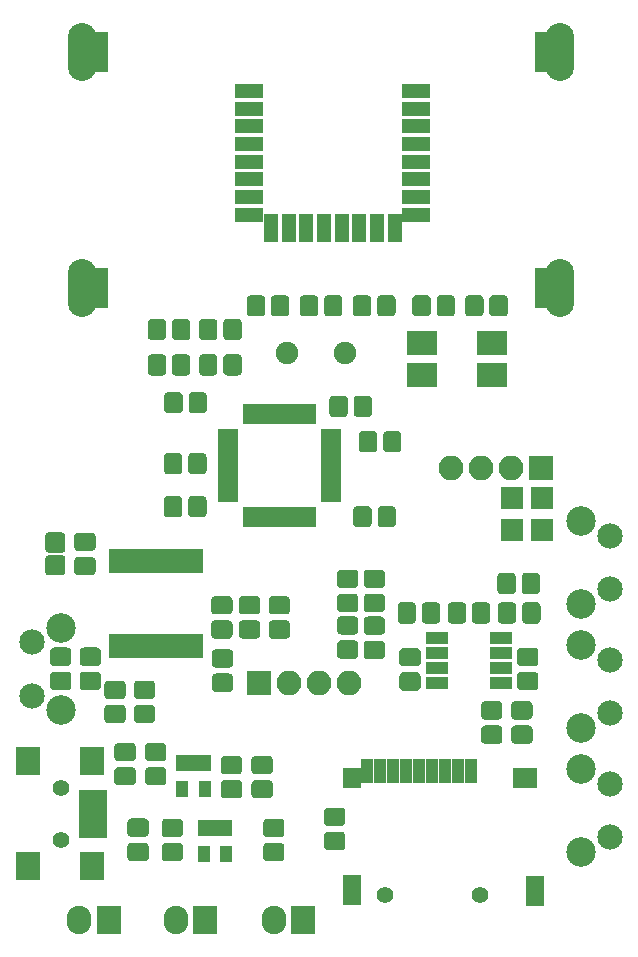
<source format=gbr>
G04 #@! TF.GenerationSoftware,KiCad,Pcbnew,(5.0.0)*
G04 #@! TF.CreationDate,2019-12-21T17:29:24+07:00*
G04 #@! TF.ProjectId,mrbot,6D72626F742E6B696361645F70636200,rev?*
G04 #@! TF.SameCoordinates,Original*
G04 #@! TF.FileFunction,Soldermask,Top*
G04 #@! TF.FilePolarity,Negative*
%FSLAX46Y46*%
G04 Gerber Fmt 4.6, Leading zero omitted, Abs format (unit mm)*
G04 Created by KiCad (PCBNEW (5.0.0)) date 12/21/19 17:29:24*
%MOMM*%
%LPD*%
G01*
G04 APERTURE LIST*
%ADD10R,0.850000X2.150000*%
%ADD11C,1.900000*%
%ADD12R,1.900000X3.400000*%
%ADD13O,2.400000X4.900000*%
%ADD14R,1.100000X2.000000*%
%ADD15R,1.600000X1.800000*%
%ADD16R,2.000000X1.800000*%
%ADD17R,1.600000X2.600000*%
%ADD18C,1.400000*%
%ADD19R,1.950000X1.000000*%
%ADD20R,1.050000X1.460000*%
%ADD21R,0.650000X1.700000*%
%ADD22R,1.700000X0.650000*%
%ADD23R,2.400000X1.200000*%
%ADD24R,1.200000X2.400000*%
%ADD25C,0.100000*%
%ADD26C,1.550000*%
%ADD27C,1.700000*%
%ADD28R,2.100000X2.400000*%
%ADD29O,2.100000X2.400000*%
%ADD30R,2.400000X0.900000*%
%ADD31R,2.100000X2.100000*%
%ADD32O,2.100000X2.100000*%
%ADD33C,2.500000*%
%ADD34C,2.150000*%
%ADD35R,2.500000X2.100000*%
%ADD36R,1.900000X1.900000*%
G04 APERTURE END LIST*
D10*
G04 #@! TO.C,U1*
X137575000Y-74600000D03*
X136925000Y-74600000D03*
X136275000Y-74600000D03*
X135625000Y-74600000D03*
X134975000Y-74600000D03*
X134325000Y-74600000D03*
X133675000Y-74600000D03*
X133025000Y-74600000D03*
X132375000Y-74600000D03*
X131725000Y-74600000D03*
X131075000Y-74600000D03*
X130425000Y-74600000D03*
X130425000Y-81800000D03*
X131075000Y-81800000D03*
X131725000Y-81800000D03*
X132375000Y-81800000D03*
X133025000Y-81800000D03*
X133675000Y-81800000D03*
X134325000Y-81800000D03*
X134975000Y-81800000D03*
X135625000Y-81800000D03*
X136275000Y-81800000D03*
X136925000Y-81800000D03*
X137575000Y-81800000D03*
G04 #@! TD*
D11*
G04 #@! TO.C,U4*
X127750000Y-52000000D03*
X127750000Y-50750000D03*
X168250000Y-52250000D03*
X168250000Y-51000000D03*
X168250000Y-52750000D03*
X168250000Y-50250000D03*
X168250000Y-32750000D03*
X168250000Y-32250000D03*
X168250000Y-30250000D03*
X168250000Y-30750000D03*
X127750000Y-52750000D03*
X127750000Y-50250000D03*
X127750000Y-32000000D03*
D12*
X129000000Y-31500000D03*
X129000000Y-51500000D03*
X167000000Y-51500000D03*
X167000000Y-31500000D03*
D13*
X127750000Y-51500000D03*
X168250000Y-51500000D03*
X127750000Y-31500000D03*
X168250000Y-31500000D03*
D11*
X127750000Y-30250000D03*
X127750000Y-32750000D03*
X127750000Y-30750000D03*
G04 #@! TD*
D14*
G04 #@! TO.C,J1*
X152950000Y-92350000D03*
X154050000Y-92350000D03*
X155150000Y-92350000D03*
X156250000Y-92350000D03*
X157350000Y-92350000D03*
X158450000Y-92350000D03*
X159550000Y-92350000D03*
X160650000Y-92350000D03*
D15*
X150650000Y-92950000D03*
D16*
X165250000Y-92950000D03*
D17*
X166150000Y-102550000D03*
X150650000Y-102450000D03*
D14*
X151850000Y-92350000D03*
D18*
X153450000Y-102850000D03*
X161450000Y-102850000D03*
G04 #@! TD*
D19*
G04 #@! TO.C,U2*
X163200000Y-84905000D03*
X163200000Y-83635000D03*
X163200000Y-82365000D03*
X163200000Y-81095000D03*
X157800000Y-81095000D03*
X157800000Y-82365000D03*
X157800000Y-83635000D03*
X157800000Y-84905000D03*
G04 #@! TD*
D20*
G04 #@! TO.C,U3*
X138150000Y-93900000D03*
X136250000Y-93900000D03*
X136250000Y-91700000D03*
X137200000Y-91700000D03*
X138150000Y-91700000D03*
G04 #@! TD*
D21*
G04 #@! TO.C,U5*
X147250000Y-62150000D03*
X146750000Y-62150000D03*
X146250000Y-62150000D03*
X145750000Y-62150000D03*
X145250000Y-62150000D03*
X144750000Y-62150000D03*
X144250000Y-62150000D03*
X143750000Y-62150000D03*
X143250000Y-62150000D03*
X142750000Y-62150000D03*
X142250000Y-62150000D03*
X141750000Y-62150000D03*
D22*
X140150000Y-63750000D03*
X140150000Y-64250000D03*
X140150000Y-64750000D03*
X140150000Y-65250000D03*
X140150000Y-65750000D03*
X140150000Y-66250000D03*
X140150000Y-66750000D03*
X140150000Y-67250000D03*
X140150000Y-67750000D03*
X140150000Y-68250000D03*
X140150000Y-68750000D03*
X140150000Y-69250000D03*
D21*
X141750000Y-70850000D03*
X142250000Y-70850000D03*
X142750000Y-70850000D03*
X143250000Y-70850000D03*
X143750000Y-70850000D03*
X144250000Y-70850000D03*
X144750000Y-70850000D03*
X145250000Y-70850000D03*
X145750000Y-70850000D03*
X146250000Y-70850000D03*
X146750000Y-70850000D03*
X147250000Y-70850000D03*
D22*
X148850000Y-69250000D03*
X148850000Y-68750000D03*
X148850000Y-68250000D03*
X148850000Y-67750000D03*
X148850000Y-67250000D03*
X148850000Y-66750000D03*
X148850000Y-66250000D03*
X148850000Y-65750000D03*
X148850000Y-65250000D03*
X148850000Y-64750000D03*
X148850000Y-64250000D03*
X148850000Y-63750000D03*
G04 #@! TD*
D20*
G04 #@! TO.C,U6*
X139950000Y-97200000D03*
X139000000Y-97200000D03*
X138050000Y-97200000D03*
X138050000Y-99400000D03*
X139950000Y-99400000D03*
G04 #@! TD*
D23*
G04 #@! TO.C,U7*
X141930000Y-34800000D03*
D24*
X143750000Y-46400000D03*
D23*
X156070000Y-34800000D03*
X156070000Y-36300000D03*
X141930000Y-36300000D03*
X141930000Y-37800000D03*
X156070000Y-37800000D03*
X156070000Y-39300000D03*
X141930000Y-39300000D03*
X141930000Y-40800000D03*
X156070000Y-40800000D03*
X156070000Y-42300000D03*
X141930000Y-42300000D03*
X141930000Y-43800000D03*
X156070000Y-43800000D03*
X156070000Y-45300000D03*
X141930000Y-45300000D03*
D24*
X145250000Y-46400000D03*
X146750000Y-46400000D03*
X148250000Y-46400000D03*
X149750000Y-46400000D03*
X151250000Y-46400000D03*
X152750000Y-46400000D03*
X154250000Y-46400000D03*
G04 #@! TD*
D25*
G04 #@! TO.C,C1*
G36*
X151946071Y-52101623D02*
X151978781Y-52106475D01*
X152010857Y-52114509D01*
X152041991Y-52125649D01*
X152071884Y-52139787D01*
X152100247Y-52156787D01*
X152126807Y-52176485D01*
X152151308Y-52198692D01*
X152173515Y-52223193D01*
X152193213Y-52249753D01*
X152210213Y-52278116D01*
X152224351Y-52308009D01*
X152235491Y-52339143D01*
X152243525Y-52371219D01*
X152248377Y-52403929D01*
X152250000Y-52436956D01*
X152250000Y-53563044D01*
X152248377Y-53596071D01*
X152243525Y-53628781D01*
X152235491Y-53660857D01*
X152224351Y-53691991D01*
X152210213Y-53721884D01*
X152193213Y-53750247D01*
X152173515Y-53776807D01*
X152151308Y-53801308D01*
X152126807Y-53823515D01*
X152100247Y-53843213D01*
X152071884Y-53860213D01*
X152041991Y-53874351D01*
X152010857Y-53885491D01*
X151978781Y-53893525D01*
X151946071Y-53898377D01*
X151913044Y-53900000D01*
X151036956Y-53900000D01*
X151003929Y-53898377D01*
X150971219Y-53893525D01*
X150939143Y-53885491D01*
X150908009Y-53874351D01*
X150878116Y-53860213D01*
X150849753Y-53843213D01*
X150823193Y-53823515D01*
X150798692Y-53801308D01*
X150776485Y-53776807D01*
X150756787Y-53750247D01*
X150739787Y-53721884D01*
X150725649Y-53691991D01*
X150714509Y-53660857D01*
X150706475Y-53628781D01*
X150701623Y-53596071D01*
X150700000Y-53563044D01*
X150700000Y-52436956D01*
X150701623Y-52403929D01*
X150706475Y-52371219D01*
X150714509Y-52339143D01*
X150725649Y-52308009D01*
X150739787Y-52278116D01*
X150756787Y-52249753D01*
X150776485Y-52223193D01*
X150798692Y-52198692D01*
X150823193Y-52176485D01*
X150849753Y-52156787D01*
X150878116Y-52139787D01*
X150908009Y-52125649D01*
X150939143Y-52114509D01*
X150971219Y-52106475D01*
X151003929Y-52101623D01*
X151036956Y-52100000D01*
X151913044Y-52100000D01*
X151946071Y-52101623D01*
X151946071Y-52101623D01*
G37*
D26*
X151475000Y-53000000D03*
D25*
G36*
X153996071Y-52101623D02*
X154028781Y-52106475D01*
X154060857Y-52114509D01*
X154091991Y-52125649D01*
X154121884Y-52139787D01*
X154150247Y-52156787D01*
X154176807Y-52176485D01*
X154201308Y-52198692D01*
X154223515Y-52223193D01*
X154243213Y-52249753D01*
X154260213Y-52278116D01*
X154274351Y-52308009D01*
X154285491Y-52339143D01*
X154293525Y-52371219D01*
X154298377Y-52403929D01*
X154300000Y-52436956D01*
X154300000Y-53563044D01*
X154298377Y-53596071D01*
X154293525Y-53628781D01*
X154285491Y-53660857D01*
X154274351Y-53691991D01*
X154260213Y-53721884D01*
X154243213Y-53750247D01*
X154223515Y-53776807D01*
X154201308Y-53801308D01*
X154176807Y-53823515D01*
X154150247Y-53843213D01*
X154121884Y-53860213D01*
X154091991Y-53874351D01*
X154060857Y-53885491D01*
X154028781Y-53893525D01*
X153996071Y-53898377D01*
X153963044Y-53900000D01*
X153086956Y-53900000D01*
X153053929Y-53898377D01*
X153021219Y-53893525D01*
X152989143Y-53885491D01*
X152958009Y-53874351D01*
X152928116Y-53860213D01*
X152899753Y-53843213D01*
X152873193Y-53823515D01*
X152848692Y-53801308D01*
X152826485Y-53776807D01*
X152806787Y-53750247D01*
X152789787Y-53721884D01*
X152775649Y-53691991D01*
X152764509Y-53660857D01*
X152756475Y-53628781D01*
X152751623Y-53596071D01*
X152750000Y-53563044D01*
X152750000Y-52436956D01*
X152751623Y-52403929D01*
X152756475Y-52371219D01*
X152764509Y-52339143D01*
X152775649Y-52308009D01*
X152789787Y-52278116D01*
X152806787Y-52249753D01*
X152826485Y-52223193D01*
X152848692Y-52198692D01*
X152873193Y-52176485D01*
X152899753Y-52156787D01*
X152928116Y-52139787D01*
X152958009Y-52125649D01*
X152989143Y-52114509D01*
X153021219Y-52106475D01*
X153053929Y-52101623D01*
X153086956Y-52100000D01*
X153963044Y-52100000D01*
X153996071Y-52101623D01*
X153996071Y-52101623D01*
G37*
D26*
X153525000Y-53000000D03*
G04 #@! TD*
D25*
G04 #@! TO.C,C2*
G36*
X142946071Y-52101623D02*
X142978781Y-52106475D01*
X143010857Y-52114509D01*
X143041991Y-52125649D01*
X143071884Y-52139787D01*
X143100247Y-52156787D01*
X143126807Y-52176485D01*
X143151308Y-52198692D01*
X143173515Y-52223193D01*
X143193213Y-52249753D01*
X143210213Y-52278116D01*
X143224351Y-52308009D01*
X143235491Y-52339143D01*
X143243525Y-52371219D01*
X143248377Y-52403929D01*
X143250000Y-52436956D01*
X143250000Y-53563044D01*
X143248377Y-53596071D01*
X143243525Y-53628781D01*
X143235491Y-53660857D01*
X143224351Y-53691991D01*
X143210213Y-53721884D01*
X143193213Y-53750247D01*
X143173515Y-53776807D01*
X143151308Y-53801308D01*
X143126807Y-53823515D01*
X143100247Y-53843213D01*
X143071884Y-53860213D01*
X143041991Y-53874351D01*
X143010857Y-53885491D01*
X142978781Y-53893525D01*
X142946071Y-53898377D01*
X142913044Y-53900000D01*
X142036956Y-53900000D01*
X142003929Y-53898377D01*
X141971219Y-53893525D01*
X141939143Y-53885491D01*
X141908009Y-53874351D01*
X141878116Y-53860213D01*
X141849753Y-53843213D01*
X141823193Y-53823515D01*
X141798692Y-53801308D01*
X141776485Y-53776807D01*
X141756787Y-53750247D01*
X141739787Y-53721884D01*
X141725649Y-53691991D01*
X141714509Y-53660857D01*
X141706475Y-53628781D01*
X141701623Y-53596071D01*
X141700000Y-53563044D01*
X141700000Y-52436956D01*
X141701623Y-52403929D01*
X141706475Y-52371219D01*
X141714509Y-52339143D01*
X141725649Y-52308009D01*
X141739787Y-52278116D01*
X141756787Y-52249753D01*
X141776485Y-52223193D01*
X141798692Y-52198692D01*
X141823193Y-52176485D01*
X141849753Y-52156787D01*
X141878116Y-52139787D01*
X141908009Y-52125649D01*
X141939143Y-52114509D01*
X141971219Y-52106475D01*
X142003929Y-52101623D01*
X142036956Y-52100000D01*
X142913044Y-52100000D01*
X142946071Y-52101623D01*
X142946071Y-52101623D01*
G37*
D26*
X142475000Y-53000000D03*
D25*
G36*
X144996071Y-52101623D02*
X145028781Y-52106475D01*
X145060857Y-52114509D01*
X145091991Y-52125649D01*
X145121884Y-52139787D01*
X145150247Y-52156787D01*
X145176807Y-52176485D01*
X145201308Y-52198692D01*
X145223515Y-52223193D01*
X145243213Y-52249753D01*
X145260213Y-52278116D01*
X145274351Y-52308009D01*
X145285491Y-52339143D01*
X145293525Y-52371219D01*
X145298377Y-52403929D01*
X145300000Y-52436956D01*
X145300000Y-53563044D01*
X145298377Y-53596071D01*
X145293525Y-53628781D01*
X145285491Y-53660857D01*
X145274351Y-53691991D01*
X145260213Y-53721884D01*
X145243213Y-53750247D01*
X145223515Y-53776807D01*
X145201308Y-53801308D01*
X145176807Y-53823515D01*
X145150247Y-53843213D01*
X145121884Y-53860213D01*
X145091991Y-53874351D01*
X145060857Y-53885491D01*
X145028781Y-53893525D01*
X144996071Y-53898377D01*
X144963044Y-53900000D01*
X144086956Y-53900000D01*
X144053929Y-53898377D01*
X144021219Y-53893525D01*
X143989143Y-53885491D01*
X143958009Y-53874351D01*
X143928116Y-53860213D01*
X143899753Y-53843213D01*
X143873193Y-53823515D01*
X143848692Y-53801308D01*
X143826485Y-53776807D01*
X143806787Y-53750247D01*
X143789787Y-53721884D01*
X143775649Y-53691991D01*
X143764509Y-53660857D01*
X143756475Y-53628781D01*
X143751623Y-53596071D01*
X143750000Y-53563044D01*
X143750000Y-52436956D01*
X143751623Y-52403929D01*
X143756475Y-52371219D01*
X143764509Y-52339143D01*
X143775649Y-52308009D01*
X143789787Y-52278116D01*
X143806787Y-52249753D01*
X143826485Y-52223193D01*
X143848692Y-52198692D01*
X143873193Y-52176485D01*
X143899753Y-52156787D01*
X143928116Y-52139787D01*
X143958009Y-52125649D01*
X143989143Y-52114509D01*
X144021219Y-52106475D01*
X144053929Y-52101623D01*
X144086956Y-52100000D01*
X144963044Y-52100000D01*
X144996071Y-52101623D01*
X144996071Y-52101623D01*
G37*
D26*
X144525000Y-53000000D03*
G04 #@! TD*
D25*
G04 #@! TO.C,C3*
G36*
X161446071Y-52101623D02*
X161478781Y-52106475D01*
X161510857Y-52114509D01*
X161541991Y-52125649D01*
X161571884Y-52139787D01*
X161600247Y-52156787D01*
X161626807Y-52176485D01*
X161651308Y-52198692D01*
X161673515Y-52223193D01*
X161693213Y-52249753D01*
X161710213Y-52278116D01*
X161724351Y-52308009D01*
X161735491Y-52339143D01*
X161743525Y-52371219D01*
X161748377Y-52403929D01*
X161750000Y-52436956D01*
X161750000Y-53563044D01*
X161748377Y-53596071D01*
X161743525Y-53628781D01*
X161735491Y-53660857D01*
X161724351Y-53691991D01*
X161710213Y-53721884D01*
X161693213Y-53750247D01*
X161673515Y-53776807D01*
X161651308Y-53801308D01*
X161626807Y-53823515D01*
X161600247Y-53843213D01*
X161571884Y-53860213D01*
X161541991Y-53874351D01*
X161510857Y-53885491D01*
X161478781Y-53893525D01*
X161446071Y-53898377D01*
X161413044Y-53900000D01*
X160536956Y-53900000D01*
X160503929Y-53898377D01*
X160471219Y-53893525D01*
X160439143Y-53885491D01*
X160408009Y-53874351D01*
X160378116Y-53860213D01*
X160349753Y-53843213D01*
X160323193Y-53823515D01*
X160298692Y-53801308D01*
X160276485Y-53776807D01*
X160256787Y-53750247D01*
X160239787Y-53721884D01*
X160225649Y-53691991D01*
X160214509Y-53660857D01*
X160206475Y-53628781D01*
X160201623Y-53596071D01*
X160200000Y-53563044D01*
X160200000Y-52436956D01*
X160201623Y-52403929D01*
X160206475Y-52371219D01*
X160214509Y-52339143D01*
X160225649Y-52308009D01*
X160239787Y-52278116D01*
X160256787Y-52249753D01*
X160276485Y-52223193D01*
X160298692Y-52198692D01*
X160323193Y-52176485D01*
X160349753Y-52156787D01*
X160378116Y-52139787D01*
X160408009Y-52125649D01*
X160439143Y-52114509D01*
X160471219Y-52106475D01*
X160503929Y-52101623D01*
X160536956Y-52100000D01*
X161413044Y-52100000D01*
X161446071Y-52101623D01*
X161446071Y-52101623D01*
G37*
D26*
X160975000Y-53000000D03*
D25*
G36*
X163496071Y-52101623D02*
X163528781Y-52106475D01*
X163560857Y-52114509D01*
X163591991Y-52125649D01*
X163621884Y-52139787D01*
X163650247Y-52156787D01*
X163676807Y-52176485D01*
X163701308Y-52198692D01*
X163723515Y-52223193D01*
X163743213Y-52249753D01*
X163760213Y-52278116D01*
X163774351Y-52308009D01*
X163785491Y-52339143D01*
X163793525Y-52371219D01*
X163798377Y-52403929D01*
X163800000Y-52436956D01*
X163800000Y-53563044D01*
X163798377Y-53596071D01*
X163793525Y-53628781D01*
X163785491Y-53660857D01*
X163774351Y-53691991D01*
X163760213Y-53721884D01*
X163743213Y-53750247D01*
X163723515Y-53776807D01*
X163701308Y-53801308D01*
X163676807Y-53823515D01*
X163650247Y-53843213D01*
X163621884Y-53860213D01*
X163591991Y-53874351D01*
X163560857Y-53885491D01*
X163528781Y-53893525D01*
X163496071Y-53898377D01*
X163463044Y-53900000D01*
X162586956Y-53900000D01*
X162553929Y-53898377D01*
X162521219Y-53893525D01*
X162489143Y-53885491D01*
X162458009Y-53874351D01*
X162428116Y-53860213D01*
X162399753Y-53843213D01*
X162373193Y-53823515D01*
X162348692Y-53801308D01*
X162326485Y-53776807D01*
X162306787Y-53750247D01*
X162289787Y-53721884D01*
X162275649Y-53691991D01*
X162264509Y-53660857D01*
X162256475Y-53628781D01*
X162251623Y-53596071D01*
X162250000Y-53563044D01*
X162250000Y-52436956D01*
X162251623Y-52403929D01*
X162256475Y-52371219D01*
X162264509Y-52339143D01*
X162275649Y-52308009D01*
X162289787Y-52278116D01*
X162306787Y-52249753D01*
X162326485Y-52223193D01*
X162348692Y-52198692D01*
X162373193Y-52176485D01*
X162399753Y-52156787D01*
X162428116Y-52139787D01*
X162458009Y-52125649D01*
X162489143Y-52114509D01*
X162521219Y-52106475D01*
X162553929Y-52101623D01*
X162586956Y-52100000D01*
X163463044Y-52100000D01*
X163496071Y-52101623D01*
X163496071Y-52101623D01*
G37*
D26*
X163025000Y-53000000D03*
G04 #@! TD*
D25*
G04 #@! TO.C,C4*
G36*
X156971071Y-52101623D02*
X157003781Y-52106475D01*
X157035857Y-52114509D01*
X157066991Y-52125649D01*
X157096884Y-52139787D01*
X157125247Y-52156787D01*
X157151807Y-52176485D01*
X157176308Y-52198692D01*
X157198515Y-52223193D01*
X157218213Y-52249753D01*
X157235213Y-52278116D01*
X157249351Y-52308009D01*
X157260491Y-52339143D01*
X157268525Y-52371219D01*
X157273377Y-52403929D01*
X157275000Y-52436956D01*
X157275000Y-53563044D01*
X157273377Y-53596071D01*
X157268525Y-53628781D01*
X157260491Y-53660857D01*
X157249351Y-53691991D01*
X157235213Y-53721884D01*
X157218213Y-53750247D01*
X157198515Y-53776807D01*
X157176308Y-53801308D01*
X157151807Y-53823515D01*
X157125247Y-53843213D01*
X157096884Y-53860213D01*
X157066991Y-53874351D01*
X157035857Y-53885491D01*
X157003781Y-53893525D01*
X156971071Y-53898377D01*
X156938044Y-53900000D01*
X156061956Y-53900000D01*
X156028929Y-53898377D01*
X155996219Y-53893525D01*
X155964143Y-53885491D01*
X155933009Y-53874351D01*
X155903116Y-53860213D01*
X155874753Y-53843213D01*
X155848193Y-53823515D01*
X155823692Y-53801308D01*
X155801485Y-53776807D01*
X155781787Y-53750247D01*
X155764787Y-53721884D01*
X155750649Y-53691991D01*
X155739509Y-53660857D01*
X155731475Y-53628781D01*
X155726623Y-53596071D01*
X155725000Y-53563044D01*
X155725000Y-52436956D01*
X155726623Y-52403929D01*
X155731475Y-52371219D01*
X155739509Y-52339143D01*
X155750649Y-52308009D01*
X155764787Y-52278116D01*
X155781787Y-52249753D01*
X155801485Y-52223193D01*
X155823692Y-52198692D01*
X155848193Y-52176485D01*
X155874753Y-52156787D01*
X155903116Y-52139787D01*
X155933009Y-52125649D01*
X155964143Y-52114509D01*
X155996219Y-52106475D01*
X156028929Y-52101623D01*
X156061956Y-52100000D01*
X156938044Y-52100000D01*
X156971071Y-52101623D01*
X156971071Y-52101623D01*
G37*
D26*
X156500000Y-53000000D03*
D25*
G36*
X159021071Y-52101623D02*
X159053781Y-52106475D01*
X159085857Y-52114509D01*
X159116991Y-52125649D01*
X159146884Y-52139787D01*
X159175247Y-52156787D01*
X159201807Y-52176485D01*
X159226308Y-52198692D01*
X159248515Y-52223193D01*
X159268213Y-52249753D01*
X159285213Y-52278116D01*
X159299351Y-52308009D01*
X159310491Y-52339143D01*
X159318525Y-52371219D01*
X159323377Y-52403929D01*
X159325000Y-52436956D01*
X159325000Y-53563044D01*
X159323377Y-53596071D01*
X159318525Y-53628781D01*
X159310491Y-53660857D01*
X159299351Y-53691991D01*
X159285213Y-53721884D01*
X159268213Y-53750247D01*
X159248515Y-53776807D01*
X159226308Y-53801308D01*
X159201807Y-53823515D01*
X159175247Y-53843213D01*
X159146884Y-53860213D01*
X159116991Y-53874351D01*
X159085857Y-53885491D01*
X159053781Y-53893525D01*
X159021071Y-53898377D01*
X158988044Y-53900000D01*
X158111956Y-53900000D01*
X158078929Y-53898377D01*
X158046219Y-53893525D01*
X158014143Y-53885491D01*
X157983009Y-53874351D01*
X157953116Y-53860213D01*
X157924753Y-53843213D01*
X157898193Y-53823515D01*
X157873692Y-53801308D01*
X157851485Y-53776807D01*
X157831787Y-53750247D01*
X157814787Y-53721884D01*
X157800649Y-53691991D01*
X157789509Y-53660857D01*
X157781475Y-53628781D01*
X157776623Y-53596071D01*
X157775000Y-53563044D01*
X157775000Y-52436956D01*
X157776623Y-52403929D01*
X157781475Y-52371219D01*
X157789509Y-52339143D01*
X157800649Y-52308009D01*
X157814787Y-52278116D01*
X157831787Y-52249753D01*
X157851485Y-52223193D01*
X157873692Y-52198692D01*
X157898193Y-52176485D01*
X157924753Y-52156787D01*
X157953116Y-52139787D01*
X157983009Y-52125649D01*
X158014143Y-52114509D01*
X158046219Y-52106475D01*
X158078929Y-52101623D01*
X158111956Y-52100000D01*
X158988044Y-52100000D01*
X159021071Y-52101623D01*
X159021071Y-52101623D01*
G37*
D26*
X158550000Y-53000000D03*
G04 #@! TD*
D25*
G04 #@! TO.C,C5*
G36*
X138921071Y-54101623D02*
X138953781Y-54106475D01*
X138985857Y-54114509D01*
X139016991Y-54125649D01*
X139046884Y-54139787D01*
X139075247Y-54156787D01*
X139101807Y-54176485D01*
X139126308Y-54198692D01*
X139148515Y-54223193D01*
X139168213Y-54249753D01*
X139185213Y-54278116D01*
X139199351Y-54308009D01*
X139210491Y-54339143D01*
X139218525Y-54371219D01*
X139223377Y-54403929D01*
X139225000Y-54436956D01*
X139225000Y-55563044D01*
X139223377Y-55596071D01*
X139218525Y-55628781D01*
X139210491Y-55660857D01*
X139199351Y-55691991D01*
X139185213Y-55721884D01*
X139168213Y-55750247D01*
X139148515Y-55776807D01*
X139126308Y-55801308D01*
X139101807Y-55823515D01*
X139075247Y-55843213D01*
X139046884Y-55860213D01*
X139016991Y-55874351D01*
X138985857Y-55885491D01*
X138953781Y-55893525D01*
X138921071Y-55898377D01*
X138888044Y-55900000D01*
X138011956Y-55900000D01*
X137978929Y-55898377D01*
X137946219Y-55893525D01*
X137914143Y-55885491D01*
X137883009Y-55874351D01*
X137853116Y-55860213D01*
X137824753Y-55843213D01*
X137798193Y-55823515D01*
X137773692Y-55801308D01*
X137751485Y-55776807D01*
X137731787Y-55750247D01*
X137714787Y-55721884D01*
X137700649Y-55691991D01*
X137689509Y-55660857D01*
X137681475Y-55628781D01*
X137676623Y-55596071D01*
X137675000Y-55563044D01*
X137675000Y-54436956D01*
X137676623Y-54403929D01*
X137681475Y-54371219D01*
X137689509Y-54339143D01*
X137700649Y-54308009D01*
X137714787Y-54278116D01*
X137731787Y-54249753D01*
X137751485Y-54223193D01*
X137773692Y-54198692D01*
X137798193Y-54176485D01*
X137824753Y-54156787D01*
X137853116Y-54139787D01*
X137883009Y-54125649D01*
X137914143Y-54114509D01*
X137946219Y-54106475D01*
X137978929Y-54101623D01*
X138011956Y-54100000D01*
X138888044Y-54100000D01*
X138921071Y-54101623D01*
X138921071Y-54101623D01*
G37*
D26*
X138450000Y-55000000D03*
D25*
G36*
X140971071Y-54101623D02*
X141003781Y-54106475D01*
X141035857Y-54114509D01*
X141066991Y-54125649D01*
X141096884Y-54139787D01*
X141125247Y-54156787D01*
X141151807Y-54176485D01*
X141176308Y-54198692D01*
X141198515Y-54223193D01*
X141218213Y-54249753D01*
X141235213Y-54278116D01*
X141249351Y-54308009D01*
X141260491Y-54339143D01*
X141268525Y-54371219D01*
X141273377Y-54403929D01*
X141275000Y-54436956D01*
X141275000Y-55563044D01*
X141273377Y-55596071D01*
X141268525Y-55628781D01*
X141260491Y-55660857D01*
X141249351Y-55691991D01*
X141235213Y-55721884D01*
X141218213Y-55750247D01*
X141198515Y-55776807D01*
X141176308Y-55801308D01*
X141151807Y-55823515D01*
X141125247Y-55843213D01*
X141096884Y-55860213D01*
X141066991Y-55874351D01*
X141035857Y-55885491D01*
X141003781Y-55893525D01*
X140971071Y-55898377D01*
X140938044Y-55900000D01*
X140061956Y-55900000D01*
X140028929Y-55898377D01*
X139996219Y-55893525D01*
X139964143Y-55885491D01*
X139933009Y-55874351D01*
X139903116Y-55860213D01*
X139874753Y-55843213D01*
X139848193Y-55823515D01*
X139823692Y-55801308D01*
X139801485Y-55776807D01*
X139781787Y-55750247D01*
X139764787Y-55721884D01*
X139750649Y-55691991D01*
X139739509Y-55660857D01*
X139731475Y-55628781D01*
X139726623Y-55596071D01*
X139725000Y-55563044D01*
X139725000Y-54436956D01*
X139726623Y-54403929D01*
X139731475Y-54371219D01*
X139739509Y-54339143D01*
X139750649Y-54308009D01*
X139764787Y-54278116D01*
X139781787Y-54249753D01*
X139801485Y-54223193D01*
X139823692Y-54198692D01*
X139848193Y-54176485D01*
X139874753Y-54156787D01*
X139903116Y-54139787D01*
X139933009Y-54125649D01*
X139964143Y-54114509D01*
X139996219Y-54106475D01*
X140028929Y-54101623D01*
X140061956Y-54100000D01*
X140938044Y-54100000D01*
X140971071Y-54101623D01*
X140971071Y-54101623D01*
G37*
D26*
X140500000Y-55000000D03*
G04 #@! TD*
D25*
G04 #@! TO.C,C6*
G36*
X135946071Y-69101623D02*
X135978781Y-69106475D01*
X136010857Y-69114509D01*
X136041991Y-69125649D01*
X136071884Y-69139787D01*
X136100247Y-69156787D01*
X136126807Y-69176485D01*
X136151308Y-69198692D01*
X136173515Y-69223193D01*
X136193213Y-69249753D01*
X136210213Y-69278116D01*
X136224351Y-69308009D01*
X136235491Y-69339143D01*
X136243525Y-69371219D01*
X136248377Y-69403929D01*
X136250000Y-69436956D01*
X136250000Y-70563044D01*
X136248377Y-70596071D01*
X136243525Y-70628781D01*
X136235491Y-70660857D01*
X136224351Y-70691991D01*
X136210213Y-70721884D01*
X136193213Y-70750247D01*
X136173515Y-70776807D01*
X136151308Y-70801308D01*
X136126807Y-70823515D01*
X136100247Y-70843213D01*
X136071884Y-70860213D01*
X136041991Y-70874351D01*
X136010857Y-70885491D01*
X135978781Y-70893525D01*
X135946071Y-70898377D01*
X135913044Y-70900000D01*
X135036956Y-70900000D01*
X135003929Y-70898377D01*
X134971219Y-70893525D01*
X134939143Y-70885491D01*
X134908009Y-70874351D01*
X134878116Y-70860213D01*
X134849753Y-70843213D01*
X134823193Y-70823515D01*
X134798692Y-70801308D01*
X134776485Y-70776807D01*
X134756787Y-70750247D01*
X134739787Y-70721884D01*
X134725649Y-70691991D01*
X134714509Y-70660857D01*
X134706475Y-70628781D01*
X134701623Y-70596071D01*
X134700000Y-70563044D01*
X134700000Y-69436956D01*
X134701623Y-69403929D01*
X134706475Y-69371219D01*
X134714509Y-69339143D01*
X134725649Y-69308009D01*
X134739787Y-69278116D01*
X134756787Y-69249753D01*
X134776485Y-69223193D01*
X134798692Y-69198692D01*
X134823193Y-69176485D01*
X134849753Y-69156787D01*
X134878116Y-69139787D01*
X134908009Y-69125649D01*
X134939143Y-69114509D01*
X134971219Y-69106475D01*
X135003929Y-69101623D01*
X135036956Y-69100000D01*
X135913044Y-69100000D01*
X135946071Y-69101623D01*
X135946071Y-69101623D01*
G37*
D26*
X135475000Y-70000000D03*
D25*
G36*
X137996071Y-69101623D02*
X138028781Y-69106475D01*
X138060857Y-69114509D01*
X138091991Y-69125649D01*
X138121884Y-69139787D01*
X138150247Y-69156787D01*
X138176807Y-69176485D01*
X138201308Y-69198692D01*
X138223515Y-69223193D01*
X138243213Y-69249753D01*
X138260213Y-69278116D01*
X138274351Y-69308009D01*
X138285491Y-69339143D01*
X138293525Y-69371219D01*
X138298377Y-69403929D01*
X138300000Y-69436956D01*
X138300000Y-70563044D01*
X138298377Y-70596071D01*
X138293525Y-70628781D01*
X138285491Y-70660857D01*
X138274351Y-70691991D01*
X138260213Y-70721884D01*
X138243213Y-70750247D01*
X138223515Y-70776807D01*
X138201308Y-70801308D01*
X138176807Y-70823515D01*
X138150247Y-70843213D01*
X138121884Y-70860213D01*
X138091991Y-70874351D01*
X138060857Y-70885491D01*
X138028781Y-70893525D01*
X137996071Y-70898377D01*
X137963044Y-70900000D01*
X137086956Y-70900000D01*
X137053929Y-70898377D01*
X137021219Y-70893525D01*
X136989143Y-70885491D01*
X136958009Y-70874351D01*
X136928116Y-70860213D01*
X136899753Y-70843213D01*
X136873193Y-70823515D01*
X136848692Y-70801308D01*
X136826485Y-70776807D01*
X136806787Y-70750247D01*
X136789787Y-70721884D01*
X136775649Y-70691991D01*
X136764509Y-70660857D01*
X136756475Y-70628781D01*
X136751623Y-70596071D01*
X136750000Y-70563044D01*
X136750000Y-69436956D01*
X136751623Y-69403929D01*
X136756475Y-69371219D01*
X136764509Y-69339143D01*
X136775649Y-69308009D01*
X136789787Y-69278116D01*
X136806787Y-69249753D01*
X136826485Y-69223193D01*
X136848692Y-69198692D01*
X136873193Y-69176485D01*
X136899753Y-69156787D01*
X136928116Y-69139787D01*
X136958009Y-69125649D01*
X136989143Y-69114509D01*
X137021219Y-69106475D01*
X137053929Y-69101623D01*
X137086956Y-69100000D01*
X137963044Y-69100000D01*
X137996071Y-69101623D01*
X137996071Y-69101623D01*
G37*
D26*
X137525000Y-70000000D03*
G04 #@! TD*
D25*
G04 #@! TO.C,C7*
G36*
X149946071Y-60601623D02*
X149978781Y-60606475D01*
X150010857Y-60614509D01*
X150041991Y-60625649D01*
X150071884Y-60639787D01*
X150100247Y-60656787D01*
X150126807Y-60676485D01*
X150151308Y-60698692D01*
X150173515Y-60723193D01*
X150193213Y-60749753D01*
X150210213Y-60778116D01*
X150224351Y-60808009D01*
X150235491Y-60839143D01*
X150243525Y-60871219D01*
X150248377Y-60903929D01*
X150250000Y-60936956D01*
X150250000Y-62063044D01*
X150248377Y-62096071D01*
X150243525Y-62128781D01*
X150235491Y-62160857D01*
X150224351Y-62191991D01*
X150210213Y-62221884D01*
X150193213Y-62250247D01*
X150173515Y-62276807D01*
X150151308Y-62301308D01*
X150126807Y-62323515D01*
X150100247Y-62343213D01*
X150071884Y-62360213D01*
X150041991Y-62374351D01*
X150010857Y-62385491D01*
X149978781Y-62393525D01*
X149946071Y-62398377D01*
X149913044Y-62400000D01*
X149036956Y-62400000D01*
X149003929Y-62398377D01*
X148971219Y-62393525D01*
X148939143Y-62385491D01*
X148908009Y-62374351D01*
X148878116Y-62360213D01*
X148849753Y-62343213D01*
X148823193Y-62323515D01*
X148798692Y-62301308D01*
X148776485Y-62276807D01*
X148756787Y-62250247D01*
X148739787Y-62221884D01*
X148725649Y-62191991D01*
X148714509Y-62160857D01*
X148706475Y-62128781D01*
X148701623Y-62096071D01*
X148700000Y-62063044D01*
X148700000Y-60936956D01*
X148701623Y-60903929D01*
X148706475Y-60871219D01*
X148714509Y-60839143D01*
X148725649Y-60808009D01*
X148739787Y-60778116D01*
X148756787Y-60749753D01*
X148776485Y-60723193D01*
X148798692Y-60698692D01*
X148823193Y-60676485D01*
X148849753Y-60656787D01*
X148878116Y-60639787D01*
X148908009Y-60625649D01*
X148939143Y-60614509D01*
X148971219Y-60606475D01*
X149003929Y-60601623D01*
X149036956Y-60600000D01*
X149913044Y-60600000D01*
X149946071Y-60601623D01*
X149946071Y-60601623D01*
G37*
D26*
X149475000Y-61500000D03*
D25*
G36*
X151996071Y-60601623D02*
X152028781Y-60606475D01*
X152060857Y-60614509D01*
X152091991Y-60625649D01*
X152121884Y-60639787D01*
X152150247Y-60656787D01*
X152176807Y-60676485D01*
X152201308Y-60698692D01*
X152223515Y-60723193D01*
X152243213Y-60749753D01*
X152260213Y-60778116D01*
X152274351Y-60808009D01*
X152285491Y-60839143D01*
X152293525Y-60871219D01*
X152298377Y-60903929D01*
X152300000Y-60936956D01*
X152300000Y-62063044D01*
X152298377Y-62096071D01*
X152293525Y-62128781D01*
X152285491Y-62160857D01*
X152274351Y-62191991D01*
X152260213Y-62221884D01*
X152243213Y-62250247D01*
X152223515Y-62276807D01*
X152201308Y-62301308D01*
X152176807Y-62323515D01*
X152150247Y-62343213D01*
X152121884Y-62360213D01*
X152091991Y-62374351D01*
X152060857Y-62385491D01*
X152028781Y-62393525D01*
X151996071Y-62398377D01*
X151963044Y-62400000D01*
X151086956Y-62400000D01*
X151053929Y-62398377D01*
X151021219Y-62393525D01*
X150989143Y-62385491D01*
X150958009Y-62374351D01*
X150928116Y-62360213D01*
X150899753Y-62343213D01*
X150873193Y-62323515D01*
X150848692Y-62301308D01*
X150826485Y-62276807D01*
X150806787Y-62250247D01*
X150789787Y-62221884D01*
X150775649Y-62191991D01*
X150764509Y-62160857D01*
X150756475Y-62128781D01*
X150751623Y-62096071D01*
X150750000Y-62063044D01*
X150750000Y-60936956D01*
X150751623Y-60903929D01*
X150756475Y-60871219D01*
X150764509Y-60839143D01*
X150775649Y-60808009D01*
X150789787Y-60778116D01*
X150806787Y-60749753D01*
X150826485Y-60723193D01*
X150848692Y-60698692D01*
X150873193Y-60676485D01*
X150899753Y-60656787D01*
X150928116Y-60639787D01*
X150958009Y-60625649D01*
X150989143Y-60614509D01*
X151021219Y-60606475D01*
X151053929Y-60601623D01*
X151086956Y-60600000D01*
X151963044Y-60600000D01*
X151996071Y-60601623D01*
X151996071Y-60601623D01*
G37*
D26*
X151525000Y-61500000D03*
G04 #@! TD*
D25*
G04 #@! TO.C,C8*
G36*
X154021071Y-69951623D02*
X154053781Y-69956475D01*
X154085857Y-69964509D01*
X154116991Y-69975649D01*
X154146884Y-69989787D01*
X154175247Y-70006787D01*
X154201807Y-70026485D01*
X154226308Y-70048692D01*
X154248515Y-70073193D01*
X154268213Y-70099753D01*
X154285213Y-70128116D01*
X154299351Y-70158009D01*
X154310491Y-70189143D01*
X154318525Y-70221219D01*
X154323377Y-70253929D01*
X154325000Y-70286956D01*
X154325000Y-71413044D01*
X154323377Y-71446071D01*
X154318525Y-71478781D01*
X154310491Y-71510857D01*
X154299351Y-71541991D01*
X154285213Y-71571884D01*
X154268213Y-71600247D01*
X154248515Y-71626807D01*
X154226308Y-71651308D01*
X154201807Y-71673515D01*
X154175247Y-71693213D01*
X154146884Y-71710213D01*
X154116991Y-71724351D01*
X154085857Y-71735491D01*
X154053781Y-71743525D01*
X154021071Y-71748377D01*
X153988044Y-71750000D01*
X153111956Y-71750000D01*
X153078929Y-71748377D01*
X153046219Y-71743525D01*
X153014143Y-71735491D01*
X152983009Y-71724351D01*
X152953116Y-71710213D01*
X152924753Y-71693213D01*
X152898193Y-71673515D01*
X152873692Y-71651308D01*
X152851485Y-71626807D01*
X152831787Y-71600247D01*
X152814787Y-71571884D01*
X152800649Y-71541991D01*
X152789509Y-71510857D01*
X152781475Y-71478781D01*
X152776623Y-71446071D01*
X152775000Y-71413044D01*
X152775000Y-70286956D01*
X152776623Y-70253929D01*
X152781475Y-70221219D01*
X152789509Y-70189143D01*
X152800649Y-70158009D01*
X152814787Y-70128116D01*
X152831787Y-70099753D01*
X152851485Y-70073193D01*
X152873692Y-70048692D01*
X152898193Y-70026485D01*
X152924753Y-70006787D01*
X152953116Y-69989787D01*
X152983009Y-69975649D01*
X153014143Y-69964509D01*
X153046219Y-69956475D01*
X153078929Y-69951623D01*
X153111956Y-69950000D01*
X153988044Y-69950000D01*
X154021071Y-69951623D01*
X154021071Y-69951623D01*
G37*
D26*
X153550000Y-70850000D03*
D25*
G36*
X151971071Y-69951623D02*
X152003781Y-69956475D01*
X152035857Y-69964509D01*
X152066991Y-69975649D01*
X152096884Y-69989787D01*
X152125247Y-70006787D01*
X152151807Y-70026485D01*
X152176308Y-70048692D01*
X152198515Y-70073193D01*
X152218213Y-70099753D01*
X152235213Y-70128116D01*
X152249351Y-70158009D01*
X152260491Y-70189143D01*
X152268525Y-70221219D01*
X152273377Y-70253929D01*
X152275000Y-70286956D01*
X152275000Y-71413044D01*
X152273377Y-71446071D01*
X152268525Y-71478781D01*
X152260491Y-71510857D01*
X152249351Y-71541991D01*
X152235213Y-71571884D01*
X152218213Y-71600247D01*
X152198515Y-71626807D01*
X152176308Y-71651308D01*
X152151807Y-71673515D01*
X152125247Y-71693213D01*
X152096884Y-71710213D01*
X152066991Y-71724351D01*
X152035857Y-71735491D01*
X152003781Y-71743525D01*
X151971071Y-71748377D01*
X151938044Y-71750000D01*
X151061956Y-71750000D01*
X151028929Y-71748377D01*
X150996219Y-71743525D01*
X150964143Y-71735491D01*
X150933009Y-71724351D01*
X150903116Y-71710213D01*
X150874753Y-71693213D01*
X150848193Y-71673515D01*
X150823692Y-71651308D01*
X150801485Y-71626807D01*
X150781787Y-71600247D01*
X150764787Y-71571884D01*
X150750649Y-71541991D01*
X150739509Y-71510857D01*
X150731475Y-71478781D01*
X150726623Y-71446071D01*
X150725000Y-71413044D01*
X150725000Y-70286956D01*
X150726623Y-70253929D01*
X150731475Y-70221219D01*
X150739509Y-70189143D01*
X150750649Y-70158009D01*
X150764787Y-70128116D01*
X150781787Y-70099753D01*
X150801485Y-70073193D01*
X150823692Y-70048692D01*
X150848193Y-70026485D01*
X150874753Y-70006787D01*
X150903116Y-69989787D01*
X150933009Y-69975649D01*
X150964143Y-69964509D01*
X150996219Y-69956475D01*
X151028929Y-69951623D01*
X151061956Y-69950000D01*
X151938044Y-69950000D01*
X151971071Y-69951623D01*
X151971071Y-69951623D01*
G37*
D26*
X151500000Y-70850000D03*
G04 #@! TD*
D25*
G04 #@! TO.C,C9*
G36*
X136621071Y-57101623D02*
X136653781Y-57106475D01*
X136685857Y-57114509D01*
X136716991Y-57125649D01*
X136746884Y-57139787D01*
X136775247Y-57156787D01*
X136801807Y-57176485D01*
X136826308Y-57198692D01*
X136848515Y-57223193D01*
X136868213Y-57249753D01*
X136885213Y-57278116D01*
X136899351Y-57308009D01*
X136910491Y-57339143D01*
X136918525Y-57371219D01*
X136923377Y-57403929D01*
X136925000Y-57436956D01*
X136925000Y-58563044D01*
X136923377Y-58596071D01*
X136918525Y-58628781D01*
X136910491Y-58660857D01*
X136899351Y-58691991D01*
X136885213Y-58721884D01*
X136868213Y-58750247D01*
X136848515Y-58776807D01*
X136826308Y-58801308D01*
X136801807Y-58823515D01*
X136775247Y-58843213D01*
X136746884Y-58860213D01*
X136716991Y-58874351D01*
X136685857Y-58885491D01*
X136653781Y-58893525D01*
X136621071Y-58898377D01*
X136588044Y-58900000D01*
X135711956Y-58900000D01*
X135678929Y-58898377D01*
X135646219Y-58893525D01*
X135614143Y-58885491D01*
X135583009Y-58874351D01*
X135553116Y-58860213D01*
X135524753Y-58843213D01*
X135498193Y-58823515D01*
X135473692Y-58801308D01*
X135451485Y-58776807D01*
X135431787Y-58750247D01*
X135414787Y-58721884D01*
X135400649Y-58691991D01*
X135389509Y-58660857D01*
X135381475Y-58628781D01*
X135376623Y-58596071D01*
X135375000Y-58563044D01*
X135375000Y-57436956D01*
X135376623Y-57403929D01*
X135381475Y-57371219D01*
X135389509Y-57339143D01*
X135400649Y-57308009D01*
X135414787Y-57278116D01*
X135431787Y-57249753D01*
X135451485Y-57223193D01*
X135473692Y-57198692D01*
X135498193Y-57176485D01*
X135524753Y-57156787D01*
X135553116Y-57139787D01*
X135583009Y-57125649D01*
X135614143Y-57114509D01*
X135646219Y-57106475D01*
X135678929Y-57101623D01*
X135711956Y-57100000D01*
X136588044Y-57100000D01*
X136621071Y-57101623D01*
X136621071Y-57101623D01*
G37*
D26*
X136150000Y-58000000D03*
D25*
G36*
X134571071Y-57101623D02*
X134603781Y-57106475D01*
X134635857Y-57114509D01*
X134666991Y-57125649D01*
X134696884Y-57139787D01*
X134725247Y-57156787D01*
X134751807Y-57176485D01*
X134776308Y-57198692D01*
X134798515Y-57223193D01*
X134818213Y-57249753D01*
X134835213Y-57278116D01*
X134849351Y-57308009D01*
X134860491Y-57339143D01*
X134868525Y-57371219D01*
X134873377Y-57403929D01*
X134875000Y-57436956D01*
X134875000Y-58563044D01*
X134873377Y-58596071D01*
X134868525Y-58628781D01*
X134860491Y-58660857D01*
X134849351Y-58691991D01*
X134835213Y-58721884D01*
X134818213Y-58750247D01*
X134798515Y-58776807D01*
X134776308Y-58801308D01*
X134751807Y-58823515D01*
X134725247Y-58843213D01*
X134696884Y-58860213D01*
X134666991Y-58874351D01*
X134635857Y-58885491D01*
X134603781Y-58893525D01*
X134571071Y-58898377D01*
X134538044Y-58900000D01*
X133661956Y-58900000D01*
X133628929Y-58898377D01*
X133596219Y-58893525D01*
X133564143Y-58885491D01*
X133533009Y-58874351D01*
X133503116Y-58860213D01*
X133474753Y-58843213D01*
X133448193Y-58823515D01*
X133423692Y-58801308D01*
X133401485Y-58776807D01*
X133381787Y-58750247D01*
X133364787Y-58721884D01*
X133350649Y-58691991D01*
X133339509Y-58660857D01*
X133331475Y-58628781D01*
X133326623Y-58596071D01*
X133325000Y-58563044D01*
X133325000Y-57436956D01*
X133326623Y-57403929D01*
X133331475Y-57371219D01*
X133339509Y-57339143D01*
X133350649Y-57308009D01*
X133364787Y-57278116D01*
X133381787Y-57249753D01*
X133401485Y-57223193D01*
X133423692Y-57198692D01*
X133448193Y-57176485D01*
X133474753Y-57156787D01*
X133503116Y-57139787D01*
X133533009Y-57125649D01*
X133564143Y-57114509D01*
X133596219Y-57106475D01*
X133628929Y-57101623D01*
X133661956Y-57100000D01*
X134538044Y-57100000D01*
X134571071Y-57101623D01*
X134571071Y-57101623D01*
G37*
D26*
X134100000Y-58000000D03*
G04 #@! TD*
D25*
G04 #@! TO.C,C10*
G36*
X135971071Y-60301623D02*
X136003781Y-60306475D01*
X136035857Y-60314509D01*
X136066991Y-60325649D01*
X136096884Y-60339787D01*
X136125247Y-60356787D01*
X136151807Y-60376485D01*
X136176308Y-60398692D01*
X136198515Y-60423193D01*
X136218213Y-60449753D01*
X136235213Y-60478116D01*
X136249351Y-60508009D01*
X136260491Y-60539143D01*
X136268525Y-60571219D01*
X136273377Y-60603929D01*
X136275000Y-60636956D01*
X136275000Y-61763044D01*
X136273377Y-61796071D01*
X136268525Y-61828781D01*
X136260491Y-61860857D01*
X136249351Y-61891991D01*
X136235213Y-61921884D01*
X136218213Y-61950247D01*
X136198515Y-61976807D01*
X136176308Y-62001308D01*
X136151807Y-62023515D01*
X136125247Y-62043213D01*
X136096884Y-62060213D01*
X136066991Y-62074351D01*
X136035857Y-62085491D01*
X136003781Y-62093525D01*
X135971071Y-62098377D01*
X135938044Y-62100000D01*
X135061956Y-62100000D01*
X135028929Y-62098377D01*
X134996219Y-62093525D01*
X134964143Y-62085491D01*
X134933009Y-62074351D01*
X134903116Y-62060213D01*
X134874753Y-62043213D01*
X134848193Y-62023515D01*
X134823692Y-62001308D01*
X134801485Y-61976807D01*
X134781787Y-61950247D01*
X134764787Y-61921884D01*
X134750649Y-61891991D01*
X134739509Y-61860857D01*
X134731475Y-61828781D01*
X134726623Y-61796071D01*
X134725000Y-61763044D01*
X134725000Y-60636956D01*
X134726623Y-60603929D01*
X134731475Y-60571219D01*
X134739509Y-60539143D01*
X134750649Y-60508009D01*
X134764787Y-60478116D01*
X134781787Y-60449753D01*
X134801485Y-60423193D01*
X134823692Y-60398692D01*
X134848193Y-60376485D01*
X134874753Y-60356787D01*
X134903116Y-60339787D01*
X134933009Y-60325649D01*
X134964143Y-60314509D01*
X134996219Y-60306475D01*
X135028929Y-60301623D01*
X135061956Y-60300000D01*
X135938044Y-60300000D01*
X135971071Y-60301623D01*
X135971071Y-60301623D01*
G37*
D26*
X135500000Y-61200000D03*
D25*
G36*
X138021071Y-60301623D02*
X138053781Y-60306475D01*
X138085857Y-60314509D01*
X138116991Y-60325649D01*
X138146884Y-60339787D01*
X138175247Y-60356787D01*
X138201807Y-60376485D01*
X138226308Y-60398692D01*
X138248515Y-60423193D01*
X138268213Y-60449753D01*
X138285213Y-60478116D01*
X138299351Y-60508009D01*
X138310491Y-60539143D01*
X138318525Y-60571219D01*
X138323377Y-60603929D01*
X138325000Y-60636956D01*
X138325000Y-61763044D01*
X138323377Y-61796071D01*
X138318525Y-61828781D01*
X138310491Y-61860857D01*
X138299351Y-61891991D01*
X138285213Y-61921884D01*
X138268213Y-61950247D01*
X138248515Y-61976807D01*
X138226308Y-62001308D01*
X138201807Y-62023515D01*
X138175247Y-62043213D01*
X138146884Y-62060213D01*
X138116991Y-62074351D01*
X138085857Y-62085491D01*
X138053781Y-62093525D01*
X138021071Y-62098377D01*
X137988044Y-62100000D01*
X137111956Y-62100000D01*
X137078929Y-62098377D01*
X137046219Y-62093525D01*
X137014143Y-62085491D01*
X136983009Y-62074351D01*
X136953116Y-62060213D01*
X136924753Y-62043213D01*
X136898193Y-62023515D01*
X136873692Y-62001308D01*
X136851485Y-61976807D01*
X136831787Y-61950247D01*
X136814787Y-61921884D01*
X136800649Y-61891991D01*
X136789509Y-61860857D01*
X136781475Y-61828781D01*
X136776623Y-61796071D01*
X136775000Y-61763044D01*
X136775000Y-60636956D01*
X136776623Y-60603929D01*
X136781475Y-60571219D01*
X136789509Y-60539143D01*
X136800649Y-60508009D01*
X136814787Y-60478116D01*
X136831787Y-60449753D01*
X136851485Y-60423193D01*
X136873692Y-60398692D01*
X136898193Y-60376485D01*
X136924753Y-60356787D01*
X136953116Y-60339787D01*
X136983009Y-60325649D01*
X137014143Y-60314509D01*
X137046219Y-60306475D01*
X137078929Y-60301623D01*
X137111956Y-60300000D01*
X137988044Y-60300000D01*
X138021071Y-60301623D01*
X138021071Y-60301623D01*
G37*
D26*
X137550000Y-61200000D03*
G04 #@! TD*
D25*
G04 #@! TO.C,C11*
G36*
X150846071Y-77376623D02*
X150878781Y-77381475D01*
X150910857Y-77389509D01*
X150941991Y-77400649D01*
X150971884Y-77414787D01*
X151000247Y-77431787D01*
X151026807Y-77451485D01*
X151051308Y-77473692D01*
X151073515Y-77498193D01*
X151093213Y-77524753D01*
X151110213Y-77553116D01*
X151124351Y-77583009D01*
X151135491Y-77614143D01*
X151143525Y-77646219D01*
X151148377Y-77678929D01*
X151150000Y-77711956D01*
X151150000Y-78588044D01*
X151148377Y-78621071D01*
X151143525Y-78653781D01*
X151135491Y-78685857D01*
X151124351Y-78716991D01*
X151110213Y-78746884D01*
X151093213Y-78775247D01*
X151073515Y-78801807D01*
X151051308Y-78826308D01*
X151026807Y-78848515D01*
X151000247Y-78868213D01*
X150971884Y-78885213D01*
X150941991Y-78899351D01*
X150910857Y-78910491D01*
X150878781Y-78918525D01*
X150846071Y-78923377D01*
X150813044Y-78925000D01*
X149686956Y-78925000D01*
X149653929Y-78923377D01*
X149621219Y-78918525D01*
X149589143Y-78910491D01*
X149558009Y-78899351D01*
X149528116Y-78885213D01*
X149499753Y-78868213D01*
X149473193Y-78848515D01*
X149448692Y-78826308D01*
X149426485Y-78801807D01*
X149406787Y-78775247D01*
X149389787Y-78746884D01*
X149375649Y-78716991D01*
X149364509Y-78685857D01*
X149356475Y-78653781D01*
X149351623Y-78621071D01*
X149350000Y-78588044D01*
X149350000Y-77711956D01*
X149351623Y-77678929D01*
X149356475Y-77646219D01*
X149364509Y-77614143D01*
X149375649Y-77583009D01*
X149389787Y-77553116D01*
X149406787Y-77524753D01*
X149426485Y-77498193D01*
X149448692Y-77473692D01*
X149473193Y-77451485D01*
X149499753Y-77431787D01*
X149528116Y-77414787D01*
X149558009Y-77400649D01*
X149589143Y-77389509D01*
X149621219Y-77381475D01*
X149653929Y-77376623D01*
X149686956Y-77375000D01*
X150813044Y-77375000D01*
X150846071Y-77376623D01*
X150846071Y-77376623D01*
G37*
D26*
X150250000Y-78150000D03*
D25*
G36*
X150846071Y-75326623D02*
X150878781Y-75331475D01*
X150910857Y-75339509D01*
X150941991Y-75350649D01*
X150971884Y-75364787D01*
X151000247Y-75381787D01*
X151026807Y-75401485D01*
X151051308Y-75423692D01*
X151073515Y-75448193D01*
X151093213Y-75474753D01*
X151110213Y-75503116D01*
X151124351Y-75533009D01*
X151135491Y-75564143D01*
X151143525Y-75596219D01*
X151148377Y-75628929D01*
X151150000Y-75661956D01*
X151150000Y-76538044D01*
X151148377Y-76571071D01*
X151143525Y-76603781D01*
X151135491Y-76635857D01*
X151124351Y-76666991D01*
X151110213Y-76696884D01*
X151093213Y-76725247D01*
X151073515Y-76751807D01*
X151051308Y-76776308D01*
X151026807Y-76798515D01*
X151000247Y-76818213D01*
X150971884Y-76835213D01*
X150941991Y-76849351D01*
X150910857Y-76860491D01*
X150878781Y-76868525D01*
X150846071Y-76873377D01*
X150813044Y-76875000D01*
X149686956Y-76875000D01*
X149653929Y-76873377D01*
X149621219Y-76868525D01*
X149589143Y-76860491D01*
X149558009Y-76849351D01*
X149528116Y-76835213D01*
X149499753Y-76818213D01*
X149473193Y-76798515D01*
X149448692Y-76776308D01*
X149426485Y-76751807D01*
X149406787Y-76725247D01*
X149389787Y-76696884D01*
X149375649Y-76666991D01*
X149364509Y-76635857D01*
X149356475Y-76603781D01*
X149351623Y-76571071D01*
X149350000Y-76538044D01*
X149350000Y-75661956D01*
X149351623Y-75628929D01*
X149356475Y-75596219D01*
X149364509Y-75564143D01*
X149375649Y-75533009D01*
X149389787Y-75503116D01*
X149406787Y-75474753D01*
X149426485Y-75448193D01*
X149448692Y-75423692D01*
X149473193Y-75401485D01*
X149499753Y-75381787D01*
X149528116Y-75364787D01*
X149558009Y-75350649D01*
X149589143Y-75339509D01*
X149621219Y-75331475D01*
X149653929Y-75326623D01*
X149686956Y-75325000D01*
X150813044Y-75325000D01*
X150846071Y-75326623D01*
X150846071Y-75326623D01*
G37*
D26*
X150250000Y-76100000D03*
G04 #@! TD*
D25*
G04 #@! TO.C,C12*
G36*
X153096071Y-77376623D02*
X153128781Y-77381475D01*
X153160857Y-77389509D01*
X153191991Y-77400649D01*
X153221884Y-77414787D01*
X153250247Y-77431787D01*
X153276807Y-77451485D01*
X153301308Y-77473692D01*
X153323515Y-77498193D01*
X153343213Y-77524753D01*
X153360213Y-77553116D01*
X153374351Y-77583009D01*
X153385491Y-77614143D01*
X153393525Y-77646219D01*
X153398377Y-77678929D01*
X153400000Y-77711956D01*
X153400000Y-78588044D01*
X153398377Y-78621071D01*
X153393525Y-78653781D01*
X153385491Y-78685857D01*
X153374351Y-78716991D01*
X153360213Y-78746884D01*
X153343213Y-78775247D01*
X153323515Y-78801807D01*
X153301308Y-78826308D01*
X153276807Y-78848515D01*
X153250247Y-78868213D01*
X153221884Y-78885213D01*
X153191991Y-78899351D01*
X153160857Y-78910491D01*
X153128781Y-78918525D01*
X153096071Y-78923377D01*
X153063044Y-78925000D01*
X151936956Y-78925000D01*
X151903929Y-78923377D01*
X151871219Y-78918525D01*
X151839143Y-78910491D01*
X151808009Y-78899351D01*
X151778116Y-78885213D01*
X151749753Y-78868213D01*
X151723193Y-78848515D01*
X151698692Y-78826308D01*
X151676485Y-78801807D01*
X151656787Y-78775247D01*
X151639787Y-78746884D01*
X151625649Y-78716991D01*
X151614509Y-78685857D01*
X151606475Y-78653781D01*
X151601623Y-78621071D01*
X151600000Y-78588044D01*
X151600000Y-77711956D01*
X151601623Y-77678929D01*
X151606475Y-77646219D01*
X151614509Y-77614143D01*
X151625649Y-77583009D01*
X151639787Y-77553116D01*
X151656787Y-77524753D01*
X151676485Y-77498193D01*
X151698692Y-77473692D01*
X151723193Y-77451485D01*
X151749753Y-77431787D01*
X151778116Y-77414787D01*
X151808009Y-77400649D01*
X151839143Y-77389509D01*
X151871219Y-77381475D01*
X151903929Y-77376623D01*
X151936956Y-77375000D01*
X153063044Y-77375000D01*
X153096071Y-77376623D01*
X153096071Y-77376623D01*
G37*
D26*
X152500000Y-78150000D03*
D25*
G36*
X153096071Y-75326623D02*
X153128781Y-75331475D01*
X153160857Y-75339509D01*
X153191991Y-75350649D01*
X153221884Y-75364787D01*
X153250247Y-75381787D01*
X153276807Y-75401485D01*
X153301308Y-75423692D01*
X153323515Y-75448193D01*
X153343213Y-75474753D01*
X153360213Y-75503116D01*
X153374351Y-75533009D01*
X153385491Y-75564143D01*
X153393525Y-75596219D01*
X153398377Y-75628929D01*
X153400000Y-75661956D01*
X153400000Y-76538044D01*
X153398377Y-76571071D01*
X153393525Y-76603781D01*
X153385491Y-76635857D01*
X153374351Y-76666991D01*
X153360213Y-76696884D01*
X153343213Y-76725247D01*
X153323515Y-76751807D01*
X153301308Y-76776308D01*
X153276807Y-76798515D01*
X153250247Y-76818213D01*
X153221884Y-76835213D01*
X153191991Y-76849351D01*
X153160857Y-76860491D01*
X153128781Y-76868525D01*
X153096071Y-76873377D01*
X153063044Y-76875000D01*
X151936956Y-76875000D01*
X151903929Y-76873377D01*
X151871219Y-76868525D01*
X151839143Y-76860491D01*
X151808009Y-76849351D01*
X151778116Y-76835213D01*
X151749753Y-76818213D01*
X151723193Y-76798515D01*
X151698692Y-76776308D01*
X151676485Y-76751807D01*
X151656787Y-76725247D01*
X151639787Y-76696884D01*
X151625649Y-76666991D01*
X151614509Y-76635857D01*
X151606475Y-76603781D01*
X151601623Y-76571071D01*
X151600000Y-76538044D01*
X151600000Y-75661956D01*
X151601623Y-75628929D01*
X151606475Y-75596219D01*
X151614509Y-75564143D01*
X151625649Y-75533009D01*
X151639787Y-75503116D01*
X151656787Y-75474753D01*
X151676485Y-75448193D01*
X151698692Y-75423692D01*
X151723193Y-75401485D01*
X151749753Y-75381787D01*
X151778116Y-75364787D01*
X151808009Y-75350649D01*
X151839143Y-75339509D01*
X151871219Y-75331475D01*
X151903929Y-75326623D01*
X151936956Y-75325000D01*
X153063044Y-75325000D01*
X153096071Y-75326623D01*
X153096071Y-75326623D01*
G37*
D26*
X152500000Y-76100000D03*
G04 #@! TD*
D25*
G04 #@! TO.C,C13*
G36*
X145046071Y-79626623D02*
X145078781Y-79631475D01*
X145110857Y-79639509D01*
X145141991Y-79650649D01*
X145171884Y-79664787D01*
X145200247Y-79681787D01*
X145226807Y-79701485D01*
X145251308Y-79723692D01*
X145273515Y-79748193D01*
X145293213Y-79774753D01*
X145310213Y-79803116D01*
X145324351Y-79833009D01*
X145335491Y-79864143D01*
X145343525Y-79896219D01*
X145348377Y-79928929D01*
X145350000Y-79961956D01*
X145350000Y-80838044D01*
X145348377Y-80871071D01*
X145343525Y-80903781D01*
X145335491Y-80935857D01*
X145324351Y-80966991D01*
X145310213Y-80996884D01*
X145293213Y-81025247D01*
X145273515Y-81051807D01*
X145251308Y-81076308D01*
X145226807Y-81098515D01*
X145200247Y-81118213D01*
X145171884Y-81135213D01*
X145141991Y-81149351D01*
X145110857Y-81160491D01*
X145078781Y-81168525D01*
X145046071Y-81173377D01*
X145013044Y-81175000D01*
X143886956Y-81175000D01*
X143853929Y-81173377D01*
X143821219Y-81168525D01*
X143789143Y-81160491D01*
X143758009Y-81149351D01*
X143728116Y-81135213D01*
X143699753Y-81118213D01*
X143673193Y-81098515D01*
X143648692Y-81076308D01*
X143626485Y-81051807D01*
X143606787Y-81025247D01*
X143589787Y-80996884D01*
X143575649Y-80966991D01*
X143564509Y-80935857D01*
X143556475Y-80903781D01*
X143551623Y-80871071D01*
X143550000Y-80838044D01*
X143550000Y-79961956D01*
X143551623Y-79928929D01*
X143556475Y-79896219D01*
X143564509Y-79864143D01*
X143575649Y-79833009D01*
X143589787Y-79803116D01*
X143606787Y-79774753D01*
X143626485Y-79748193D01*
X143648692Y-79723692D01*
X143673193Y-79701485D01*
X143699753Y-79681787D01*
X143728116Y-79664787D01*
X143758009Y-79650649D01*
X143789143Y-79639509D01*
X143821219Y-79631475D01*
X143853929Y-79626623D01*
X143886956Y-79625000D01*
X145013044Y-79625000D01*
X145046071Y-79626623D01*
X145046071Y-79626623D01*
G37*
D26*
X144450000Y-80400000D03*
D25*
G36*
X145046071Y-77576623D02*
X145078781Y-77581475D01*
X145110857Y-77589509D01*
X145141991Y-77600649D01*
X145171884Y-77614787D01*
X145200247Y-77631787D01*
X145226807Y-77651485D01*
X145251308Y-77673692D01*
X145273515Y-77698193D01*
X145293213Y-77724753D01*
X145310213Y-77753116D01*
X145324351Y-77783009D01*
X145335491Y-77814143D01*
X145343525Y-77846219D01*
X145348377Y-77878929D01*
X145350000Y-77911956D01*
X145350000Y-78788044D01*
X145348377Y-78821071D01*
X145343525Y-78853781D01*
X145335491Y-78885857D01*
X145324351Y-78916991D01*
X145310213Y-78946884D01*
X145293213Y-78975247D01*
X145273515Y-79001807D01*
X145251308Y-79026308D01*
X145226807Y-79048515D01*
X145200247Y-79068213D01*
X145171884Y-79085213D01*
X145141991Y-79099351D01*
X145110857Y-79110491D01*
X145078781Y-79118525D01*
X145046071Y-79123377D01*
X145013044Y-79125000D01*
X143886956Y-79125000D01*
X143853929Y-79123377D01*
X143821219Y-79118525D01*
X143789143Y-79110491D01*
X143758009Y-79099351D01*
X143728116Y-79085213D01*
X143699753Y-79068213D01*
X143673193Y-79048515D01*
X143648692Y-79026308D01*
X143626485Y-79001807D01*
X143606787Y-78975247D01*
X143589787Y-78946884D01*
X143575649Y-78916991D01*
X143564509Y-78885857D01*
X143556475Y-78853781D01*
X143551623Y-78821071D01*
X143550000Y-78788044D01*
X143550000Y-77911956D01*
X143551623Y-77878929D01*
X143556475Y-77846219D01*
X143564509Y-77814143D01*
X143575649Y-77783009D01*
X143589787Y-77753116D01*
X143606787Y-77724753D01*
X143626485Y-77698193D01*
X143648692Y-77673692D01*
X143673193Y-77651485D01*
X143699753Y-77631787D01*
X143728116Y-77614787D01*
X143758009Y-77600649D01*
X143789143Y-77589509D01*
X143821219Y-77581475D01*
X143853929Y-77576623D01*
X143886956Y-77575000D01*
X145013044Y-77575000D01*
X145046071Y-77576623D01*
X145046071Y-77576623D01*
G37*
D26*
X144450000Y-78350000D03*
G04 #@! TD*
D25*
G04 #@! TO.C,C14*
G36*
X164221071Y-78101623D02*
X164253781Y-78106475D01*
X164285857Y-78114509D01*
X164316991Y-78125649D01*
X164346884Y-78139787D01*
X164375247Y-78156787D01*
X164401807Y-78176485D01*
X164426308Y-78198692D01*
X164448515Y-78223193D01*
X164468213Y-78249753D01*
X164485213Y-78278116D01*
X164499351Y-78308009D01*
X164510491Y-78339143D01*
X164518525Y-78371219D01*
X164523377Y-78403929D01*
X164525000Y-78436956D01*
X164525000Y-79563044D01*
X164523377Y-79596071D01*
X164518525Y-79628781D01*
X164510491Y-79660857D01*
X164499351Y-79691991D01*
X164485213Y-79721884D01*
X164468213Y-79750247D01*
X164448515Y-79776807D01*
X164426308Y-79801308D01*
X164401807Y-79823515D01*
X164375247Y-79843213D01*
X164346884Y-79860213D01*
X164316991Y-79874351D01*
X164285857Y-79885491D01*
X164253781Y-79893525D01*
X164221071Y-79898377D01*
X164188044Y-79900000D01*
X163311956Y-79900000D01*
X163278929Y-79898377D01*
X163246219Y-79893525D01*
X163214143Y-79885491D01*
X163183009Y-79874351D01*
X163153116Y-79860213D01*
X163124753Y-79843213D01*
X163098193Y-79823515D01*
X163073692Y-79801308D01*
X163051485Y-79776807D01*
X163031787Y-79750247D01*
X163014787Y-79721884D01*
X163000649Y-79691991D01*
X162989509Y-79660857D01*
X162981475Y-79628781D01*
X162976623Y-79596071D01*
X162975000Y-79563044D01*
X162975000Y-78436956D01*
X162976623Y-78403929D01*
X162981475Y-78371219D01*
X162989509Y-78339143D01*
X163000649Y-78308009D01*
X163014787Y-78278116D01*
X163031787Y-78249753D01*
X163051485Y-78223193D01*
X163073692Y-78198692D01*
X163098193Y-78176485D01*
X163124753Y-78156787D01*
X163153116Y-78139787D01*
X163183009Y-78125649D01*
X163214143Y-78114509D01*
X163246219Y-78106475D01*
X163278929Y-78101623D01*
X163311956Y-78100000D01*
X164188044Y-78100000D01*
X164221071Y-78101623D01*
X164221071Y-78101623D01*
G37*
D26*
X163750000Y-79000000D03*
D25*
G36*
X166271071Y-78101623D02*
X166303781Y-78106475D01*
X166335857Y-78114509D01*
X166366991Y-78125649D01*
X166396884Y-78139787D01*
X166425247Y-78156787D01*
X166451807Y-78176485D01*
X166476308Y-78198692D01*
X166498515Y-78223193D01*
X166518213Y-78249753D01*
X166535213Y-78278116D01*
X166549351Y-78308009D01*
X166560491Y-78339143D01*
X166568525Y-78371219D01*
X166573377Y-78403929D01*
X166575000Y-78436956D01*
X166575000Y-79563044D01*
X166573377Y-79596071D01*
X166568525Y-79628781D01*
X166560491Y-79660857D01*
X166549351Y-79691991D01*
X166535213Y-79721884D01*
X166518213Y-79750247D01*
X166498515Y-79776807D01*
X166476308Y-79801308D01*
X166451807Y-79823515D01*
X166425247Y-79843213D01*
X166396884Y-79860213D01*
X166366991Y-79874351D01*
X166335857Y-79885491D01*
X166303781Y-79893525D01*
X166271071Y-79898377D01*
X166238044Y-79900000D01*
X165361956Y-79900000D01*
X165328929Y-79898377D01*
X165296219Y-79893525D01*
X165264143Y-79885491D01*
X165233009Y-79874351D01*
X165203116Y-79860213D01*
X165174753Y-79843213D01*
X165148193Y-79823515D01*
X165123692Y-79801308D01*
X165101485Y-79776807D01*
X165081787Y-79750247D01*
X165064787Y-79721884D01*
X165050649Y-79691991D01*
X165039509Y-79660857D01*
X165031475Y-79628781D01*
X165026623Y-79596071D01*
X165025000Y-79563044D01*
X165025000Y-78436956D01*
X165026623Y-78403929D01*
X165031475Y-78371219D01*
X165039509Y-78339143D01*
X165050649Y-78308009D01*
X165064787Y-78278116D01*
X165081787Y-78249753D01*
X165101485Y-78223193D01*
X165123692Y-78198692D01*
X165148193Y-78176485D01*
X165174753Y-78156787D01*
X165203116Y-78139787D01*
X165233009Y-78125649D01*
X165264143Y-78114509D01*
X165296219Y-78106475D01*
X165328929Y-78101623D01*
X165361956Y-78100000D01*
X166238044Y-78100000D01*
X166271071Y-78101623D01*
X166271071Y-78101623D01*
G37*
D26*
X165800000Y-79000000D03*
G04 #@! TD*
D25*
G04 #@! TO.C,C15*
G36*
X142546071Y-77576623D02*
X142578781Y-77581475D01*
X142610857Y-77589509D01*
X142641991Y-77600649D01*
X142671884Y-77614787D01*
X142700247Y-77631787D01*
X142726807Y-77651485D01*
X142751308Y-77673692D01*
X142773515Y-77698193D01*
X142793213Y-77724753D01*
X142810213Y-77753116D01*
X142824351Y-77783009D01*
X142835491Y-77814143D01*
X142843525Y-77846219D01*
X142848377Y-77878929D01*
X142850000Y-77911956D01*
X142850000Y-78788044D01*
X142848377Y-78821071D01*
X142843525Y-78853781D01*
X142835491Y-78885857D01*
X142824351Y-78916991D01*
X142810213Y-78946884D01*
X142793213Y-78975247D01*
X142773515Y-79001807D01*
X142751308Y-79026308D01*
X142726807Y-79048515D01*
X142700247Y-79068213D01*
X142671884Y-79085213D01*
X142641991Y-79099351D01*
X142610857Y-79110491D01*
X142578781Y-79118525D01*
X142546071Y-79123377D01*
X142513044Y-79125000D01*
X141386956Y-79125000D01*
X141353929Y-79123377D01*
X141321219Y-79118525D01*
X141289143Y-79110491D01*
X141258009Y-79099351D01*
X141228116Y-79085213D01*
X141199753Y-79068213D01*
X141173193Y-79048515D01*
X141148692Y-79026308D01*
X141126485Y-79001807D01*
X141106787Y-78975247D01*
X141089787Y-78946884D01*
X141075649Y-78916991D01*
X141064509Y-78885857D01*
X141056475Y-78853781D01*
X141051623Y-78821071D01*
X141050000Y-78788044D01*
X141050000Y-77911956D01*
X141051623Y-77878929D01*
X141056475Y-77846219D01*
X141064509Y-77814143D01*
X141075649Y-77783009D01*
X141089787Y-77753116D01*
X141106787Y-77724753D01*
X141126485Y-77698193D01*
X141148692Y-77673692D01*
X141173193Y-77651485D01*
X141199753Y-77631787D01*
X141228116Y-77614787D01*
X141258009Y-77600649D01*
X141289143Y-77589509D01*
X141321219Y-77581475D01*
X141353929Y-77576623D01*
X141386956Y-77575000D01*
X142513044Y-77575000D01*
X142546071Y-77576623D01*
X142546071Y-77576623D01*
G37*
D26*
X141950000Y-78350000D03*
D25*
G36*
X142546071Y-79626623D02*
X142578781Y-79631475D01*
X142610857Y-79639509D01*
X142641991Y-79650649D01*
X142671884Y-79664787D01*
X142700247Y-79681787D01*
X142726807Y-79701485D01*
X142751308Y-79723692D01*
X142773515Y-79748193D01*
X142793213Y-79774753D01*
X142810213Y-79803116D01*
X142824351Y-79833009D01*
X142835491Y-79864143D01*
X142843525Y-79896219D01*
X142848377Y-79928929D01*
X142850000Y-79961956D01*
X142850000Y-80838044D01*
X142848377Y-80871071D01*
X142843525Y-80903781D01*
X142835491Y-80935857D01*
X142824351Y-80966991D01*
X142810213Y-80996884D01*
X142793213Y-81025247D01*
X142773515Y-81051807D01*
X142751308Y-81076308D01*
X142726807Y-81098515D01*
X142700247Y-81118213D01*
X142671884Y-81135213D01*
X142641991Y-81149351D01*
X142610857Y-81160491D01*
X142578781Y-81168525D01*
X142546071Y-81173377D01*
X142513044Y-81175000D01*
X141386956Y-81175000D01*
X141353929Y-81173377D01*
X141321219Y-81168525D01*
X141289143Y-81160491D01*
X141258009Y-81149351D01*
X141228116Y-81135213D01*
X141199753Y-81118213D01*
X141173193Y-81098515D01*
X141148692Y-81076308D01*
X141126485Y-81051807D01*
X141106787Y-81025247D01*
X141089787Y-80996884D01*
X141075649Y-80966991D01*
X141064509Y-80935857D01*
X141056475Y-80903781D01*
X141051623Y-80871071D01*
X141050000Y-80838044D01*
X141050000Y-79961956D01*
X141051623Y-79928929D01*
X141056475Y-79896219D01*
X141064509Y-79864143D01*
X141075649Y-79833009D01*
X141089787Y-79803116D01*
X141106787Y-79774753D01*
X141126485Y-79748193D01*
X141148692Y-79723692D01*
X141173193Y-79701485D01*
X141199753Y-79681787D01*
X141228116Y-79664787D01*
X141258009Y-79650649D01*
X141289143Y-79639509D01*
X141321219Y-79631475D01*
X141353929Y-79626623D01*
X141386956Y-79625000D01*
X142513044Y-79625000D01*
X142546071Y-79626623D01*
X142546071Y-79626623D01*
G37*
D26*
X141950000Y-80400000D03*
G04 #@! TD*
D25*
G04 #@! TO.C,C16*
G36*
X140196071Y-77576623D02*
X140228781Y-77581475D01*
X140260857Y-77589509D01*
X140291991Y-77600649D01*
X140321884Y-77614787D01*
X140350247Y-77631787D01*
X140376807Y-77651485D01*
X140401308Y-77673692D01*
X140423515Y-77698193D01*
X140443213Y-77724753D01*
X140460213Y-77753116D01*
X140474351Y-77783009D01*
X140485491Y-77814143D01*
X140493525Y-77846219D01*
X140498377Y-77878929D01*
X140500000Y-77911956D01*
X140500000Y-78788044D01*
X140498377Y-78821071D01*
X140493525Y-78853781D01*
X140485491Y-78885857D01*
X140474351Y-78916991D01*
X140460213Y-78946884D01*
X140443213Y-78975247D01*
X140423515Y-79001807D01*
X140401308Y-79026308D01*
X140376807Y-79048515D01*
X140350247Y-79068213D01*
X140321884Y-79085213D01*
X140291991Y-79099351D01*
X140260857Y-79110491D01*
X140228781Y-79118525D01*
X140196071Y-79123377D01*
X140163044Y-79125000D01*
X139036956Y-79125000D01*
X139003929Y-79123377D01*
X138971219Y-79118525D01*
X138939143Y-79110491D01*
X138908009Y-79099351D01*
X138878116Y-79085213D01*
X138849753Y-79068213D01*
X138823193Y-79048515D01*
X138798692Y-79026308D01*
X138776485Y-79001807D01*
X138756787Y-78975247D01*
X138739787Y-78946884D01*
X138725649Y-78916991D01*
X138714509Y-78885857D01*
X138706475Y-78853781D01*
X138701623Y-78821071D01*
X138700000Y-78788044D01*
X138700000Y-77911956D01*
X138701623Y-77878929D01*
X138706475Y-77846219D01*
X138714509Y-77814143D01*
X138725649Y-77783009D01*
X138739787Y-77753116D01*
X138756787Y-77724753D01*
X138776485Y-77698193D01*
X138798692Y-77673692D01*
X138823193Y-77651485D01*
X138849753Y-77631787D01*
X138878116Y-77614787D01*
X138908009Y-77600649D01*
X138939143Y-77589509D01*
X138971219Y-77581475D01*
X139003929Y-77576623D01*
X139036956Y-77575000D01*
X140163044Y-77575000D01*
X140196071Y-77576623D01*
X140196071Y-77576623D01*
G37*
D26*
X139600000Y-78350000D03*
D25*
G36*
X140196071Y-79626623D02*
X140228781Y-79631475D01*
X140260857Y-79639509D01*
X140291991Y-79650649D01*
X140321884Y-79664787D01*
X140350247Y-79681787D01*
X140376807Y-79701485D01*
X140401308Y-79723692D01*
X140423515Y-79748193D01*
X140443213Y-79774753D01*
X140460213Y-79803116D01*
X140474351Y-79833009D01*
X140485491Y-79864143D01*
X140493525Y-79896219D01*
X140498377Y-79928929D01*
X140500000Y-79961956D01*
X140500000Y-80838044D01*
X140498377Y-80871071D01*
X140493525Y-80903781D01*
X140485491Y-80935857D01*
X140474351Y-80966991D01*
X140460213Y-80996884D01*
X140443213Y-81025247D01*
X140423515Y-81051807D01*
X140401308Y-81076308D01*
X140376807Y-81098515D01*
X140350247Y-81118213D01*
X140321884Y-81135213D01*
X140291991Y-81149351D01*
X140260857Y-81160491D01*
X140228781Y-81168525D01*
X140196071Y-81173377D01*
X140163044Y-81175000D01*
X139036956Y-81175000D01*
X139003929Y-81173377D01*
X138971219Y-81168525D01*
X138939143Y-81160491D01*
X138908009Y-81149351D01*
X138878116Y-81135213D01*
X138849753Y-81118213D01*
X138823193Y-81098515D01*
X138798692Y-81076308D01*
X138776485Y-81051807D01*
X138756787Y-81025247D01*
X138739787Y-80996884D01*
X138725649Y-80966991D01*
X138714509Y-80935857D01*
X138706475Y-80903781D01*
X138701623Y-80871071D01*
X138700000Y-80838044D01*
X138700000Y-79961956D01*
X138701623Y-79928929D01*
X138706475Y-79896219D01*
X138714509Y-79864143D01*
X138725649Y-79833009D01*
X138739787Y-79803116D01*
X138756787Y-79774753D01*
X138776485Y-79748193D01*
X138798692Y-79723692D01*
X138823193Y-79701485D01*
X138849753Y-79681787D01*
X138878116Y-79664787D01*
X138908009Y-79650649D01*
X138939143Y-79639509D01*
X138971219Y-79631475D01*
X139003929Y-79626623D01*
X139036956Y-79625000D01*
X140163044Y-79625000D01*
X140196071Y-79626623D01*
X140196071Y-79626623D01*
G37*
D26*
X139600000Y-80400000D03*
G04 #@! TD*
D25*
G04 #@! TO.C,C17*
G36*
X126546071Y-83976623D02*
X126578781Y-83981475D01*
X126610857Y-83989509D01*
X126641991Y-84000649D01*
X126671884Y-84014787D01*
X126700247Y-84031787D01*
X126726807Y-84051485D01*
X126751308Y-84073692D01*
X126773515Y-84098193D01*
X126793213Y-84124753D01*
X126810213Y-84153116D01*
X126824351Y-84183009D01*
X126835491Y-84214143D01*
X126843525Y-84246219D01*
X126848377Y-84278929D01*
X126850000Y-84311956D01*
X126850000Y-85188044D01*
X126848377Y-85221071D01*
X126843525Y-85253781D01*
X126835491Y-85285857D01*
X126824351Y-85316991D01*
X126810213Y-85346884D01*
X126793213Y-85375247D01*
X126773515Y-85401807D01*
X126751308Y-85426308D01*
X126726807Y-85448515D01*
X126700247Y-85468213D01*
X126671884Y-85485213D01*
X126641991Y-85499351D01*
X126610857Y-85510491D01*
X126578781Y-85518525D01*
X126546071Y-85523377D01*
X126513044Y-85525000D01*
X125386956Y-85525000D01*
X125353929Y-85523377D01*
X125321219Y-85518525D01*
X125289143Y-85510491D01*
X125258009Y-85499351D01*
X125228116Y-85485213D01*
X125199753Y-85468213D01*
X125173193Y-85448515D01*
X125148692Y-85426308D01*
X125126485Y-85401807D01*
X125106787Y-85375247D01*
X125089787Y-85346884D01*
X125075649Y-85316991D01*
X125064509Y-85285857D01*
X125056475Y-85253781D01*
X125051623Y-85221071D01*
X125050000Y-85188044D01*
X125050000Y-84311956D01*
X125051623Y-84278929D01*
X125056475Y-84246219D01*
X125064509Y-84214143D01*
X125075649Y-84183009D01*
X125089787Y-84153116D01*
X125106787Y-84124753D01*
X125126485Y-84098193D01*
X125148692Y-84073692D01*
X125173193Y-84051485D01*
X125199753Y-84031787D01*
X125228116Y-84014787D01*
X125258009Y-84000649D01*
X125289143Y-83989509D01*
X125321219Y-83981475D01*
X125353929Y-83976623D01*
X125386956Y-83975000D01*
X126513044Y-83975000D01*
X126546071Y-83976623D01*
X126546071Y-83976623D01*
G37*
D26*
X125950000Y-84750000D03*
D25*
G36*
X126546071Y-81926623D02*
X126578781Y-81931475D01*
X126610857Y-81939509D01*
X126641991Y-81950649D01*
X126671884Y-81964787D01*
X126700247Y-81981787D01*
X126726807Y-82001485D01*
X126751308Y-82023692D01*
X126773515Y-82048193D01*
X126793213Y-82074753D01*
X126810213Y-82103116D01*
X126824351Y-82133009D01*
X126835491Y-82164143D01*
X126843525Y-82196219D01*
X126848377Y-82228929D01*
X126850000Y-82261956D01*
X126850000Y-83138044D01*
X126848377Y-83171071D01*
X126843525Y-83203781D01*
X126835491Y-83235857D01*
X126824351Y-83266991D01*
X126810213Y-83296884D01*
X126793213Y-83325247D01*
X126773515Y-83351807D01*
X126751308Y-83376308D01*
X126726807Y-83398515D01*
X126700247Y-83418213D01*
X126671884Y-83435213D01*
X126641991Y-83449351D01*
X126610857Y-83460491D01*
X126578781Y-83468525D01*
X126546071Y-83473377D01*
X126513044Y-83475000D01*
X125386956Y-83475000D01*
X125353929Y-83473377D01*
X125321219Y-83468525D01*
X125289143Y-83460491D01*
X125258009Y-83449351D01*
X125228116Y-83435213D01*
X125199753Y-83418213D01*
X125173193Y-83398515D01*
X125148692Y-83376308D01*
X125126485Y-83351807D01*
X125106787Y-83325247D01*
X125089787Y-83296884D01*
X125075649Y-83266991D01*
X125064509Y-83235857D01*
X125056475Y-83203781D01*
X125051623Y-83171071D01*
X125050000Y-83138044D01*
X125050000Y-82261956D01*
X125051623Y-82228929D01*
X125056475Y-82196219D01*
X125064509Y-82164143D01*
X125075649Y-82133009D01*
X125089787Y-82103116D01*
X125106787Y-82074753D01*
X125126485Y-82048193D01*
X125148692Y-82023692D01*
X125173193Y-82001485D01*
X125199753Y-81981787D01*
X125228116Y-81964787D01*
X125258009Y-81950649D01*
X125289143Y-81939509D01*
X125321219Y-81931475D01*
X125353929Y-81926623D01*
X125386956Y-81925000D01*
X126513044Y-81925000D01*
X126546071Y-81926623D01*
X126546071Y-81926623D01*
G37*
D26*
X125950000Y-82700000D03*
G04 #@! TD*
D25*
G04 #@! TO.C,C18*
G36*
X166096071Y-81951623D02*
X166128781Y-81956475D01*
X166160857Y-81964509D01*
X166191991Y-81975649D01*
X166221884Y-81989787D01*
X166250247Y-82006787D01*
X166276807Y-82026485D01*
X166301308Y-82048692D01*
X166323515Y-82073193D01*
X166343213Y-82099753D01*
X166360213Y-82128116D01*
X166374351Y-82158009D01*
X166385491Y-82189143D01*
X166393525Y-82221219D01*
X166398377Y-82253929D01*
X166400000Y-82286956D01*
X166400000Y-83163044D01*
X166398377Y-83196071D01*
X166393525Y-83228781D01*
X166385491Y-83260857D01*
X166374351Y-83291991D01*
X166360213Y-83321884D01*
X166343213Y-83350247D01*
X166323515Y-83376807D01*
X166301308Y-83401308D01*
X166276807Y-83423515D01*
X166250247Y-83443213D01*
X166221884Y-83460213D01*
X166191991Y-83474351D01*
X166160857Y-83485491D01*
X166128781Y-83493525D01*
X166096071Y-83498377D01*
X166063044Y-83500000D01*
X164936956Y-83500000D01*
X164903929Y-83498377D01*
X164871219Y-83493525D01*
X164839143Y-83485491D01*
X164808009Y-83474351D01*
X164778116Y-83460213D01*
X164749753Y-83443213D01*
X164723193Y-83423515D01*
X164698692Y-83401308D01*
X164676485Y-83376807D01*
X164656787Y-83350247D01*
X164639787Y-83321884D01*
X164625649Y-83291991D01*
X164614509Y-83260857D01*
X164606475Y-83228781D01*
X164601623Y-83196071D01*
X164600000Y-83163044D01*
X164600000Y-82286956D01*
X164601623Y-82253929D01*
X164606475Y-82221219D01*
X164614509Y-82189143D01*
X164625649Y-82158009D01*
X164639787Y-82128116D01*
X164656787Y-82099753D01*
X164676485Y-82073193D01*
X164698692Y-82048692D01*
X164723193Y-82026485D01*
X164749753Y-82006787D01*
X164778116Y-81989787D01*
X164808009Y-81975649D01*
X164839143Y-81964509D01*
X164871219Y-81956475D01*
X164903929Y-81951623D01*
X164936956Y-81950000D01*
X166063044Y-81950000D01*
X166096071Y-81951623D01*
X166096071Y-81951623D01*
G37*
D26*
X165500000Y-82725000D03*
D25*
G36*
X166096071Y-84001623D02*
X166128781Y-84006475D01*
X166160857Y-84014509D01*
X166191991Y-84025649D01*
X166221884Y-84039787D01*
X166250247Y-84056787D01*
X166276807Y-84076485D01*
X166301308Y-84098692D01*
X166323515Y-84123193D01*
X166343213Y-84149753D01*
X166360213Y-84178116D01*
X166374351Y-84208009D01*
X166385491Y-84239143D01*
X166393525Y-84271219D01*
X166398377Y-84303929D01*
X166400000Y-84336956D01*
X166400000Y-85213044D01*
X166398377Y-85246071D01*
X166393525Y-85278781D01*
X166385491Y-85310857D01*
X166374351Y-85341991D01*
X166360213Y-85371884D01*
X166343213Y-85400247D01*
X166323515Y-85426807D01*
X166301308Y-85451308D01*
X166276807Y-85473515D01*
X166250247Y-85493213D01*
X166221884Y-85510213D01*
X166191991Y-85524351D01*
X166160857Y-85535491D01*
X166128781Y-85543525D01*
X166096071Y-85548377D01*
X166063044Y-85550000D01*
X164936956Y-85550000D01*
X164903929Y-85548377D01*
X164871219Y-85543525D01*
X164839143Y-85535491D01*
X164808009Y-85524351D01*
X164778116Y-85510213D01*
X164749753Y-85493213D01*
X164723193Y-85473515D01*
X164698692Y-85451308D01*
X164676485Y-85426807D01*
X164656787Y-85400247D01*
X164639787Y-85371884D01*
X164625649Y-85341991D01*
X164614509Y-85310857D01*
X164606475Y-85278781D01*
X164601623Y-85246071D01*
X164600000Y-85213044D01*
X164600000Y-84336956D01*
X164601623Y-84303929D01*
X164606475Y-84271219D01*
X164614509Y-84239143D01*
X164625649Y-84208009D01*
X164639787Y-84178116D01*
X164656787Y-84149753D01*
X164676485Y-84123193D01*
X164698692Y-84098692D01*
X164723193Y-84076485D01*
X164749753Y-84056787D01*
X164778116Y-84039787D01*
X164808009Y-84025649D01*
X164839143Y-84014509D01*
X164871219Y-84006475D01*
X164903929Y-84001623D01*
X164936956Y-84000000D01*
X166063044Y-84000000D01*
X166096071Y-84001623D01*
X166096071Y-84001623D01*
G37*
D26*
X165500000Y-84775000D03*
G04 #@! TD*
D25*
G04 #@! TO.C,C19*
G36*
X133646071Y-84726623D02*
X133678781Y-84731475D01*
X133710857Y-84739509D01*
X133741991Y-84750649D01*
X133771884Y-84764787D01*
X133800247Y-84781787D01*
X133826807Y-84801485D01*
X133851308Y-84823692D01*
X133873515Y-84848193D01*
X133893213Y-84874753D01*
X133910213Y-84903116D01*
X133924351Y-84933009D01*
X133935491Y-84964143D01*
X133943525Y-84996219D01*
X133948377Y-85028929D01*
X133950000Y-85061956D01*
X133950000Y-85938044D01*
X133948377Y-85971071D01*
X133943525Y-86003781D01*
X133935491Y-86035857D01*
X133924351Y-86066991D01*
X133910213Y-86096884D01*
X133893213Y-86125247D01*
X133873515Y-86151807D01*
X133851308Y-86176308D01*
X133826807Y-86198515D01*
X133800247Y-86218213D01*
X133771884Y-86235213D01*
X133741991Y-86249351D01*
X133710857Y-86260491D01*
X133678781Y-86268525D01*
X133646071Y-86273377D01*
X133613044Y-86275000D01*
X132486956Y-86275000D01*
X132453929Y-86273377D01*
X132421219Y-86268525D01*
X132389143Y-86260491D01*
X132358009Y-86249351D01*
X132328116Y-86235213D01*
X132299753Y-86218213D01*
X132273193Y-86198515D01*
X132248692Y-86176308D01*
X132226485Y-86151807D01*
X132206787Y-86125247D01*
X132189787Y-86096884D01*
X132175649Y-86066991D01*
X132164509Y-86035857D01*
X132156475Y-86003781D01*
X132151623Y-85971071D01*
X132150000Y-85938044D01*
X132150000Y-85061956D01*
X132151623Y-85028929D01*
X132156475Y-84996219D01*
X132164509Y-84964143D01*
X132175649Y-84933009D01*
X132189787Y-84903116D01*
X132206787Y-84874753D01*
X132226485Y-84848193D01*
X132248692Y-84823692D01*
X132273193Y-84801485D01*
X132299753Y-84781787D01*
X132328116Y-84764787D01*
X132358009Y-84750649D01*
X132389143Y-84739509D01*
X132421219Y-84731475D01*
X132453929Y-84726623D01*
X132486956Y-84725000D01*
X133613044Y-84725000D01*
X133646071Y-84726623D01*
X133646071Y-84726623D01*
G37*
D26*
X133050000Y-85500000D03*
D25*
G36*
X133646071Y-86776623D02*
X133678781Y-86781475D01*
X133710857Y-86789509D01*
X133741991Y-86800649D01*
X133771884Y-86814787D01*
X133800247Y-86831787D01*
X133826807Y-86851485D01*
X133851308Y-86873692D01*
X133873515Y-86898193D01*
X133893213Y-86924753D01*
X133910213Y-86953116D01*
X133924351Y-86983009D01*
X133935491Y-87014143D01*
X133943525Y-87046219D01*
X133948377Y-87078929D01*
X133950000Y-87111956D01*
X133950000Y-87988044D01*
X133948377Y-88021071D01*
X133943525Y-88053781D01*
X133935491Y-88085857D01*
X133924351Y-88116991D01*
X133910213Y-88146884D01*
X133893213Y-88175247D01*
X133873515Y-88201807D01*
X133851308Y-88226308D01*
X133826807Y-88248515D01*
X133800247Y-88268213D01*
X133771884Y-88285213D01*
X133741991Y-88299351D01*
X133710857Y-88310491D01*
X133678781Y-88318525D01*
X133646071Y-88323377D01*
X133613044Y-88325000D01*
X132486956Y-88325000D01*
X132453929Y-88323377D01*
X132421219Y-88318525D01*
X132389143Y-88310491D01*
X132358009Y-88299351D01*
X132328116Y-88285213D01*
X132299753Y-88268213D01*
X132273193Y-88248515D01*
X132248692Y-88226308D01*
X132226485Y-88201807D01*
X132206787Y-88175247D01*
X132189787Y-88146884D01*
X132175649Y-88116991D01*
X132164509Y-88085857D01*
X132156475Y-88053781D01*
X132151623Y-88021071D01*
X132150000Y-87988044D01*
X132150000Y-87111956D01*
X132151623Y-87078929D01*
X132156475Y-87046219D01*
X132164509Y-87014143D01*
X132175649Y-86983009D01*
X132189787Y-86953116D01*
X132206787Y-86924753D01*
X132226485Y-86898193D01*
X132248692Y-86873692D01*
X132273193Y-86851485D01*
X132299753Y-86831787D01*
X132328116Y-86814787D01*
X132358009Y-86800649D01*
X132389143Y-86789509D01*
X132421219Y-86781475D01*
X132453929Y-86776623D01*
X132486956Y-86775000D01*
X133613044Y-86775000D01*
X133646071Y-86776623D01*
X133646071Y-86776623D01*
G37*
D26*
X133050000Y-87550000D03*
G04 #@! TD*
D25*
G04 #@! TO.C,C20*
G36*
X156121071Y-81976623D02*
X156153781Y-81981475D01*
X156185857Y-81989509D01*
X156216991Y-82000649D01*
X156246884Y-82014787D01*
X156275247Y-82031787D01*
X156301807Y-82051485D01*
X156326308Y-82073692D01*
X156348515Y-82098193D01*
X156368213Y-82124753D01*
X156385213Y-82153116D01*
X156399351Y-82183009D01*
X156410491Y-82214143D01*
X156418525Y-82246219D01*
X156423377Y-82278929D01*
X156425000Y-82311956D01*
X156425000Y-83188044D01*
X156423377Y-83221071D01*
X156418525Y-83253781D01*
X156410491Y-83285857D01*
X156399351Y-83316991D01*
X156385213Y-83346884D01*
X156368213Y-83375247D01*
X156348515Y-83401807D01*
X156326308Y-83426308D01*
X156301807Y-83448515D01*
X156275247Y-83468213D01*
X156246884Y-83485213D01*
X156216991Y-83499351D01*
X156185857Y-83510491D01*
X156153781Y-83518525D01*
X156121071Y-83523377D01*
X156088044Y-83525000D01*
X154961956Y-83525000D01*
X154928929Y-83523377D01*
X154896219Y-83518525D01*
X154864143Y-83510491D01*
X154833009Y-83499351D01*
X154803116Y-83485213D01*
X154774753Y-83468213D01*
X154748193Y-83448515D01*
X154723692Y-83426308D01*
X154701485Y-83401807D01*
X154681787Y-83375247D01*
X154664787Y-83346884D01*
X154650649Y-83316991D01*
X154639509Y-83285857D01*
X154631475Y-83253781D01*
X154626623Y-83221071D01*
X154625000Y-83188044D01*
X154625000Y-82311956D01*
X154626623Y-82278929D01*
X154631475Y-82246219D01*
X154639509Y-82214143D01*
X154650649Y-82183009D01*
X154664787Y-82153116D01*
X154681787Y-82124753D01*
X154701485Y-82098193D01*
X154723692Y-82073692D01*
X154748193Y-82051485D01*
X154774753Y-82031787D01*
X154803116Y-82014787D01*
X154833009Y-82000649D01*
X154864143Y-81989509D01*
X154896219Y-81981475D01*
X154928929Y-81976623D01*
X154961956Y-81975000D01*
X156088044Y-81975000D01*
X156121071Y-81976623D01*
X156121071Y-81976623D01*
G37*
D26*
X155525000Y-82750000D03*
D25*
G36*
X156121071Y-84026623D02*
X156153781Y-84031475D01*
X156185857Y-84039509D01*
X156216991Y-84050649D01*
X156246884Y-84064787D01*
X156275247Y-84081787D01*
X156301807Y-84101485D01*
X156326308Y-84123692D01*
X156348515Y-84148193D01*
X156368213Y-84174753D01*
X156385213Y-84203116D01*
X156399351Y-84233009D01*
X156410491Y-84264143D01*
X156418525Y-84296219D01*
X156423377Y-84328929D01*
X156425000Y-84361956D01*
X156425000Y-85238044D01*
X156423377Y-85271071D01*
X156418525Y-85303781D01*
X156410491Y-85335857D01*
X156399351Y-85366991D01*
X156385213Y-85396884D01*
X156368213Y-85425247D01*
X156348515Y-85451807D01*
X156326308Y-85476308D01*
X156301807Y-85498515D01*
X156275247Y-85518213D01*
X156246884Y-85535213D01*
X156216991Y-85549351D01*
X156185857Y-85560491D01*
X156153781Y-85568525D01*
X156121071Y-85573377D01*
X156088044Y-85575000D01*
X154961956Y-85575000D01*
X154928929Y-85573377D01*
X154896219Y-85568525D01*
X154864143Y-85560491D01*
X154833009Y-85549351D01*
X154803116Y-85535213D01*
X154774753Y-85518213D01*
X154748193Y-85498515D01*
X154723692Y-85476308D01*
X154701485Y-85451807D01*
X154681787Y-85425247D01*
X154664787Y-85396884D01*
X154650649Y-85366991D01*
X154639509Y-85335857D01*
X154631475Y-85303781D01*
X154626623Y-85271071D01*
X154625000Y-85238044D01*
X154625000Y-84361956D01*
X154626623Y-84328929D01*
X154631475Y-84296219D01*
X154639509Y-84264143D01*
X154650649Y-84233009D01*
X154664787Y-84203116D01*
X154681787Y-84174753D01*
X154701485Y-84148193D01*
X154723692Y-84123692D01*
X154748193Y-84101485D01*
X154774753Y-84081787D01*
X154803116Y-84064787D01*
X154833009Y-84050649D01*
X154864143Y-84039509D01*
X154896219Y-84031475D01*
X154928929Y-84026623D01*
X154961956Y-84025000D01*
X156088044Y-84025000D01*
X156121071Y-84026623D01*
X156121071Y-84026623D01*
G37*
D26*
X155525000Y-84800000D03*
G04 #@! TD*
D25*
G04 #@! TO.C,C21*
G36*
X140246071Y-82076623D02*
X140278781Y-82081475D01*
X140310857Y-82089509D01*
X140341991Y-82100649D01*
X140371884Y-82114787D01*
X140400247Y-82131787D01*
X140426807Y-82151485D01*
X140451308Y-82173692D01*
X140473515Y-82198193D01*
X140493213Y-82224753D01*
X140510213Y-82253116D01*
X140524351Y-82283009D01*
X140535491Y-82314143D01*
X140543525Y-82346219D01*
X140548377Y-82378929D01*
X140550000Y-82411956D01*
X140550000Y-83288044D01*
X140548377Y-83321071D01*
X140543525Y-83353781D01*
X140535491Y-83385857D01*
X140524351Y-83416991D01*
X140510213Y-83446884D01*
X140493213Y-83475247D01*
X140473515Y-83501807D01*
X140451308Y-83526308D01*
X140426807Y-83548515D01*
X140400247Y-83568213D01*
X140371884Y-83585213D01*
X140341991Y-83599351D01*
X140310857Y-83610491D01*
X140278781Y-83618525D01*
X140246071Y-83623377D01*
X140213044Y-83625000D01*
X139086956Y-83625000D01*
X139053929Y-83623377D01*
X139021219Y-83618525D01*
X138989143Y-83610491D01*
X138958009Y-83599351D01*
X138928116Y-83585213D01*
X138899753Y-83568213D01*
X138873193Y-83548515D01*
X138848692Y-83526308D01*
X138826485Y-83501807D01*
X138806787Y-83475247D01*
X138789787Y-83446884D01*
X138775649Y-83416991D01*
X138764509Y-83385857D01*
X138756475Y-83353781D01*
X138751623Y-83321071D01*
X138750000Y-83288044D01*
X138750000Y-82411956D01*
X138751623Y-82378929D01*
X138756475Y-82346219D01*
X138764509Y-82314143D01*
X138775649Y-82283009D01*
X138789787Y-82253116D01*
X138806787Y-82224753D01*
X138826485Y-82198193D01*
X138848692Y-82173692D01*
X138873193Y-82151485D01*
X138899753Y-82131787D01*
X138928116Y-82114787D01*
X138958009Y-82100649D01*
X138989143Y-82089509D01*
X139021219Y-82081475D01*
X139053929Y-82076623D01*
X139086956Y-82075000D01*
X140213044Y-82075000D01*
X140246071Y-82076623D01*
X140246071Y-82076623D01*
G37*
D26*
X139650000Y-82850000D03*
D25*
G36*
X140246071Y-84126623D02*
X140278781Y-84131475D01*
X140310857Y-84139509D01*
X140341991Y-84150649D01*
X140371884Y-84164787D01*
X140400247Y-84181787D01*
X140426807Y-84201485D01*
X140451308Y-84223692D01*
X140473515Y-84248193D01*
X140493213Y-84274753D01*
X140510213Y-84303116D01*
X140524351Y-84333009D01*
X140535491Y-84364143D01*
X140543525Y-84396219D01*
X140548377Y-84428929D01*
X140550000Y-84461956D01*
X140550000Y-85338044D01*
X140548377Y-85371071D01*
X140543525Y-85403781D01*
X140535491Y-85435857D01*
X140524351Y-85466991D01*
X140510213Y-85496884D01*
X140493213Y-85525247D01*
X140473515Y-85551807D01*
X140451308Y-85576308D01*
X140426807Y-85598515D01*
X140400247Y-85618213D01*
X140371884Y-85635213D01*
X140341991Y-85649351D01*
X140310857Y-85660491D01*
X140278781Y-85668525D01*
X140246071Y-85673377D01*
X140213044Y-85675000D01*
X139086956Y-85675000D01*
X139053929Y-85673377D01*
X139021219Y-85668525D01*
X138989143Y-85660491D01*
X138958009Y-85649351D01*
X138928116Y-85635213D01*
X138899753Y-85618213D01*
X138873193Y-85598515D01*
X138848692Y-85576308D01*
X138826485Y-85551807D01*
X138806787Y-85525247D01*
X138789787Y-85496884D01*
X138775649Y-85466991D01*
X138764509Y-85435857D01*
X138756475Y-85403781D01*
X138751623Y-85371071D01*
X138750000Y-85338044D01*
X138750000Y-84461956D01*
X138751623Y-84428929D01*
X138756475Y-84396219D01*
X138764509Y-84364143D01*
X138775649Y-84333009D01*
X138789787Y-84303116D01*
X138806787Y-84274753D01*
X138826485Y-84248193D01*
X138848692Y-84223692D01*
X138873193Y-84201485D01*
X138899753Y-84181787D01*
X138928116Y-84164787D01*
X138958009Y-84150649D01*
X138989143Y-84139509D01*
X139021219Y-84131475D01*
X139053929Y-84126623D01*
X139086956Y-84125000D01*
X140213044Y-84125000D01*
X140246071Y-84126623D01*
X140246071Y-84126623D01*
G37*
D26*
X139650000Y-84900000D03*
G04 #@! TD*
D25*
G04 #@! TO.C,C22*
G36*
X165596071Y-88526623D02*
X165628781Y-88531475D01*
X165660857Y-88539509D01*
X165691991Y-88550649D01*
X165721884Y-88564787D01*
X165750247Y-88581787D01*
X165776807Y-88601485D01*
X165801308Y-88623692D01*
X165823515Y-88648193D01*
X165843213Y-88674753D01*
X165860213Y-88703116D01*
X165874351Y-88733009D01*
X165885491Y-88764143D01*
X165893525Y-88796219D01*
X165898377Y-88828929D01*
X165900000Y-88861956D01*
X165900000Y-89738044D01*
X165898377Y-89771071D01*
X165893525Y-89803781D01*
X165885491Y-89835857D01*
X165874351Y-89866991D01*
X165860213Y-89896884D01*
X165843213Y-89925247D01*
X165823515Y-89951807D01*
X165801308Y-89976308D01*
X165776807Y-89998515D01*
X165750247Y-90018213D01*
X165721884Y-90035213D01*
X165691991Y-90049351D01*
X165660857Y-90060491D01*
X165628781Y-90068525D01*
X165596071Y-90073377D01*
X165563044Y-90075000D01*
X164436956Y-90075000D01*
X164403929Y-90073377D01*
X164371219Y-90068525D01*
X164339143Y-90060491D01*
X164308009Y-90049351D01*
X164278116Y-90035213D01*
X164249753Y-90018213D01*
X164223193Y-89998515D01*
X164198692Y-89976308D01*
X164176485Y-89951807D01*
X164156787Y-89925247D01*
X164139787Y-89896884D01*
X164125649Y-89866991D01*
X164114509Y-89835857D01*
X164106475Y-89803781D01*
X164101623Y-89771071D01*
X164100000Y-89738044D01*
X164100000Y-88861956D01*
X164101623Y-88828929D01*
X164106475Y-88796219D01*
X164114509Y-88764143D01*
X164125649Y-88733009D01*
X164139787Y-88703116D01*
X164156787Y-88674753D01*
X164176485Y-88648193D01*
X164198692Y-88623692D01*
X164223193Y-88601485D01*
X164249753Y-88581787D01*
X164278116Y-88564787D01*
X164308009Y-88550649D01*
X164339143Y-88539509D01*
X164371219Y-88531475D01*
X164403929Y-88526623D01*
X164436956Y-88525000D01*
X165563044Y-88525000D01*
X165596071Y-88526623D01*
X165596071Y-88526623D01*
G37*
D26*
X165000000Y-89300000D03*
D25*
G36*
X165596071Y-86476623D02*
X165628781Y-86481475D01*
X165660857Y-86489509D01*
X165691991Y-86500649D01*
X165721884Y-86514787D01*
X165750247Y-86531787D01*
X165776807Y-86551485D01*
X165801308Y-86573692D01*
X165823515Y-86598193D01*
X165843213Y-86624753D01*
X165860213Y-86653116D01*
X165874351Y-86683009D01*
X165885491Y-86714143D01*
X165893525Y-86746219D01*
X165898377Y-86778929D01*
X165900000Y-86811956D01*
X165900000Y-87688044D01*
X165898377Y-87721071D01*
X165893525Y-87753781D01*
X165885491Y-87785857D01*
X165874351Y-87816991D01*
X165860213Y-87846884D01*
X165843213Y-87875247D01*
X165823515Y-87901807D01*
X165801308Y-87926308D01*
X165776807Y-87948515D01*
X165750247Y-87968213D01*
X165721884Y-87985213D01*
X165691991Y-87999351D01*
X165660857Y-88010491D01*
X165628781Y-88018525D01*
X165596071Y-88023377D01*
X165563044Y-88025000D01*
X164436956Y-88025000D01*
X164403929Y-88023377D01*
X164371219Y-88018525D01*
X164339143Y-88010491D01*
X164308009Y-87999351D01*
X164278116Y-87985213D01*
X164249753Y-87968213D01*
X164223193Y-87948515D01*
X164198692Y-87926308D01*
X164176485Y-87901807D01*
X164156787Y-87875247D01*
X164139787Y-87846884D01*
X164125649Y-87816991D01*
X164114509Y-87785857D01*
X164106475Y-87753781D01*
X164101623Y-87721071D01*
X164100000Y-87688044D01*
X164100000Y-86811956D01*
X164101623Y-86778929D01*
X164106475Y-86746219D01*
X164114509Y-86714143D01*
X164125649Y-86683009D01*
X164139787Y-86653116D01*
X164156787Y-86624753D01*
X164176485Y-86598193D01*
X164198692Y-86573692D01*
X164223193Y-86551485D01*
X164249753Y-86531787D01*
X164278116Y-86514787D01*
X164308009Y-86500649D01*
X164339143Y-86489509D01*
X164371219Y-86481475D01*
X164403929Y-86476623D01*
X164436956Y-86475000D01*
X165563044Y-86475000D01*
X165596071Y-86476623D01*
X165596071Y-86476623D01*
G37*
D26*
X165000000Y-87250000D03*
G04 #@! TD*
D25*
G04 #@! TO.C,C24*
G36*
X135996071Y-98476623D02*
X136028781Y-98481475D01*
X136060857Y-98489509D01*
X136091991Y-98500649D01*
X136121884Y-98514787D01*
X136150247Y-98531787D01*
X136176807Y-98551485D01*
X136201308Y-98573692D01*
X136223515Y-98598193D01*
X136243213Y-98624753D01*
X136260213Y-98653116D01*
X136274351Y-98683009D01*
X136285491Y-98714143D01*
X136293525Y-98746219D01*
X136298377Y-98778929D01*
X136300000Y-98811956D01*
X136300000Y-99688044D01*
X136298377Y-99721071D01*
X136293525Y-99753781D01*
X136285491Y-99785857D01*
X136274351Y-99816991D01*
X136260213Y-99846884D01*
X136243213Y-99875247D01*
X136223515Y-99901807D01*
X136201308Y-99926308D01*
X136176807Y-99948515D01*
X136150247Y-99968213D01*
X136121884Y-99985213D01*
X136091991Y-99999351D01*
X136060857Y-100010491D01*
X136028781Y-100018525D01*
X135996071Y-100023377D01*
X135963044Y-100025000D01*
X134836956Y-100025000D01*
X134803929Y-100023377D01*
X134771219Y-100018525D01*
X134739143Y-100010491D01*
X134708009Y-99999351D01*
X134678116Y-99985213D01*
X134649753Y-99968213D01*
X134623193Y-99948515D01*
X134598692Y-99926308D01*
X134576485Y-99901807D01*
X134556787Y-99875247D01*
X134539787Y-99846884D01*
X134525649Y-99816991D01*
X134514509Y-99785857D01*
X134506475Y-99753781D01*
X134501623Y-99721071D01*
X134500000Y-99688044D01*
X134500000Y-98811956D01*
X134501623Y-98778929D01*
X134506475Y-98746219D01*
X134514509Y-98714143D01*
X134525649Y-98683009D01*
X134539787Y-98653116D01*
X134556787Y-98624753D01*
X134576485Y-98598193D01*
X134598692Y-98573692D01*
X134623193Y-98551485D01*
X134649753Y-98531787D01*
X134678116Y-98514787D01*
X134708009Y-98500649D01*
X134739143Y-98489509D01*
X134771219Y-98481475D01*
X134803929Y-98476623D01*
X134836956Y-98475000D01*
X135963044Y-98475000D01*
X135996071Y-98476623D01*
X135996071Y-98476623D01*
G37*
D26*
X135400000Y-99250000D03*
D25*
G36*
X135996071Y-96426623D02*
X136028781Y-96431475D01*
X136060857Y-96439509D01*
X136091991Y-96450649D01*
X136121884Y-96464787D01*
X136150247Y-96481787D01*
X136176807Y-96501485D01*
X136201308Y-96523692D01*
X136223515Y-96548193D01*
X136243213Y-96574753D01*
X136260213Y-96603116D01*
X136274351Y-96633009D01*
X136285491Y-96664143D01*
X136293525Y-96696219D01*
X136298377Y-96728929D01*
X136300000Y-96761956D01*
X136300000Y-97638044D01*
X136298377Y-97671071D01*
X136293525Y-97703781D01*
X136285491Y-97735857D01*
X136274351Y-97766991D01*
X136260213Y-97796884D01*
X136243213Y-97825247D01*
X136223515Y-97851807D01*
X136201308Y-97876308D01*
X136176807Y-97898515D01*
X136150247Y-97918213D01*
X136121884Y-97935213D01*
X136091991Y-97949351D01*
X136060857Y-97960491D01*
X136028781Y-97968525D01*
X135996071Y-97973377D01*
X135963044Y-97975000D01*
X134836956Y-97975000D01*
X134803929Y-97973377D01*
X134771219Y-97968525D01*
X134739143Y-97960491D01*
X134708009Y-97949351D01*
X134678116Y-97935213D01*
X134649753Y-97918213D01*
X134623193Y-97898515D01*
X134598692Y-97876308D01*
X134576485Y-97851807D01*
X134556787Y-97825247D01*
X134539787Y-97796884D01*
X134525649Y-97766991D01*
X134514509Y-97735857D01*
X134506475Y-97703781D01*
X134501623Y-97671071D01*
X134500000Y-97638044D01*
X134500000Y-96761956D01*
X134501623Y-96728929D01*
X134506475Y-96696219D01*
X134514509Y-96664143D01*
X134525649Y-96633009D01*
X134539787Y-96603116D01*
X134556787Y-96574753D01*
X134576485Y-96548193D01*
X134598692Y-96523692D01*
X134623193Y-96501485D01*
X134649753Y-96481787D01*
X134678116Y-96464787D01*
X134708009Y-96450649D01*
X134739143Y-96439509D01*
X134771219Y-96431475D01*
X134803929Y-96426623D01*
X134836956Y-96425000D01*
X135963044Y-96425000D01*
X135996071Y-96426623D01*
X135996071Y-96426623D01*
G37*
D26*
X135400000Y-97200000D03*
G04 #@! TD*
D25*
G04 #@! TO.C,C25*
G36*
X133096071Y-98451623D02*
X133128781Y-98456475D01*
X133160857Y-98464509D01*
X133191991Y-98475649D01*
X133221884Y-98489787D01*
X133250247Y-98506787D01*
X133276807Y-98526485D01*
X133301308Y-98548692D01*
X133323515Y-98573193D01*
X133343213Y-98599753D01*
X133360213Y-98628116D01*
X133374351Y-98658009D01*
X133385491Y-98689143D01*
X133393525Y-98721219D01*
X133398377Y-98753929D01*
X133400000Y-98786956D01*
X133400000Y-99663044D01*
X133398377Y-99696071D01*
X133393525Y-99728781D01*
X133385491Y-99760857D01*
X133374351Y-99791991D01*
X133360213Y-99821884D01*
X133343213Y-99850247D01*
X133323515Y-99876807D01*
X133301308Y-99901308D01*
X133276807Y-99923515D01*
X133250247Y-99943213D01*
X133221884Y-99960213D01*
X133191991Y-99974351D01*
X133160857Y-99985491D01*
X133128781Y-99993525D01*
X133096071Y-99998377D01*
X133063044Y-100000000D01*
X131936956Y-100000000D01*
X131903929Y-99998377D01*
X131871219Y-99993525D01*
X131839143Y-99985491D01*
X131808009Y-99974351D01*
X131778116Y-99960213D01*
X131749753Y-99943213D01*
X131723193Y-99923515D01*
X131698692Y-99901308D01*
X131676485Y-99876807D01*
X131656787Y-99850247D01*
X131639787Y-99821884D01*
X131625649Y-99791991D01*
X131614509Y-99760857D01*
X131606475Y-99728781D01*
X131601623Y-99696071D01*
X131600000Y-99663044D01*
X131600000Y-98786956D01*
X131601623Y-98753929D01*
X131606475Y-98721219D01*
X131614509Y-98689143D01*
X131625649Y-98658009D01*
X131639787Y-98628116D01*
X131656787Y-98599753D01*
X131676485Y-98573193D01*
X131698692Y-98548692D01*
X131723193Y-98526485D01*
X131749753Y-98506787D01*
X131778116Y-98489787D01*
X131808009Y-98475649D01*
X131839143Y-98464509D01*
X131871219Y-98456475D01*
X131903929Y-98451623D01*
X131936956Y-98450000D01*
X133063044Y-98450000D01*
X133096071Y-98451623D01*
X133096071Y-98451623D01*
G37*
D26*
X132500000Y-99225000D03*
D25*
G36*
X133096071Y-96401623D02*
X133128781Y-96406475D01*
X133160857Y-96414509D01*
X133191991Y-96425649D01*
X133221884Y-96439787D01*
X133250247Y-96456787D01*
X133276807Y-96476485D01*
X133301308Y-96498692D01*
X133323515Y-96523193D01*
X133343213Y-96549753D01*
X133360213Y-96578116D01*
X133374351Y-96608009D01*
X133385491Y-96639143D01*
X133393525Y-96671219D01*
X133398377Y-96703929D01*
X133400000Y-96736956D01*
X133400000Y-97613044D01*
X133398377Y-97646071D01*
X133393525Y-97678781D01*
X133385491Y-97710857D01*
X133374351Y-97741991D01*
X133360213Y-97771884D01*
X133343213Y-97800247D01*
X133323515Y-97826807D01*
X133301308Y-97851308D01*
X133276807Y-97873515D01*
X133250247Y-97893213D01*
X133221884Y-97910213D01*
X133191991Y-97924351D01*
X133160857Y-97935491D01*
X133128781Y-97943525D01*
X133096071Y-97948377D01*
X133063044Y-97950000D01*
X131936956Y-97950000D01*
X131903929Y-97948377D01*
X131871219Y-97943525D01*
X131839143Y-97935491D01*
X131808009Y-97924351D01*
X131778116Y-97910213D01*
X131749753Y-97893213D01*
X131723193Y-97873515D01*
X131698692Y-97851308D01*
X131676485Y-97826807D01*
X131656787Y-97800247D01*
X131639787Y-97771884D01*
X131625649Y-97741991D01*
X131614509Y-97710857D01*
X131606475Y-97678781D01*
X131601623Y-97646071D01*
X131600000Y-97613044D01*
X131600000Y-96736956D01*
X131601623Y-96703929D01*
X131606475Y-96671219D01*
X131614509Y-96639143D01*
X131625649Y-96608009D01*
X131639787Y-96578116D01*
X131656787Y-96549753D01*
X131676485Y-96523193D01*
X131698692Y-96498692D01*
X131723193Y-96476485D01*
X131749753Y-96456787D01*
X131778116Y-96439787D01*
X131808009Y-96425649D01*
X131839143Y-96414509D01*
X131871219Y-96406475D01*
X131903929Y-96401623D01*
X131936956Y-96400000D01*
X133063044Y-96400000D01*
X133096071Y-96401623D01*
X133096071Y-96401623D01*
G37*
D26*
X132500000Y-97175000D03*
G04 #@! TD*
D25*
G04 #@! TO.C,C26*
G36*
X143596071Y-91101623D02*
X143628781Y-91106475D01*
X143660857Y-91114509D01*
X143691991Y-91125649D01*
X143721884Y-91139787D01*
X143750247Y-91156787D01*
X143776807Y-91176485D01*
X143801308Y-91198692D01*
X143823515Y-91223193D01*
X143843213Y-91249753D01*
X143860213Y-91278116D01*
X143874351Y-91308009D01*
X143885491Y-91339143D01*
X143893525Y-91371219D01*
X143898377Y-91403929D01*
X143900000Y-91436956D01*
X143900000Y-92313044D01*
X143898377Y-92346071D01*
X143893525Y-92378781D01*
X143885491Y-92410857D01*
X143874351Y-92441991D01*
X143860213Y-92471884D01*
X143843213Y-92500247D01*
X143823515Y-92526807D01*
X143801308Y-92551308D01*
X143776807Y-92573515D01*
X143750247Y-92593213D01*
X143721884Y-92610213D01*
X143691991Y-92624351D01*
X143660857Y-92635491D01*
X143628781Y-92643525D01*
X143596071Y-92648377D01*
X143563044Y-92650000D01*
X142436956Y-92650000D01*
X142403929Y-92648377D01*
X142371219Y-92643525D01*
X142339143Y-92635491D01*
X142308009Y-92624351D01*
X142278116Y-92610213D01*
X142249753Y-92593213D01*
X142223193Y-92573515D01*
X142198692Y-92551308D01*
X142176485Y-92526807D01*
X142156787Y-92500247D01*
X142139787Y-92471884D01*
X142125649Y-92441991D01*
X142114509Y-92410857D01*
X142106475Y-92378781D01*
X142101623Y-92346071D01*
X142100000Y-92313044D01*
X142100000Y-91436956D01*
X142101623Y-91403929D01*
X142106475Y-91371219D01*
X142114509Y-91339143D01*
X142125649Y-91308009D01*
X142139787Y-91278116D01*
X142156787Y-91249753D01*
X142176485Y-91223193D01*
X142198692Y-91198692D01*
X142223193Y-91176485D01*
X142249753Y-91156787D01*
X142278116Y-91139787D01*
X142308009Y-91125649D01*
X142339143Y-91114509D01*
X142371219Y-91106475D01*
X142403929Y-91101623D01*
X142436956Y-91100000D01*
X143563044Y-91100000D01*
X143596071Y-91101623D01*
X143596071Y-91101623D01*
G37*
D26*
X143000000Y-91875000D03*
D25*
G36*
X143596071Y-93151623D02*
X143628781Y-93156475D01*
X143660857Y-93164509D01*
X143691991Y-93175649D01*
X143721884Y-93189787D01*
X143750247Y-93206787D01*
X143776807Y-93226485D01*
X143801308Y-93248692D01*
X143823515Y-93273193D01*
X143843213Y-93299753D01*
X143860213Y-93328116D01*
X143874351Y-93358009D01*
X143885491Y-93389143D01*
X143893525Y-93421219D01*
X143898377Y-93453929D01*
X143900000Y-93486956D01*
X143900000Y-94363044D01*
X143898377Y-94396071D01*
X143893525Y-94428781D01*
X143885491Y-94460857D01*
X143874351Y-94491991D01*
X143860213Y-94521884D01*
X143843213Y-94550247D01*
X143823515Y-94576807D01*
X143801308Y-94601308D01*
X143776807Y-94623515D01*
X143750247Y-94643213D01*
X143721884Y-94660213D01*
X143691991Y-94674351D01*
X143660857Y-94685491D01*
X143628781Y-94693525D01*
X143596071Y-94698377D01*
X143563044Y-94700000D01*
X142436956Y-94700000D01*
X142403929Y-94698377D01*
X142371219Y-94693525D01*
X142339143Y-94685491D01*
X142308009Y-94674351D01*
X142278116Y-94660213D01*
X142249753Y-94643213D01*
X142223193Y-94623515D01*
X142198692Y-94601308D01*
X142176485Y-94576807D01*
X142156787Y-94550247D01*
X142139787Y-94521884D01*
X142125649Y-94491991D01*
X142114509Y-94460857D01*
X142106475Y-94428781D01*
X142101623Y-94396071D01*
X142100000Y-94363044D01*
X142100000Y-93486956D01*
X142101623Y-93453929D01*
X142106475Y-93421219D01*
X142114509Y-93389143D01*
X142125649Y-93358009D01*
X142139787Y-93328116D01*
X142156787Y-93299753D01*
X142176485Y-93273193D01*
X142198692Y-93248692D01*
X142223193Y-93226485D01*
X142249753Y-93206787D01*
X142278116Y-93189787D01*
X142308009Y-93175649D01*
X142339143Y-93164509D01*
X142371219Y-93156475D01*
X142403929Y-93151623D01*
X142436956Y-93150000D01*
X143563044Y-93150000D01*
X143596071Y-93151623D01*
X143596071Y-93151623D01*
G37*
D26*
X143000000Y-93925000D03*
G04 #@! TD*
D25*
G04 #@! TO.C,C27*
G36*
X140996071Y-93151623D02*
X141028781Y-93156475D01*
X141060857Y-93164509D01*
X141091991Y-93175649D01*
X141121884Y-93189787D01*
X141150247Y-93206787D01*
X141176807Y-93226485D01*
X141201308Y-93248692D01*
X141223515Y-93273193D01*
X141243213Y-93299753D01*
X141260213Y-93328116D01*
X141274351Y-93358009D01*
X141285491Y-93389143D01*
X141293525Y-93421219D01*
X141298377Y-93453929D01*
X141300000Y-93486956D01*
X141300000Y-94363044D01*
X141298377Y-94396071D01*
X141293525Y-94428781D01*
X141285491Y-94460857D01*
X141274351Y-94491991D01*
X141260213Y-94521884D01*
X141243213Y-94550247D01*
X141223515Y-94576807D01*
X141201308Y-94601308D01*
X141176807Y-94623515D01*
X141150247Y-94643213D01*
X141121884Y-94660213D01*
X141091991Y-94674351D01*
X141060857Y-94685491D01*
X141028781Y-94693525D01*
X140996071Y-94698377D01*
X140963044Y-94700000D01*
X139836956Y-94700000D01*
X139803929Y-94698377D01*
X139771219Y-94693525D01*
X139739143Y-94685491D01*
X139708009Y-94674351D01*
X139678116Y-94660213D01*
X139649753Y-94643213D01*
X139623193Y-94623515D01*
X139598692Y-94601308D01*
X139576485Y-94576807D01*
X139556787Y-94550247D01*
X139539787Y-94521884D01*
X139525649Y-94491991D01*
X139514509Y-94460857D01*
X139506475Y-94428781D01*
X139501623Y-94396071D01*
X139500000Y-94363044D01*
X139500000Y-93486956D01*
X139501623Y-93453929D01*
X139506475Y-93421219D01*
X139514509Y-93389143D01*
X139525649Y-93358009D01*
X139539787Y-93328116D01*
X139556787Y-93299753D01*
X139576485Y-93273193D01*
X139598692Y-93248692D01*
X139623193Y-93226485D01*
X139649753Y-93206787D01*
X139678116Y-93189787D01*
X139708009Y-93175649D01*
X139739143Y-93164509D01*
X139771219Y-93156475D01*
X139803929Y-93151623D01*
X139836956Y-93150000D01*
X140963044Y-93150000D01*
X140996071Y-93151623D01*
X140996071Y-93151623D01*
G37*
D26*
X140400000Y-93925000D03*
D25*
G36*
X140996071Y-91101623D02*
X141028781Y-91106475D01*
X141060857Y-91114509D01*
X141091991Y-91125649D01*
X141121884Y-91139787D01*
X141150247Y-91156787D01*
X141176807Y-91176485D01*
X141201308Y-91198692D01*
X141223515Y-91223193D01*
X141243213Y-91249753D01*
X141260213Y-91278116D01*
X141274351Y-91308009D01*
X141285491Y-91339143D01*
X141293525Y-91371219D01*
X141298377Y-91403929D01*
X141300000Y-91436956D01*
X141300000Y-92313044D01*
X141298377Y-92346071D01*
X141293525Y-92378781D01*
X141285491Y-92410857D01*
X141274351Y-92441991D01*
X141260213Y-92471884D01*
X141243213Y-92500247D01*
X141223515Y-92526807D01*
X141201308Y-92551308D01*
X141176807Y-92573515D01*
X141150247Y-92593213D01*
X141121884Y-92610213D01*
X141091991Y-92624351D01*
X141060857Y-92635491D01*
X141028781Y-92643525D01*
X140996071Y-92648377D01*
X140963044Y-92650000D01*
X139836956Y-92650000D01*
X139803929Y-92648377D01*
X139771219Y-92643525D01*
X139739143Y-92635491D01*
X139708009Y-92624351D01*
X139678116Y-92610213D01*
X139649753Y-92593213D01*
X139623193Y-92573515D01*
X139598692Y-92551308D01*
X139576485Y-92526807D01*
X139556787Y-92500247D01*
X139539787Y-92471884D01*
X139525649Y-92441991D01*
X139514509Y-92410857D01*
X139506475Y-92378781D01*
X139501623Y-92346071D01*
X139500000Y-92313044D01*
X139500000Y-91436956D01*
X139501623Y-91403929D01*
X139506475Y-91371219D01*
X139514509Y-91339143D01*
X139525649Y-91308009D01*
X139539787Y-91278116D01*
X139556787Y-91249753D01*
X139576485Y-91223193D01*
X139598692Y-91198692D01*
X139623193Y-91176485D01*
X139649753Y-91156787D01*
X139678116Y-91139787D01*
X139708009Y-91125649D01*
X139739143Y-91114509D01*
X139771219Y-91106475D01*
X139803929Y-91101623D01*
X139836956Y-91100000D01*
X140963044Y-91100000D01*
X140996071Y-91101623D01*
X140996071Y-91101623D01*
G37*
D26*
X140400000Y-91875000D03*
G04 #@! TD*
D25*
G04 #@! TO.C,C28*
G36*
X134596071Y-90001623D02*
X134628781Y-90006475D01*
X134660857Y-90014509D01*
X134691991Y-90025649D01*
X134721884Y-90039787D01*
X134750247Y-90056787D01*
X134776807Y-90076485D01*
X134801308Y-90098692D01*
X134823515Y-90123193D01*
X134843213Y-90149753D01*
X134860213Y-90178116D01*
X134874351Y-90208009D01*
X134885491Y-90239143D01*
X134893525Y-90271219D01*
X134898377Y-90303929D01*
X134900000Y-90336956D01*
X134900000Y-91213044D01*
X134898377Y-91246071D01*
X134893525Y-91278781D01*
X134885491Y-91310857D01*
X134874351Y-91341991D01*
X134860213Y-91371884D01*
X134843213Y-91400247D01*
X134823515Y-91426807D01*
X134801308Y-91451308D01*
X134776807Y-91473515D01*
X134750247Y-91493213D01*
X134721884Y-91510213D01*
X134691991Y-91524351D01*
X134660857Y-91535491D01*
X134628781Y-91543525D01*
X134596071Y-91548377D01*
X134563044Y-91550000D01*
X133436956Y-91550000D01*
X133403929Y-91548377D01*
X133371219Y-91543525D01*
X133339143Y-91535491D01*
X133308009Y-91524351D01*
X133278116Y-91510213D01*
X133249753Y-91493213D01*
X133223193Y-91473515D01*
X133198692Y-91451308D01*
X133176485Y-91426807D01*
X133156787Y-91400247D01*
X133139787Y-91371884D01*
X133125649Y-91341991D01*
X133114509Y-91310857D01*
X133106475Y-91278781D01*
X133101623Y-91246071D01*
X133100000Y-91213044D01*
X133100000Y-90336956D01*
X133101623Y-90303929D01*
X133106475Y-90271219D01*
X133114509Y-90239143D01*
X133125649Y-90208009D01*
X133139787Y-90178116D01*
X133156787Y-90149753D01*
X133176485Y-90123193D01*
X133198692Y-90098692D01*
X133223193Y-90076485D01*
X133249753Y-90056787D01*
X133278116Y-90039787D01*
X133308009Y-90025649D01*
X133339143Y-90014509D01*
X133371219Y-90006475D01*
X133403929Y-90001623D01*
X133436956Y-90000000D01*
X134563044Y-90000000D01*
X134596071Y-90001623D01*
X134596071Y-90001623D01*
G37*
D26*
X134000000Y-90775000D03*
D25*
G36*
X134596071Y-92051623D02*
X134628781Y-92056475D01*
X134660857Y-92064509D01*
X134691991Y-92075649D01*
X134721884Y-92089787D01*
X134750247Y-92106787D01*
X134776807Y-92126485D01*
X134801308Y-92148692D01*
X134823515Y-92173193D01*
X134843213Y-92199753D01*
X134860213Y-92228116D01*
X134874351Y-92258009D01*
X134885491Y-92289143D01*
X134893525Y-92321219D01*
X134898377Y-92353929D01*
X134900000Y-92386956D01*
X134900000Y-93263044D01*
X134898377Y-93296071D01*
X134893525Y-93328781D01*
X134885491Y-93360857D01*
X134874351Y-93391991D01*
X134860213Y-93421884D01*
X134843213Y-93450247D01*
X134823515Y-93476807D01*
X134801308Y-93501308D01*
X134776807Y-93523515D01*
X134750247Y-93543213D01*
X134721884Y-93560213D01*
X134691991Y-93574351D01*
X134660857Y-93585491D01*
X134628781Y-93593525D01*
X134596071Y-93598377D01*
X134563044Y-93600000D01*
X133436956Y-93600000D01*
X133403929Y-93598377D01*
X133371219Y-93593525D01*
X133339143Y-93585491D01*
X133308009Y-93574351D01*
X133278116Y-93560213D01*
X133249753Y-93543213D01*
X133223193Y-93523515D01*
X133198692Y-93501308D01*
X133176485Y-93476807D01*
X133156787Y-93450247D01*
X133139787Y-93421884D01*
X133125649Y-93391991D01*
X133114509Y-93360857D01*
X133106475Y-93328781D01*
X133101623Y-93296071D01*
X133100000Y-93263044D01*
X133100000Y-92386956D01*
X133101623Y-92353929D01*
X133106475Y-92321219D01*
X133114509Y-92289143D01*
X133125649Y-92258009D01*
X133139787Y-92228116D01*
X133156787Y-92199753D01*
X133176485Y-92173193D01*
X133198692Y-92148692D01*
X133223193Y-92126485D01*
X133249753Y-92106787D01*
X133278116Y-92089787D01*
X133308009Y-92075649D01*
X133339143Y-92064509D01*
X133371219Y-92056475D01*
X133403929Y-92051623D01*
X133436956Y-92050000D01*
X134563044Y-92050000D01*
X134596071Y-92051623D01*
X134596071Y-92051623D01*
G37*
D26*
X134000000Y-92825000D03*
G04 #@! TD*
D25*
G04 #@! TO.C,C29*
G36*
X131996071Y-92051623D02*
X132028781Y-92056475D01*
X132060857Y-92064509D01*
X132091991Y-92075649D01*
X132121884Y-92089787D01*
X132150247Y-92106787D01*
X132176807Y-92126485D01*
X132201308Y-92148692D01*
X132223515Y-92173193D01*
X132243213Y-92199753D01*
X132260213Y-92228116D01*
X132274351Y-92258009D01*
X132285491Y-92289143D01*
X132293525Y-92321219D01*
X132298377Y-92353929D01*
X132300000Y-92386956D01*
X132300000Y-93263044D01*
X132298377Y-93296071D01*
X132293525Y-93328781D01*
X132285491Y-93360857D01*
X132274351Y-93391991D01*
X132260213Y-93421884D01*
X132243213Y-93450247D01*
X132223515Y-93476807D01*
X132201308Y-93501308D01*
X132176807Y-93523515D01*
X132150247Y-93543213D01*
X132121884Y-93560213D01*
X132091991Y-93574351D01*
X132060857Y-93585491D01*
X132028781Y-93593525D01*
X131996071Y-93598377D01*
X131963044Y-93600000D01*
X130836956Y-93600000D01*
X130803929Y-93598377D01*
X130771219Y-93593525D01*
X130739143Y-93585491D01*
X130708009Y-93574351D01*
X130678116Y-93560213D01*
X130649753Y-93543213D01*
X130623193Y-93523515D01*
X130598692Y-93501308D01*
X130576485Y-93476807D01*
X130556787Y-93450247D01*
X130539787Y-93421884D01*
X130525649Y-93391991D01*
X130514509Y-93360857D01*
X130506475Y-93328781D01*
X130501623Y-93296071D01*
X130500000Y-93263044D01*
X130500000Y-92386956D01*
X130501623Y-92353929D01*
X130506475Y-92321219D01*
X130514509Y-92289143D01*
X130525649Y-92258009D01*
X130539787Y-92228116D01*
X130556787Y-92199753D01*
X130576485Y-92173193D01*
X130598692Y-92148692D01*
X130623193Y-92126485D01*
X130649753Y-92106787D01*
X130678116Y-92089787D01*
X130708009Y-92075649D01*
X130739143Y-92064509D01*
X130771219Y-92056475D01*
X130803929Y-92051623D01*
X130836956Y-92050000D01*
X131963044Y-92050000D01*
X131996071Y-92051623D01*
X131996071Y-92051623D01*
G37*
D26*
X131400000Y-92825000D03*
D25*
G36*
X131996071Y-90001623D02*
X132028781Y-90006475D01*
X132060857Y-90014509D01*
X132091991Y-90025649D01*
X132121884Y-90039787D01*
X132150247Y-90056787D01*
X132176807Y-90076485D01*
X132201308Y-90098692D01*
X132223515Y-90123193D01*
X132243213Y-90149753D01*
X132260213Y-90178116D01*
X132274351Y-90208009D01*
X132285491Y-90239143D01*
X132293525Y-90271219D01*
X132298377Y-90303929D01*
X132300000Y-90336956D01*
X132300000Y-91213044D01*
X132298377Y-91246071D01*
X132293525Y-91278781D01*
X132285491Y-91310857D01*
X132274351Y-91341991D01*
X132260213Y-91371884D01*
X132243213Y-91400247D01*
X132223515Y-91426807D01*
X132201308Y-91451308D01*
X132176807Y-91473515D01*
X132150247Y-91493213D01*
X132121884Y-91510213D01*
X132091991Y-91524351D01*
X132060857Y-91535491D01*
X132028781Y-91543525D01*
X131996071Y-91548377D01*
X131963044Y-91550000D01*
X130836956Y-91550000D01*
X130803929Y-91548377D01*
X130771219Y-91543525D01*
X130739143Y-91535491D01*
X130708009Y-91524351D01*
X130678116Y-91510213D01*
X130649753Y-91493213D01*
X130623193Y-91473515D01*
X130598692Y-91451308D01*
X130576485Y-91426807D01*
X130556787Y-91400247D01*
X130539787Y-91371884D01*
X130525649Y-91341991D01*
X130514509Y-91310857D01*
X130506475Y-91278781D01*
X130501623Y-91246071D01*
X130500000Y-91213044D01*
X130500000Y-90336956D01*
X130501623Y-90303929D01*
X130506475Y-90271219D01*
X130514509Y-90239143D01*
X130525649Y-90208009D01*
X130539787Y-90178116D01*
X130556787Y-90149753D01*
X130576485Y-90123193D01*
X130598692Y-90098692D01*
X130623193Y-90076485D01*
X130649753Y-90056787D01*
X130678116Y-90039787D01*
X130708009Y-90025649D01*
X130739143Y-90014509D01*
X130771219Y-90006475D01*
X130803929Y-90001623D01*
X130836956Y-90000000D01*
X131963044Y-90000000D01*
X131996071Y-90001623D01*
X131996071Y-90001623D01*
G37*
D26*
X131400000Y-90775000D03*
G04 #@! TD*
D25*
G04 #@! TO.C,D1*
G36*
X126055121Y-74101574D02*
X126086857Y-74106282D01*
X126117978Y-74114077D01*
X126148185Y-74124886D01*
X126177187Y-74138603D01*
X126204706Y-74155096D01*
X126230475Y-74174208D01*
X126254246Y-74195754D01*
X126275792Y-74219525D01*
X126294904Y-74245294D01*
X126311397Y-74272813D01*
X126325114Y-74301815D01*
X126335923Y-74332022D01*
X126343718Y-74363143D01*
X126348426Y-74394879D01*
X126350000Y-74426923D01*
X126350000Y-75498077D01*
X126348426Y-75530121D01*
X126343718Y-75561857D01*
X126335923Y-75592978D01*
X126325114Y-75623185D01*
X126311397Y-75652187D01*
X126294904Y-75679706D01*
X126275792Y-75705475D01*
X126254246Y-75729246D01*
X126230475Y-75750792D01*
X126204706Y-75769904D01*
X126177187Y-75786397D01*
X126148185Y-75800114D01*
X126117978Y-75810923D01*
X126086857Y-75818718D01*
X126055121Y-75823426D01*
X126023077Y-75825000D01*
X124976923Y-75825000D01*
X124944879Y-75823426D01*
X124913143Y-75818718D01*
X124882022Y-75810923D01*
X124851815Y-75800114D01*
X124822813Y-75786397D01*
X124795294Y-75769904D01*
X124769525Y-75750792D01*
X124745754Y-75729246D01*
X124724208Y-75705475D01*
X124705096Y-75679706D01*
X124688603Y-75652187D01*
X124674886Y-75623185D01*
X124664077Y-75592978D01*
X124656282Y-75561857D01*
X124651574Y-75530121D01*
X124650000Y-75498077D01*
X124650000Y-74426923D01*
X124651574Y-74394879D01*
X124656282Y-74363143D01*
X124664077Y-74332022D01*
X124674886Y-74301815D01*
X124688603Y-74272813D01*
X124705096Y-74245294D01*
X124724208Y-74219525D01*
X124745754Y-74195754D01*
X124769525Y-74174208D01*
X124795294Y-74155096D01*
X124822813Y-74138603D01*
X124851815Y-74124886D01*
X124882022Y-74114077D01*
X124913143Y-74106282D01*
X124944879Y-74101574D01*
X124976923Y-74100000D01*
X126023077Y-74100000D01*
X126055121Y-74101574D01*
X126055121Y-74101574D01*
G37*
D27*
X125500000Y-74962500D03*
D25*
G36*
X126055121Y-72176574D02*
X126086857Y-72181282D01*
X126117978Y-72189077D01*
X126148185Y-72199886D01*
X126177187Y-72213603D01*
X126204706Y-72230096D01*
X126230475Y-72249208D01*
X126254246Y-72270754D01*
X126275792Y-72294525D01*
X126294904Y-72320294D01*
X126311397Y-72347813D01*
X126325114Y-72376815D01*
X126335923Y-72407022D01*
X126343718Y-72438143D01*
X126348426Y-72469879D01*
X126350000Y-72501923D01*
X126350000Y-73573077D01*
X126348426Y-73605121D01*
X126343718Y-73636857D01*
X126335923Y-73667978D01*
X126325114Y-73698185D01*
X126311397Y-73727187D01*
X126294904Y-73754706D01*
X126275792Y-73780475D01*
X126254246Y-73804246D01*
X126230475Y-73825792D01*
X126204706Y-73844904D01*
X126177187Y-73861397D01*
X126148185Y-73875114D01*
X126117978Y-73885923D01*
X126086857Y-73893718D01*
X126055121Y-73898426D01*
X126023077Y-73900000D01*
X124976923Y-73900000D01*
X124944879Y-73898426D01*
X124913143Y-73893718D01*
X124882022Y-73885923D01*
X124851815Y-73875114D01*
X124822813Y-73861397D01*
X124795294Y-73844904D01*
X124769525Y-73825792D01*
X124745754Y-73804246D01*
X124724208Y-73780475D01*
X124705096Y-73754706D01*
X124688603Y-73727187D01*
X124674886Y-73698185D01*
X124664077Y-73667978D01*
X124656282Y-73636857D01*
X124651574Y-73605121D01*
X124650000Y-73573077D01*
X124650000Y-72501923D01*
X124651574Y-72469879D01*
X124656282Y-72438143D01*
X124664077Y-72407022D01*
X124674886Y-72376815D01*
X124688603Y-72347813D01*
X124705096Y-72320294D01*
X124724208Y-72294525D01*
X124745754Y-72270754D01*
X124769525Y-72249208D01*
X124795294Y-72230096D01*
X124822813Y-72213603D01*
X124851815Y-72199886D01*
X124882022Y-72189077D01*
X124913143Y-72181282D01*
X124944879Y-72176574D01*
X124976923Y-72175000D01*
X126023077Y-72175000D01*
X126055121Y-72176574D01*
X126055121Y-72176574D01*
G37*
D27*
X125500000Y-73037500D03*
G04 #@! TD*
D28*
G04 #@! TO.C,J2*
X146500000Y-105000000D03*
D29*
X144000000Y-105000000D03*
G04 #@! TD*
D30*
G04 #@! TO.C,J3*
X128700000Y-94400000D03*
X128700000Y-95200000D03*
X128700000Y-96000000D03*
X128700000Y-96800000D03*
X128700000Y-97600000D03*
D28*
X128600000Y-91550000D03*
X123150000Y-91550000D03*
X128600000Y-100450000D03*
X123150000Y-100450000D03*
D18*
X126000000Y-93800000D03*
X126000000Y-98200000D03*
G04 #@! TD*
D28*
G04 #@! TO.C,J4*
X130000000Y-105000000D03*
D29*
X127500000Y-105000000D03*
G04 #@! TD*
D31*
G04 #@! TO.C,J5*
X166630000Y-66750000D03*
D32*
X164090000Y-66750000D03*
X161550000Y-66750000D03*
X159010000Y-66750000D03*
G04 #@! TD*
G04 #@! TO.C,J6*
X150390000Y-84950000D03*
X147850000Y-84950000D03*
X145310000Y-84950000D03*
D31*
X142770000Y-84950000D03*
G04 #@! TD*
D25*
G04 #@! TO.C,L1*
G36*
X136621071Y-54101623D02*
X136653781Y-54106475D01*
X136685857Y-54114509D01*
X136716991Y-54125649D01*
X136746884Y-54139787D01*
X136775247Y-54156787D01*
X136801807Y-54176485D01*
X136826308Y-54198692D01*
X136848515Y-54223193D01*
X136868213Y-54249753D01*
X136885213Y-54278116D01*
X136899351Y-54308009D01*
X136910491Y-54339143D01*
X136918525Y-54371219D01*
X136923377Y-54403929D01*
X136925000Y-54436956D01*
X136925000Y-55563044D01*
X136923377Y-55596071D01*
X136918525Y-55628781D01*
X136910491Y-55660857D01*
X136899351Y-55691991D01*
X136885213Y-55721884D01*
X136868213Y-55750247D01*
X136848515Y-55776807D01*
X136826308Y-55801308D01*
X136801807Y-55823515D01*
X136775247Y-55843213D01*
X136746884Y-55860213D01*
X136716991Y-55874351D01*
X136685857Y-55885491D01*
X136653781Y-55893525D01*
X136621071Y-55898377D01*
X136588044Y-55900000D01*
X135711956Y-55900000D01*
X135678929Y-55898377D01*
X135646219Y-55893525D01*
X135614143Y-55885491D01*
X135583009Y-55874351D01*
X135553116Y-55860213D01*
X135524753Y-55843213D01*
X135498193Y-55823515D01*
X135473692Y-55801308D01*
X135451485Y-55776807D01*
X135431787Y-55750247D01*
X135414787Y-55721884D01*
X135400649Y-55691991D01*
X135389509Y-55660857D01*
X135381475Y-55628781D01*
X135376623Y-55596071D01*
X135375000Y-55563044D01*
X135375000Y-54436956D01*
X135376623Y-54403929D01*
X135381475Y-54371219D01*
X135389509Y-54339143D01*
X135400649Y-54308009D01*
X135414787Y-54278116D01*
X135431787Y-54249753D01*
X135451485Y-54223193D01*
X135473692Y-54198692D01*
X135498193Y-54176485D01*
X135524753Y-54156787D01*
X135553116Y-54139787D01*
X135583009Y-54125649D01*
X135614143Y-54114509D01*
X135646219Y-54106475D01*
X135678929Y-54101623D01*
X135711956Y-54100000D01*
X136588044Y-54100000D01*
X136621071Y-54101623D01*
X136621071Y-54101623D01*
G37*
D26*
X136150000Y-55000000D03*
D25*
G36*
X134571071Y-54101623D02*
X134603781Y-54106475D01*
X134635857Y-54114509D01*
X134666991Y-54125649D01*
X134696884Y-54139787D01*
X134725247Y-54156787D01*
X134751807Y-54176485D01*
X134776308Y-54198692D01*
X134798515Y-54223193D01*
X134818213Y-54249753D01*
X134835213Y-54278116D01*
X134849351Y-54308009D01*
X134860491Y-54339143D01*
X134868525Y-54371219D01*
X134873377Y-54403929D01*
X134875000Y-54436956D01*
X134875000Y-55563044D01*
X134873377Y-55596071D01*
X134868525Y-55628781D01*
X134860491Y-55660857D01*
X134849351Y-55691991D01*
X134835213Y-55721884D01*
X134818213Y-55750247D01*
X134798515Y-55776807D01*
X134776308Y-55801308D01*
X134751807Y-55823515D01*
X134725247Y-55843213D01*
X134696884Y-55860213D01*
X134666991Y-55874351D01*
X134635857Y-55885491D01*
X134603781Y-55893525D01*
X134571071Y-55898377D01*
X134538044Y-55900000D01*
X133661956Y-55900000D01*
X133628929Y-55898377D01*
X133596219Y-55893525D01*
X133564143Y-55885491D01*
X133533009Y-55874351D01*
X133503116Y-55860213D01*
X133474753Y-55843213D01*
X133448193Y-55823515D01*
X133423692Y-55801308D01*
X133401485Y-55776807D01*
X133381787Y-55750247D01*
X133364787Y-55721884D01*
X133350649Y-55691991D01*
X133339509Y-55660857D01*
X133331475Y-55628781D01*
X133326623Y-55596071D01*
X133325000Y-55563044D01*
X133325000Y-54436956D01*
X133326623Y-54403929D01*
X133331475Y-54371219D01*
X133339509Y-54339143D01*
X133350649Y-54308009D01*
X133364787Y-54278116D01*
X133381787Y-54249753D01*
X133401485Y-54223193D01*
X133423692Y-54198692D01*
X133448193Y-54176485D01*
X133474753Y-54156787D01*
X133503116Y-54139787D01*
X133533009Y-54125649D01*
X133564143Y-54114509D01*
X133596219Y-54106475D01*
X133628929Y-54101623D01*
X133661956Y-54100000D01*
X134538044Y-54100000D01*
X134571071Y-54101623D01*
X134571071Y-54101623D01*
G37*
D26*
X134100000Y-55000000D03*
G04 #@! TD*
D25*
G04 #@! TO.C,R1*
G36*
X147446071Y-52101623D02*
X147478781Y-52106475D01*
X147510857Y-52114509D01*
X147541991Y-52125649D01*
X147571884Y-52139787D01*
X147600247Y-52156787D01*
X147626807Y-52176485D01*
X147651308Y-52198692D01*
X147673515Y-52223193D01*
X147693213Y-52249753D01*
X147710213Y-52278116D01*
X147724351Y-52308009D01*
X147735491Y-52339143D01*
X147743525Y-52371219D01*
X147748377Y-52403929D01*
X147750000Y-52436956D01*
X147750000Y-53563044D01*
X147748377Y-53596071D01*
X147743525Y-53628781D01*
X147735491Y-53660857D01*
X147724351Y-53691991D01*
X147710213Y-53721884D01*
X147693213Y-53750247D01*
X147673515Y-53776807D01*
X147651308Y-53801308D01*
X147626807Y-53823515D01*
X147600247Y-53843213D01*
X147571884Y-53860213D01*
X147541991Y-53874351D01*
X147510857Y-53885491D01*
X147478781Y-53893525D01*
X147446071Y-53898377D01*
X147413044Y-53900000D01*
X146536956Y-53900000D01*
X146503929Y-53898377D01*
X146471219Y-53893525D01*
X146439143Y-53885491D01*
X146408009Y-53874351D01*
X146378116Y-53860213D01*
X146349753Y-53843213D01*
X146323193Y-53823515D01*
X146298692Y-53801308D01*
X146276485Y-53776807D01*
X146256787Y-53750247D01*
X146239787Y-53721884D01*
X146225649Y-53691991D01*
X146214509Y-53660857D01*
X146206475Y-53628781D01*
X146201623Y-53596071D01*
X146200000Y-53563044D01*
X146200000Y-52436956D01*
X146201623Y-52403929D01*
X146206475Y-52371219D01*
X146214509Y-52339143D01*
X146225649Y-52308009D01*
X146239787Y-52278116D01*
X146256787Y-52249753D01*
X146276485Y-52223193D01*
X146298692Y-52198692D01*
X146323193Y-52176485D01*
X146349753Y-52156787D01*
X146378116Y-52139787D01*
X146408009Y-52125649D01*
X146439143Y-52114509D01*
X146471219Y-52106475D01*
X146503929Y-52101623D01*
X146536956Y-52100000D01*
X147413044Y-52100000D01*
X147446071Y-52101623D01*
X147446071Y-52101623D01*
G37*
D26*
X146975000Y-53000000D03*
D25*
G36*
X149496071Y-52101623D02*
X149528781Y-52106475D01*
X149560857Y-52114509D01*
X149591991Y-52125649D01*
X149621884Y-52139787D01*
X149650247Y-52156787D01*
X149676807Y-52176485D01*
X149701308Y-52198692D01*
X149723515Y-52223193D01*
X149743213Y-52249753D01*
X149760213Y-52278116D01*
X149774351Y-52308009D01*
X149785491Y-52339143D01*
X149793525Y-52371219D01*
X149798377Y-52403929D01*
X149800000Y-52436956D01*
X149800000Y-53563044D01*
X149798377Y-53596071D01*
X149793525Y-53628781D01*
X149785491Y-53660857D01*
X149774351Y-53691991D01*
X149760213Y-53721884D01*
X149743213Y-53750247D01*
X149723515Y-53776807D01*
X149701308Y-53801308D01*
X149676807Y-53823515D01*
X149650247Y-53843213D01*
X149621884Y-53860213D01*
X149591991Y-53874351D01*
X149560857Y-53885491D01*
X149528781Y-53893525D01*
X149496071Y-53898377D01*
X149463044Y-53900000D01*
X148586956Y-53900000D01*
X148553929Y-53898377D01*
X148521219Y-53893525D01*
X148489143Y-53885491D01*
X148458009Y-53874351D01*
X148428116Y-53860213D01*
X148399753Y-53843213D01*
X148373193Y-53823515D01*
X148348692Y-53801308D01*
X148326485Y-53776807D01*
X148306787Y-53750247D01*
X148289787Y-53721884D01*
X148275649Y-53691991D01*
X148264509Y-53660857D01*
X148256475Y-53628781D01*
X148251623Y-53596071D01*
X148250000Y-53563044D01*
X148250000Y-52436956D01*
X148251623Y-52403929D01*
X148256475Y-52371219D01*
X148264509Y-52339143D01*
X148275649Y-52308009D01*
X148289787Y-52278116D01*
X148306787Y-52249753D01*
X148326485Y-52223193D01*
X148348692Y-52198692D01*
X148373193Y-52176485D01*
X148399753Y-52156787D01*
X148428116Y-52139787D01*
X148458009Y-52125649D01*
X148489143Y-52114509D01*
X148521219Y-52106475D01*
X148553929Y-52101623D01*
X148586956Y-52100000D01*
X149463044Y-52100000D01*
X149496071Y-52101623D01*
X149496071Y-52101623D01*
G37*
D26*
X149025000Y-53000000D03*
G04 #@! TD*
D25*
G04 #@! TO.C,R2*
G36*
X140971071Y-57101623D02*
X141003781Y-57106475D01*
X141035857Y-57114509D01*
X141066991Y-57125649D01*
X141096884Y-57139787D01*
X141125247Y-57156787D01*
X141151807Y-57176485D01*
X141176308Y-57198692D01*
X141198515Y-57223193D01*
X141218213Y-57249753D01*
X141235213Y-57278116D01*
X141249351Y-57308009D01*
X141260491Y-57339143D01*
X141268525Y-57371219D01*
X141273377Y-57403929D01*
X141275000Y-57436956D01*
X141275000Y-58563044D01*
X141273377Y-58596071D01*
X141268525Y-58628781D01*
X141260491Y-58660857D01*
X141249351Y-58691991D01*
X141235213Y-58721884D01*
X141218213Y-58750247D01*
X141198515Y-58776807D01*
X141176308Y-58801308D01*
X141151807Y-58823515D01*
X141125247Y-58843213D01*
X141096884Y-58860213D01*
X141066991Y-58874351D01*
X141035857Y-58885491D01*
X141003781Y-58893525D01*
X140971071Y-58898377D01*
X140938044Y-58900000D01*
X140061956Y-58900000D01*
X140028929Y-58898377D01*
X139996219Y-58893525D01*
X139964143Y-58885491D01*
X139933009Y-58874351D01*
X139903116Y-58860213D01*
X139874753Y-58843213D01*
X139848193Y-58823515D01*
X139823692Y-58801308D01*
X139801485Y-58776807D01*
X139781787Y-58750247D01*
X139764787Y-58721884D01*
X139750649Y-58691991D01*
X139739509Y-58660857D01*
X139731475Y-58628781D01*
X139726623Y-58596071D01*
X139725000Y-58563044D01*
X139725000Y-57436956D01*
X139726623Y-57403929D01*
X139731475Y-57371219D01*
X139739509Y-57339143D01*
X139750649Y-57308009D01*
X139764787Y-57278116D01*
X139781787Y-57249753D01*
X139801485Y-57223193D01*
X139823692Y-57198692D01*
X139848193Y-57176485D01*
X139874753Y-57156787D01*
X139903116Y-57139787D01*
X139933009Y-57125649D01*
X139964143Y-57114509D01*
X139996219Y-57106475D01*
X140028929Y-57101623D01*
X140061956Y-57100000D01*
X140938044Y-57100000D01*
X140971071Y-57101623D01*
X140971071Y-57101623D01*
G37*
D26*
X140500000Y-58000000D03*
D25*
G36*
X138921071Y-57101623D02*
X138953781Y-57106475D01*
X138985857Y-57114509D01*
X139016991Y-57125649D01*
X139046884Y-57139787D01*
X139075247Y-57156787D01*
X139101807Y-57176485D01*
X139126308Y-57198692D01*
X139148515Y-57223193D01*
X139168213Y-57249753D01*
X139185213Y-57278116D01*
X139199351Y-57308009D01*
X139210491Y-57339143D01*
X139218525Y-57371219D01*
X139223377Y-57403929D01*
X139225000Y-57436956D01*
X139225000Y-58563044D01*
X139223377Y-58596071D01*
X139218525Y-58628781D01*
X139210491Y-58660857D01*
X139199351Y-58691991D01*
X139185213Y-58721884D01*
X139168213Y-58750247D01*
X139148515Y-58776807D01*
X139126308Y-58801308D01*
X139101807Y-58823515D01*
X139075247Y-58843213D01*
X139046884Y-58860213D01*
X139016991Y-58874351D01*
X138985857Y-58885491D01*
X138953781Y-58893525D01*
X138921071Y-58898377D01*
X138888044Y-58900000D01*
X138011956Y-58900000D01*
X137978929Y-58898377D01*
X137946219Y-58893525D01*
X137914143Y-58885491D01*
X137883009Y-58874351D01*
X137853116Y-58860213D01*
X137824753Y-58843213D01*
X137798193Y-58823515D01*
X137773692Y-58801308D01*
X137751485Y-58776807D01*
X137731787Y-58750247D01*
X137714787Y-58721884D01*
X137700649Y-58691991D01*
X137689509Y-58660857D01*
X137681475Y-58628781D01*
X137676623Y-58596071D01*
X137675000Y-58563044D01*
X137675000Y-57436956D01*
X137676623Y-57403929D01*
X137681475Y-57371219D01*
X137689509Y-57339143D01*
X137700649Y-57308009D01*
X137714787Y-57278116D01*
X137731787Y-57249753D01*
X137751485Y-57223193D01*
X137773692Y-57198692D01*
X137798193Y-57176485D01*
X137824753Y-57156787D01*
X137853116Y-57139787D01*
X137883009Y-57125649D01*
X137914143Y-57114509D01*
X137946219Y-57106475D01*
X137978929Y-57101623D01*
X138011956Y-57100000D01*
X138888044Y-57100000D01*
X138921071Y-57101623D01*
X138921071Y-57101623D01*
G37*
D26*
X138450000Y-58000000D03*
G04 #@! TD*
D25*
G04 #@! TO.C,R3*
G36*
X137996071Y-65451623D02*
X138028781Y-65456475D01*
X138060857Y-65464509D01*
X138091991Y-65475649D01*
X138121884Y-65489787D01*
X138150247Y-65506787D01*
X138176807Y-65526485D01*
X138201308Y-65548692D01*
X138223515Y-65573193D01*
X138243213Y-65599753D01*
X138260213Y-65628116D01*
X138274351Y-65658009D01*
X138285491Y-65689143D01*
X138293525Y-65721219D01*
X138298377Y-65753929D01*
X138300000Y-65786956D01*
X138300000Y-66913044D01*
X138298377Y-66946071D01*
X138293525Y-66978781D01*
X138285491Y-67010857D01*
X138274351Y-67041991D01*
X138260213Y-67071884D01*
X138243213Y-67100247D01*
X138223515Y-67126807D01*
X138201308Y-67151308D01*
X138176807Y-67173515D01*
X138150247Y-67193213D01*
X138121884Y-67210213D01*
X138091991Y-67224351D01*
X138060857Y-67235491D01*
X138028781Y-67243525D01*
X137996071Y-67248377D01*
X137963044Y-67250000D01*
X137086956Y-67250000D01*
X137053929Y-67248377D01*
X137021219Y-67243525D01*
X136989143Y-67235491D01*
X136958009Y-67224351D01*
X136928116Y-67210213D01*
X136899753Y-67193213D01*
X136873193Y-67173515D01*
X136848692Y-67151308D01*
X136826485Y-67126807D01*
X136806787Y-67100247D01*
X136789787Y-67071884D01*
X136775649Y-67041991D01*
X136764509Y-67010857D01*
X136756475Y-66978781D01*
X136751623Y-66946071D01*
X136750000Y-66913044D01*
X136750000Y-65786956D01*
X136751623Y-65753929D01*
X136756475Y-65721219D01*
X136764509Y-65689143D01*
X136775649Y-65658009D01*
X136789787Y-65628116D01*
X136806787Y-65599753D01*
X136826485Y-65573193D01*
X136848692Y-65548692D01*
X136873193Y-65526485D01*
X136899753Y-65506787D01*
X136928116Y-65489787D01*
X136958009Y-65475649D01*
X136989143Y-65464509D01*
X137021219Y-65456475D01*
X137053929Y-65451623D01*
X137086956Y-65450000D01*
X137963044Y-65450000D01*
X137996071Y-65451623D01*
X137996071Y-65451623D01*
G37*
D26*
X137525000Y-66350000D03*
D25*
G36*
X135946071Y-65451623D02*
X135978781Y-65456475D01*
X136010857Y-65464509D01*
X136041991Y-65475649D01*
X136071884Y-65489787D01*
X136100247Y-65506787D01*
X136126807Y-65526485D01*
X136151308Y-65548692D01*
X136173515Y-65573193D01*
X136193213Y-65599753D01*
X136210213Y-65628116D01*
X136224351Y-65658009D01*
X136235491Y-65689143D01*
X136243525Y-65721219D01*
X136248377Y-65753929D01*
X136250000Y-65786956D01*
X136250000Y-66913044D01*
X136248377Y-66946071D01*
X136243525Y-66978781D01*
X136235491Y-67010857D01*
X136224351Y-67041991D01*
X136210213Y-67071884D01*
X136193213Y-67100247D01*
X136173515Y-67126807D01*
X136151308Y-67151308D01*
X136126807Y-67173515D01*
X136100247Y-67193213D01*
X136071884Y-67210213D01*
X136041991Y-67224351D01*
X136010857Y-67235491D01*
X135978781Y-67243525D01*
X135946071Y-67248377D01*
X135913044Y-67250000D01*
X135036956Y-67250000D01*
X135003929Y-67248377D01*
X134971219Y-67243525D01*
X134939143Y-67235491D01*
X134908009Y-67224351D01*
X134878116Y-67210213D01*
X134849753Y-67193213D01*
X134823193Y-67173515D01*
X134798692Y-67151308D01*
X134776485Y-67126807D01*
X134756787Y-67100247D01*
X134739787Y-67071884D01*
X134725649Y-67041991D01*
X134714509Y-67010857D01*
X134706475Y-66978781D01*
X134701623Y-66946071D01*
X134700000Y-66913044D01*
X134700000Y-65786956D01*
X134701623Y-65753929D01*
X134706475Y-65721219D01*
X134714509Y-65689143D01*
X134725649Y-65658009D01*
X134739787Y-65628116D01*
X134756787Y-65599753D01*
X134776485Y-65573193D01*
X134798692Y-65548692D01*
X134823193Y-65526485D01*
X134849753Y-65506787D01*
X134878116Y-65489787D01*
X134908009Y-65475649D01*
X134939143Y-65464509D01*
X134971219Y-65456475D01*
X135003929Y-65451623D01*
X135036956Y-65450000D01*
X135913044Y-65450000D01*
X135946071Y-65451623D01*
X135946071Y-65451623D01*
G37*
D26*
X135475000Y-66350000D03*
G04 #@! TD*
D25*
G04 #@! TO.C,R4*
G36*
X154496071Y-63601623D02*
X154528781Y-63606475D01*
X154560857Y-63614509D01*
X154591991Y-63625649D01*
X154621884Y-63639787D01*
X154650247Y-63656787D01*
X154676807Y-63676485D01*
X154701308Y-63698692D01*
X154723515Y-63723193D01*
X154743213Y-63749753D01*
X154760213Y-63778116D01*
X154774351Y-63808009D01*
X154785491Y-63839143D01*
X154793525Y-63871219D01*
X154798377Y-63903929D01*
X154800000Y-63936956D01*
X154800000Y-65063044D01*
X154798377Y-65096071D01*
X154793525Y-65128781D01*
X154785491Y-65160857D01*
X154774351Y-65191991D01*
X154760213Y-65221884D01*
X154743213Y-65250247D01*
X154723515Y-65276807D01*
X154701308Y-65301308D01*
X154676807Y-65323515D01*
X154650247Y-65343213D01*
X154621884Y-65360213D01*
X154591991Y-65374351D01*
X154560857Y-65385491D01*
X154528781Y-65393525D01*
X154496071Y-65398377D01*
X154463044Y-65400000D01*
X153586956Y-65400000D01*
X153553929Y-65398377D01*
X153521219Y-65393525D01*
X153489143Y-65385491D01*
X153458009Y-65374351D01*
X153428116Y-65360213D01*
X153399753Y-65343213D01*
X153373193Y-65323515D01*
X153348692Y-65301308D01*
X153326485Y-65276807D01*
X153306787Y-65250247D01*
X153289787Y-65221884D01*
X153275649Y-65191991D01*
X153264509Y-65160857D01*
X153256475Y-65128781D01*
X153251623Y-65096071D01*
X153250000Y-65063044D01*
X153250000Y-63936956D01*
X153251623Y-63903929D01*
X153256475Y-63871219D01*
X153264509Y-63839143D01*
X153275649Y-63808009D01*
X153289787Y-63778116D01*
X153306787Y-63749753D01*
X153326485Y-63723193D01*
X153348692Y-63698692D01*
X153373193Y-63676485D01*
X153399753Y-63656787D01*
X153428116Y-63639787D01*
X153458009Y-63625649D01*
X153489143Y-63614509D01*
X153521219Y-63606475D01*
X153553929Y-63601623D01*
X153586956Y-63600000D01*
X154463044Y-63600000D01*
X154496071Y-63601623D01*
X154496071Y-63601623D01*
G37*
D26*
X154025000Y-64500000D03*
D25*
G36*
X152446071Y-63601623D02*
X152478781Y-63606475D01*
X152510857Y-63614509D01*
X152541991Y-63625649D01*
X152571884Y-63639787D01*
X152600247Y-63656787D01*
X152626807Y-63676485D01*
X152651308Y-63698692D01*
X152673515Y-63723193D01*
X152693213Y-63749753D01*
X152710213Y-63778116D01*
X152724351Y-63808009D01*
X152735491Y-63839143D01*
X152743525Y-63871219D01*
X152748377Y-63903929D01*
X152750000Y-63936956D01*
X152750000Y-65063044D01*
X152748377Y-65096071D01*
X152743525Y-65128781D01*
X152735491Y-65160857D01*
X152724351Y-65191991D01*
X152710213Y-65221884D01*
X152693213Y-65250247D01*
X152673515Y-65276807D01*
X152651308Y-65301308D01*
X152626807Y-65323515D01*
X152600247Y-65343213D01*
X152571884Y-65360213D01*
X152541991Y-65374351D01*
X152510857Y-65385491D01*
X152478781Y-65393525D01*
X152446071Y-65398377D01*
X152413044Y-65400000D01*
X151536956Y-65400000D01*
X151503929Y-65398377D01*
X151471219Y-65393525D01*
X151439143Y-65385491D01*
X151408009Y-65374351D01*
X151378116Y-65360213D01*
X151349753Y-65343213D01*
X151323193Y-65323515D01*
X151298692Y-65301308D01*
X151276485Y-65276807D01*
X151256787Y-65250247D01*
X151239787Y-65221884D01*
X151225649Y-65191991D01*
X151214509Y-65160857D01*
X151206475Y-65128781D01*
X151201623Y-65096071D01*
X151200000Y-65063044D01*
X151200000Y-63936956D01*
X151201623Y-63903929D01*
X151206475Y-63871219D01*
X151214509Y-63839143D01*
X151225649Y-63808009D01*
X151239787Y-63778116D01*
X151256787Y-63749753D01*
X151276485Y-63723193D01*
X151298692Y-63698692D01*
X151323193Y-63676485D01*
X151349753Y-63656787D01*
X151378116Y-63639787D01*
X151408009Y-63625649D01*
X151439143Y-63614509D01*
X151471219Y-63606475D01*
X151503929Y-63601623D01*
X151536956Y-63600000D01*
X152413044Y-63600000D01*
X152446071Y-63601623D01*
X152446071Y-63601623D01*
G37*
D26*
X151975000Y-64500000D03*
G04 #@! TD*
D25*
G04 #@! TO.C,R5*
G36*
X150846071Y-81326623D02*
X150878781Y-81331475D01*
X150910857Y-81339509D01*
X150941991Y-81350649D01*
X150971884Y-81364787D01*
X151000247Y-81381787D01*
X151026807Y-81401485D01*
X151051308Y-81423692D01*
X151073515Y-81448193D01*
X151093213Y-81474753D01*
X151110213Y-81503116D01*
X151124351Y-81533009D01*
X151135491Y-81564143D01*
X151143525Y-81596219D01*
X151148377Y-81628929D01*
X151150000Y-81661956D01*
X151150000Y-82538044D01*
X151148377Y-82571071D01*
X151143525Y-82603781D01*
X151135491Y-82635857D01*
X151124351Y-82666991D01*
X151110213Y-82696884D01*
X151093213Y-82725247D01*
X151073515Y-82751807D01*
X151051308Y-82776308D01*
X151026807Y-82798515D01*
X151000247Y-82818213D01*
X150971884Y-82835213D01*
X150941991Y-82849351D01*
X150910857Y-82860491D01*
X150878781Y-82868525D01*
X150846071Y-82873377D01*
X150813044Y-82875000D01*
X149686956Y-82875000D01*
X149653929Y-82873377D01*
X149621219Y-82868525D01*
X149589143Y-82860491D01*
X149558009Y-82849351D01*
X149528116Y-82835213D01*
X149499753Y-82818213D01*
X149473193Y-82798515D01*
X149448692Y-82776308D01*
X149426485Y-82751807D01*
X149406787Y-82725247D01*
X149389787Y-82696884D01*
X149375649Y-82666991D01*
X149364509Y-82635857D01*
X149356475Y-82603781D01*
X149351623Y-82571071D01*
X149350000Y-82538044D01*
X149350000Y-81661956D01*
X149351623Y-81628929D01*
X149356475Y-81596219D01*
X149364509Y-81564143D01*
X149375649Y-81533009D01*
X149389787Y-81503116D01*
X149406787Y-81474753D01*
X149426485Y-81448193D01*
X149448692Y-81423692D01*
X149473193Y-81401485D01*
X149499753Y-81381787D01*
X149528116Y-81364787D01*
X149558009Y-81350649D01*
X149589143Y-81339509D01*
X149621219Y-81331475D01*
X149653929Y-81326623D01*
X149686956Y-81325000D01*
X150813044Y-81325000D01*
X150846071Y-81326623D01*
X150846071Y-81326623D01*
G37*
D26*
X150250000Y-82100000D03*
D25*
G36*
X150846071Y-79276623D02*
X150878781Y-79281475D01*
X150910857Y-79289509D01*
X150941991Y-79300649D01*
X150971884Y-79314787D01*
X151000247Y-79331787D01*
X151026807Y-79351485D01*
X151051308Y-79373692D01*
X151073515Y-79398193D01*
X151093213Y-79424753D01*
X151110213Y-79453116D01*
X151124351Y-79483009D01*
X151135491Y-79514143D01*
X151143525Y-79546219D01*
X151148377Y-79578929D01*
X151150000Y-79611956D01*
X151150000Y-80488044D01*
X151148377Y-80521071D01*
X151143525Y-80553781D01*
X151135491Y-80585857D01*
X151124351Y-80616991D01*
X151110213Y-80646884D01*
X151093213Y-80675247D01*
X151073515Y-80701807D01*
X151051308Y-80726308D01*
X151026807Y-80748515D01*
X151000247Y-80768213D01*
X150971884Y-80785213D01*
X150941991Y-80799351D01*
X150910857Y-80810491D01*
X150878781Y-80818525D01*
X150846071Y-80823377D01*
X150813044Y-80825000D01*
X149686956Y-80825000D01*
X149653929Y-80823377D01*
X149621219Y-80818525D01*
X149589143Y-80810491D01*
X149558009Y-80799351D01*
X149528116Y-80785213D01*
X149499753Y-80768213D01*
X149473193Y-80748515D01*
X149448692Y-80726308D01*
X149426485Y-80701807D01*
X149406787Y-80675247D01*
X149389787Y-80646884D01*
X149375649Y-80616991D01*
X149364509Y-80585857D01*
X149356475Y-80553781D01*
X149351623Y-80521071D01*
X149350000Y-80488044D01*
X149350000Y-79611956D01*
X149351623Y-79578929D01*
X149356475Y-79546219D01*
X149364509Y-79514143D01*
X149375649Y-79483009D01*
X149389787Y-79453116D01*
X149406787Y-79424753D01*
X149426485Y-79398193D01*
X149448692Y-79373692D01*
X149473193Y-79351485D01*
X149499753Y-79331787D01*
X149528116Y-79314787D01*
X149558009Y-79300649D01*
X149589143Y-79289509D01*
X149621219Y-79281475D01*
X149653929Y-79276623D01*
X149686956Y-79275000D01*
X150813044Y-79275000D01*
X150846071Y-79276623D01*
X150846071Y-79276623D01*
G37*
D26*
X150250000Y-80050000D03*
G04 #@! TD*
D25*
G04 #@! TO.C,R6*
G36*
X153096071Y-79301623D02*
X153128781Y-79306475D01*
X153160857Y-79314509D01*
X153191991Y-79325649D01*
X153221884Y-79339787D01*
X153250247Y-79356787D01*
X153276807Y-79376485D01*
X153301308Y-79398692D01*
X153323515Y-79423193D01*
X153343213Y-79449753D01*
X153360213Y-79478116D01*
X153374351Y-79508009D01*
X153385491Y-79539143D01*
X153393525Y-79571219D01*
X153398377Y-79603929D01*
X153400000Y-79636956D01*
X153400000Y-80513044D01*
X153398377Y-80546071D01*
X153393525Y-80578781D01*
X153385491Y-80610857D01*
X153374351Y-80641991D01*
X153360213Y-80671884D01*
X153343213Y-80700247D01*
X153323515Y-80726807D01*
X153301308Y-80751308D01*
X153276807Y-80773515D01*
X153250247Y-80793213D01*
X153221884Y-80810213D01*
X153191991Y-80824351D01*
X153160857Y-80835491D01*
X153128781Y-80843525D01*
X153096071Y-80848377D01*
X153063044Y-80850000D01*
X151936956Y-80850000D01*
X151903929Y-80848377D01*
X151871219Y-80843525D01*
X151839143Y-80835491D01*
X151808009Y-80824351D01*
X151778116Y-80810213D01*
X151749753Y-80793213D01*
X151723193Y-80773515D01*
X151698692Y-80751308D01*
X151676485Y-80726807D01*
X151656787Y-80700247D01*
X151639787Y-80671884D01*
X151625649Y-80641991D01*
X151614509Y-80610857D01*
X151606475Y-80578781D01*
X151601623Y-80546071D01*
X151600000Y-80513044D01*
X151600000Y-79636956D01*
X151601623Y-79603929D01*
X151606475Y-79571219D01*
X151614509Y-79539143D01*
X151625649Y-79508009D01*
X151639787Y-79478116D01*
X151656787Y-79449753D01*
X151676485Y-79423193D01*
X151698692Y-79398692D01*
X151723193Y-79376485D01*
X151749753Y-79356787D01*
X151778116Y-79339787D01*
X151808009Y-79325649D01*
X151839143Y-79314509D01*
X151871219Y-79306475D01*
X151903929Y-79301623D01*
X151936956Y-79300000D01*
X153063044Y-79300000D01*
X153096071Y-79301623D01*
X153096071Y-79301623D01*
G37*
D26*
X152500000Y-80075000D03*
D25*
G36*
X153096071Y-81351623D02*
X153128781Y-81356475D01*
X153160857Y-81364509D01*
X153191991Y-81375649D01*
X153221884Y-81389787D01*
X153250247Y-81406787D01*
X153276807Y-81426485D01*
X153301308Y-81448692D01*
X153323515Y-81473193D01*
X153343213Y-81499753D01*
X153360213Y-81528116D01*
X153374351Y-81558009D01*
X153385491Y-81589143D01*
X153393525Y-81621219D01*
X153398377Y-81653929D01*
X153400000Y-81686956D01*
X153400000Y-82563044D01*
X153398377Y-82596071D01*
X153393525Y-82628781D01*
X153385491Y-82660857D01*
X153374351Y-82691991D01*
X153360213Y-82721884D01*
X153343213Y-82750247D01*
X153323515Y-82776807D01*
X153301308Y-82801308D01*
X153276807Y-82823515D01*
X153250247Y-82843213D01*
X153221884Y-82860213D01*
X153191991Y-82874351D01*
X153160857Y-82885491D01*
X153128781Y-82893525D01*
X153096071Y-82898377D01*
X153063044Y-82900000D01*
X151936956Y-82900000D01*
X151903929Y-82898377D01*
X151871219Y-82893525D01*
X151839143Y-82885491D01*
X151808009Y-82874351D01*
X151778116Y-82860213D01*
X151749753Y-82843213D01*
X151723193Y-82823515D01*
X151698692Y-82801308D01*
X151676485Y-82776807D01*
X151656787Y-82750247D01*
X151639787Y-82721884D01*
X151625649Y-82691991D01*
X151614509Y-82660857D01*
X151606475Y-82628781D01*
X151601623Y-82596071D01*
X151600000Y-82563044D01*
X151600000Y-81686956D01*
X151601623Y-81653929D01*
X151606475Y-81621219D01*
X151614509Y-81589143D01*
X151625649Y-81558009D01*
X151639787Y-81528116D01*
X151656787Y-81499753D01*
X151676485Y-81473193D01*
X151698692Y-81448692D01*
X151723193Y-81426485D01*
X151749753Y-81406787D01*
X151778116Y-81389787D01*
X151808009Y-81375649D01*
X151839143Y-81364509D01*
X151871219Y-81356475D01*
X151903929Y-81351623D01*
X151936956Y-81350000D01*
X153063044Y-81350000D01*
X153096071Y-81351623D01*
X153096071Y-81351623D01*
G37*
D26*
X152500000Y-82125000D03*
G04 #@! TD*
D25*
G04 #@! TO.C,R7*
G36*
X164171071Y-75601623D02*
X164203781Y-75606475D01*
X164235857Y-75614509D01*
X164266991Y-75625649D01*
X164296884Y-75639787D01*
X164325247Y-75656787D01*
X164351807Y-75676485D01*
X164376308Y-75698692D01*
X164398515Y-75723193D01*
X164418213Y-75749753D01*
X164435213Y-75778116D01*
X164449351Y-75808009D01*
X164460491Y-75839143D01*
X164468525Y-75871219D01*
X164473377Y-75903929D01*
X164475000Y-75936956D01*
X164475000Y-77063044D01*
X164473377Y-77096071D01*
X164468525Y-77128781D01*
X164460491Y-77160857D01*
X164449351Y-77191991D01*
X164435213Y-77221884D01*
X164418213Y-77250247D01*
X164398515Y-77276807D01*
X164376308Y-77301308D01*
X164351807Y-77323515D01*
X164325247Y-77343213D01*
X164296884Y-77360213D01*
X164266991Y-77374351D01*
X164235857Y-77385491D01*
X164203781Y-77393525D01*
X164171071Y-77398377D01*
X164138044Y-77400000D01*
X163261956Y-77400000D01*
X163228929Y-77398377D01*
X163196219Y-77393525D01*
X163164143Y-77385491D01*
X163133009Y-77374351D01*
X163103116Y-77360213D01*
X163074753Y-77343213D01*
X163048193Y-77323515D01*
X163023692Y-77301308D01*
X163001485Y-77276807D01*
X162981787Y-77250247D01*
X162964787Y-77221884D01*
X162950649Y-77191991D01*
X162939509Y-77160857D01*
X162931475Y-77128781D01*
X162926623Y-77096071D01*
X162925000Y-77063044D01*
X162925000Y-75936956D01*
X162926623Y-75903929D01*
X162931475Y-75871219D01*
X162939509Y-75839143D01*
X162950649Y-75808009D01*
X162964787Y-75778116D01*
X162981787Y-75749753D01*
X163001485Y-75723193D01*
X163023692Y-75698692D01*
X163048193Y-75676485D01*
X163074753Y-75656787D01*
X163103116Y-75639787D01*
X163133009Y-75625649D01*
X163164143Y-75614509D01*
X163196219Y-75606475D01*
X163228929Y-75601623D01*
X163261956Y-75600000D01*
X164138044Y-75600000D01*
X164171071Y-75601623D01*
X164171071Y-75601623D01*
G37*
D26*
X163700000Y-76500000D03*
D25*
G36*
X166221071Y-75601623D02*
X166253781Y-75606475D01*
X166285857Y-75614509D01*
X166316991Y-75625649D01*
X166346884Y-75639787D01*
X166375247Y-75656787D01*
X166401807Y-75676485D01*
X166426308Y-75698692D01*
X166448515Y-75723193D01*
X166468213Y-75749753D01*
X166485213Y-75778116D01*
X166499351Y-75808009D01*
X166510491Y-75839143D01*
X166518525Y-75871219D01*
X166523377Y-75903929D01*
X166525000Y-75936956D01*
X166525000Y-77063044D01*
X166523377Y-77096071D01*
X166518525Y-77128781D01*
X166510491Y-77160857D01*
X166499351Y-77191991D01*
X166485213Y-77221884D01*
X166468213Y-77250247D01*
X166448515Y-77276807D01*
X166426308Y-77301308D01*
X166401807Y-77323515D01*
X166375247Y-77343213D01*
X166346884Y-77360213D01*
X166316991Y-77374351D01*
X166285857Y-77385491D01*
X166253781Y-77393525D01*
X166221071Y-77398377D01*
X166188044Y-77400000D01*
X165311956Y-77400000D01*
X165278929Y-77398377D01*
X165246219Y-77393525D01*
X165214143Y-77385491D01*
X165183009Y-77374351D01*
X165153116Y-77360213D01*
X165124753Y-77343213D01*
X165098193Y-77323515D01*
X165073692Y-77301308D01*
X165051485Y-77276807D01*
X165031787Y-77250247D01*
X165014787Y-77221884D01*
X165000649Y-77191991D01*
X164989509Y-77160857D01*
X164981475Y-77128781D01*
X164976623Y-77096071D01*
X164975000Y-77063044D01*
X164975000Y-75936956D01*
X164976623Y-75903929D01*
X164981475Y-75871219D01*
X164989509Y-75839143D01*
X165000649Y-75808009D01*
X165014787Y-75778116D01*
X165031787Y-75749753D01*
X165051485Y-75723193D01*
X165073692Y-75698692D01*
X165098193Y-75676485D01*
X165124753Y-75656787D01*
X165153116Y-75639787D01*
X165183009Y-75625649D01*
X165214143Y-75614509D01*
X165246219Y-75606475D01*
X165278929Y-75601623D01*
X165311956Y-75600000D01*
X166188044Y-75600000D01*
X166221071Y-75601623D01*
X166221071Y-75601623D01*
G37*
D26*
X165750000Y-76500000D03*
G04 #@! TD*
D25*
G04 #@! TO.C,R8*
G36*
X128596071Y-72201623D02*
X128628781Y-72206475D01*
X128660857Y-72214509D01*
X128691991Y-72225649D01*
X128721884Y-72239787D01*
X128750247Y-72256787D01*
X128776807Y-72276485D01*
X128801308Y-72298692D01*
X128823515Y-72323193D01*
X128843213Y-72349753D01*
X128860213Y-72378116D01*
X128874351Y-72408009D01*
X128885491Y-72439143D01*
X128893525Y-72471219D01*
X128898377Y-72503929D01*
X128900000Y-72536956D01*
X128900000Y-73413044D01*
X128898377Y-73446071D01*
X128893525Y-73478781D01*
X128885491Y-73510857D01*
X128874351Y-73541991D01*
X128860213Y-73571884D01*
X128843213Y-73600247D01*
X128823515Y-73626807D01*
X128801308Y-73651308D01*
X128776807Y-73673515D01*
X128750247Y-73693213D01*
X128721884Y-73710213D01*
X128691991Y-73724351D01*
X128660857Y-73735491D01*
X128628781Y-73743525D01*
X128596071Y-73748377D01*
X128563044Y-73750000D01*
X127436956Y-73750000D01*
X127403929Y-73748377D01*
X127371219Y-73743525D01*
X127339143Y-73735491D01*
X127308009Y-73724351D01*
X127278116Y-73710213D01*
X127249753Y-73693213D01*
X127223193Y-73673515D01*
X127198692Y-73651308D01*
X127176485Y-73626807D01*
X127156787Y-73600247D01*
X127139787Y-73571884D01*
X127125649Y-73541991D01*
X127114509Y-73510857D01*
X127106475Y-73478781D01*
X127101623Y-73446071D01*
X127100000Y-73413044D01*
X127100000Y-72536956D01*
X127101623Y-72503929D01*
X127106475Y-72471219D01*
X127114509Y-72439143D01*
X127125649Y-72408009D01*
X127139787Y-72378116D01*
X127156787Y-72349753D01*
X127176485Y-72323193D01*
X127198692Y-72298692D01*
X127223193Y-72276485D01*
X127249753Y-72256787D01*
X127278116Y-72239787D01*
X127308009Y-72225649D01*
X127339143Y-72214509D01*
X127371219Y-72206475D01*
X127403929Y-72201623D01*
X127436956Y-72200000D01*
X128563044Y-72200000D01*
X128596071Y-72201623D01*
X128596071Y-72201623D01*
G37*
D26*
X128000000Y-72975000D03*
D25*
G36*
X128596071Y-74251623D02*
X128628781Y-74256475D01*
X128660857Y-74264509D01*
X128691991Y-74275649D01*
X128721884Y-74289787D01*
X128750247Y-74306787D01*
X128776807Y-74326485D01*
X128801308Y-74348692D01*
X128823515Y-74373193D01*
X128843213Y-74399753D01*
X128860213Y-74428116D01*
X128874351Y-74458009D01*
X128885491Y-74489143D01*
X128893525Y-74521219D01*
X128898377Y-74553929D01*
X128900000Y-74586956D01*
X128900000Y-75463044D01*
X128898377Y-75496071D01*
X128893525Y-75528781D01*
X128885491Y-75560857D01*
X128874351Y-75591991D01*
X128860213Y-75621884D01*
X128843213Y-75650247D01*
X128823515Y-75676807D01*
X128801308Y-75701308D01*
X128776807Y-75723515D01*
X128750247Y-75743213D01*
X128721884Y-75760213D01*
X128691991Y-75774351D01*
X128660857Y-75785491D01*
X128628781Y-75793525D01*
X128596071Y-75798377D01*
X128563044Y-75800000D01*
X127436956Y-75800000D01*
X127403929Y-75798377D01*
X127371219Y-75793525D01*
X127339143Y-75785491D01*
X127308009Y-75774351D01*
X127278116Y-75760213D01*
X127249753Y-75743213D01*
X127223193Y-75723515D01*
X127198692Y-75701308D01*
X127176485Y-75676807D01*
X127156787Y-75650247D01*
X127139787Y-75621884D01*
X127125649Y-75591991D01*
X127114509Y-75560857D01*
X127106475Y-75528781D01*
X127101623Y-75496071D01*
X127100000Y-75463044D01*
X127100000Y-74586956D01*
X127101623Y-74553929D01*
X127106475Y-74521219D01*
X127114509Y-74489143D01*
X127125649Y-74458009D01*
X127139787Y-74428116D01*
X127156787Y-74399753D01*
X127176485Y-74373193D01*
X127198692Y-74348692D01*
X127223193Y-74326485D01*
X127249753Y-74306787D01*
X127278116Y-74289787D01*
X127308009Y-74275649D01*
X127339143Y-74264509D01*
X127371219Y-74256475D01*
X127403929Y-74251623D01*
X127436956Y-74250000D01*
X128563044Y-74250000D01*
X128596071Y-74251623D01*
X128596071Y-74251623D01*
G37*
D26*
X128000000Y-75025000D03*
G04 #@! TD*
D25*
G04 #@! TO.C,R9*
G36*
X159971071Y-78101623D02*
X160003781Y-78106475D01*
X160035857Y-78114509D01*
X160066991Y-78125649D01*
X160096884Y-78139787D01*
X160125247Y-78156787D01*
X160151807Y-78176485D01*
X160176308Y-78198692D01*
X160198515Y-78223193D01*
X160218213Y-78249753D01*
X160235213Y-78278116D01*
X160249351Y-78308009D01*
X160260491Y-78339143D01*
X160268525Y-78371219D01*
X160273377Y-78403929D01*
X160275000Y-78436956D01*
X160275000Y-79563044D01*
X160273377Y-79596071D01*
X160268525Y-79628781D01*
X160260491Y-79660857D01*
X160249351Y-79691991D01*
X160235213Y-79721884D01*
X160218213Y-79750247D01*
X160198515Y-79776807D01*
X160176308Y-79801308D01*
X160151807Y-79823515D01*
X160125247Y-79843213D01*
X160096884Y-79860213D01*
X160066991Y-79874351D01*
X160035857Y-79885491D01*
X160003781Y-79893525D01*
X159971071Y-79898377D01*
X159938044Y-79900000D01*
X159061956Y-79900000D01*
X159028929Y-79898377D01*
X158996219Y-79893525D01*
X158964143Y-79885491D01*
X158933009Y-79874351D01*
X158903116Y-79860213D01*
X158874753Y-79843213D01*
X158848193Y-79823515D01*
X158823692Y-79801308D01*
X158801485Y-79776807D01*
X158781787Y-79750247D01*
X158764787Y-79721884D01*
X158750649Y-79691991D01*
X158739509Y-79660857D01*
X158731475Y-79628781D01*
X158726623Y-79596071D01*
X158725000Y-79563044D01*
X158725000Y-78436956D01*
X158726623Y-78403929D01*
X158731475Y-78371219D01*
X158739509Y-78339143D01*
X158750649Y-78308009D01*
X158764787Y-78278116D01*
X158781787Y-78249753D01*
X158801485Y-78223193D01*
X158823692Y-78198692D01*
X158848193Y-78176485D01*
X158874753Y-78156787D01*
X158903116Y-78139787D01*
X158933009Y-78125649D01*
X158964143Y-78114509D01*
X158996219Y-78106475D01*
X159028929Y-78101623D01*
X159061956Y-78100000D01*
X159938044Y-78100000D01*
X159971071Y-78101623D01*
X159971071Y-78101623D01*
G37*
D26*
X159500000Y-79000000D03*
D25*
G36*
X162021071Y-78101623D02*
X162053781Y-78106475D01*
X162085857Y-78114509D01*
X162116991Y-78125649D01*
X162146884Y-78139787D01*
X162175247Y-78156787D01*
X162201807Y-78176485D01*
X162226308Y-78198692D01*
X162248515Y-78223193D01*
X162268213Y-78249753D01*
X162285213Y-78278116D01*
X162299351Y-78308009D01*
X162310491Y-78339143D01*
X162318525Y-78371219D01*
X162323377Y-78403929D01*
X162325000Y-78436956D01*
X162325000Y-79563044D01*
X162323377Y-79596071D01*
X162318525Y-79628781D01*
X162310491Y-79660857D01*
X162299351Y-79691991D01*
X162285213Y-79721884D01*
X162268213Y-79750247D01*
X162248515Y-79776807D01*
X162226308Y-79801308D01*
X162201807Y-79823515D01*
X162175247Y-79843213D01*
X162146884Y-79860213D01*
X162116991Y-79874351D01*
X162085857Y-79885491D01*
X162053781Y-79893525D01*
X162021071Y-79898377D01*
X161988044Y-79900000D01*
X161111956Y-79900000D01*
X161078929Y-79898377D01*
X161046219Y-79893525D01*
X161014143Y-79885491D01*
X160983009Y-79874351D01*
X160953116Y-79860213D01*
X160924753Y-79843213D01*
X160898193Y-79823515D01*
X160873692Y-79801308D01*
X160851485Y-79776807D01*
X160831787Y-79750247D01*
X160814787Y-79721884D01*
X160800649Y-79691991D01*
X160789509Y-79660857D01*
X160781475Y-79628781D01*
X160776623Y-79596071D01*
X160775000Y-79563044D01*
X160775000Y-78436956D01*
X160776623Y-78403929D01*
X160781475Y-78371219D01*
X160789509Y-78339143D01*
X160800649Y-78308009D01*
X160814787Y-78278116D01*
X160831787Y-78249753D01*
X160851485Y-78223193D01*
X160873692Y-78198692D01*
X160898193Y-78176485D01*
X160924753Y-78156787D01*
X160953116Y-78139787D01*
X160983009Y-78125649D01*
X161014143Y-78114509D01*
X161046219Y-78106475D01*
X161078929Y-78101623D01*
X161111956Y-78100000D01*
X161988044Y-78100000D01*
X162021071Y-78101623D01*
X162021071Y-78101623D01*
G37*
D26*
X161550000Y-79000000D03*
G04 #@! TD*
D25*
G04 #@! TO.C,R10*
G36*
X129046071Y-81926623D02*
X129078781Y-81931475D01*
X129110857Y-81939509D01*
X129141991Y-81950649D01*
X129171884Y-81964787D01*
X129200247Y-81981787D01*
X129226807Y-82001485D01*
X129251308Y-82023692D01*
X129273515Y-82048193D01*
X129293213Y-82074753D01*
X129310213Y-82103116D01*
X129324351Y-82133009D01*
X129335491Y-82164143D01*
X129343525Y-82196219D01*
X129348377Y-82228929D01*
X129350000Y-82261956D01*
X129350000Y-83138044D01*
X129348377Y-83171071D01*
X129343525Y-83203781D01*
X129335491Y-83235857D01*
X129324351Y-83266991D01*
X129310213Y-83296884D01*
X129293213Y-83325247D01*
X129273515Y-83351807D01*
X129251308Y-83376308D01*
X129226807Y-83398515D01*
X129200247Y-83418213D01*
X129171884Y-83435213D01*
X129141991Y-83449351D01*
X129110857Y-83460491D01*
X129078781Y-83468525D01*
X129046071Y-83473377D01*
X129013044Y-83475000D01*
X127886956Y-83475000D01*
X127853929Y-83473377D01*
X127821219Y-83468525D01*
X127789143Y-83460491D01*
X127758009Y-83449351D01*
X127728116Y-83435213D01*
X127699753Y-83418213D01*
X127673193Y-83398515D01*
X127648692Y-83376308D01*
X127626485Y-83351807D01*
X127606787Y-83325247D01*
X127589787Y-83296884D01*
X127575649Y-83266991D01*
X127564509Y-83235857D01*
X127556475Y-83203781D01*
X127551623Y-83171071D01*
X127550000Y-83138044D01*
X127550000Y-82261956D01*
X127551623Y-82228929D01*
X127556475Y-82196219D01*
X127564509Y-82164143D01*
X127575649Y-82133009D01*
X127589787Y-82103116D01*
X127606787Y-82074753D01*
X127626485Y-82048193D01*
X127648692Y-82023692D01*
X127673193Y-82001485D01*
X127699753Y-81981787D01*
X127728116Y-81964787D01*
X127758009Y-81950649D01*
X127789143Y-81939509D01*
X127821219Y-81931475D01*
X127853929Y-81926623D01*
X127886956Y-81925000D01*
X129013044Y-81925000D01*
X129046071Y-81926623D01*
X129046071Y-81926623D01*
G37*
D26*
X128450000Y-82700000D03*
D25*
G36*
X129046071Y-83976623D02*
X129078781Y-83981475D01*
X129110857Y-83989509D01*
X129141991Y-84000649D01*
X129171884Y-84014787D01*
X129200247Y-84031787D01*
X129226807Y-84051485D01*
X129251308Y-84073692D01*
X129273515Y-84098193D01*
X129293213Y-84124753D01*
X129310213Y-84153116D01*
X129324351Y-84183009D01*
X129335491Y-84214143D01*
X129343525Y-84246219D01*
X129348377Y-84278929D01*
X129350000Y-84311956D01*
X129350000Y-85188044D01*
X129348377Y-85221071D01*
X129343525Y-85253781D01*
X129335491Y-85285857D01*
X129324351Y-85316991D01*
X129310213Y-85346884D01*
X129293213Y-85375247D01*
X129273515Y-85401807D01*
X129251308Y-85426308D01*
X129226807Y-85448515D01*
X129200247Y-85468213D01*
X129171884Y-85485213D01*
X129141991Y-85499351D01*
X129110857Y-85510491D01*
X129078781Y-85518525D01*
X129046071Y-85523377D01*
X129013044Y-85525000D01*
X127886956Y-85525000D01*
X127853929Y-85523377D01*
X127821219Y-85518525D01*
X127789143Y-85510491D01*
X127758009Y-85499351D01*
X127728116Y-85485213D01*
X127699753Y-85468213D01*
X127673193Y-85448515D01*
X127648692Y-85426308D01*
X127626485Y-85401807D01*
X127606787Y-85375247D01*
X127589787Y-85346884D01*
X127575649Y-85316991D01*
X127564509Y-85285857D01*
X127556475Y-85253781D01*
X127551623Y-85221071D01*
X127550000Y-85188044D01*
X127550000Y-84311956D01*
X127551623Y-84278929D01*
X127556475Y-84246219D01*
X127564509Y-84214143D01*
X127575649Y-84183009D01*
X127589787Y-84153116D01*
X127606787Y-84124753D01*
X127626485Y-84098193D01*
X127648692Y-84073692D01*
X127673193Y-84051485D01*
X127699753Y-84031787D01*
X127728116Y-84014787D01*
X127758009Y-84000649D01*
X127789143Y-83989509D01*
X127821219Y-83981475D01*
X127853929Y-83976623D01*
X127886956Y-83975000D01*
X129013044Y-83975000D01*
X129046071Y-83976623D01*
X129046071Y-83976623D01*
G37*
D26*
X128450000Y-84750000D03*
G04 #@! TD*
D25*
G04 #@! TO.C,R11*
G36*
X131146071Y-86776623D02*
X131178781Y-86781475D01*
X131210857Y-86789509D01*
X131241991Y-86800649D01*
X131271884Y-86814787D01*
X131300247Y-86831787D01*
X131326807Y-86851485D01*
X131351308Y-86873692D01*
X131373515Y-86898193D01*
X131393213Y-86924753D01*
X131410213Y-86953116D01*
X131424351Y-86983009D01*
X131435491Y-87014143D01*
X131443525Y-87046219D01*
X131448377Y-87078929D01*
X131450000Y-87111956D01*
X131450000Y-87988044D01*
X131448377Y-88021071D01*
X131443525Y-88053781D01*
X131435491Y-88085857D01*
X131424351Y-88116991D01*
X131410213Y-88146884D01*
X131393213Y-88175247D01*
X131373515Y-88201807D01*
X131351308Y-88226308D01*
X131326807Y-88248515D01*
X131300247Y-88268213D01*
X131271884Y-88285213D01*
X131241991Y-88299351D01*
X131210857Y-88310491D01*
X131178781Y-88318525D01*
X131146071Y-88323377D01*
X131113044Y-88325000D01*
X129986956Y-88325000D01*
X129953929Y-88323377D01*
X129921219Y-88318525D01*
X129889143Y-88310491D01*
X129858009Y-88299351D01*
X129828116Y-88285213D01*
X129799753Y-88268213D01*
X129773193Y-88248515D01*
X129748692Y-88226308D01*
X129726485Y-88201807D01*
X129706787Y-88175247D01*
X129689787Y-88146884D01*
X129675649Y-88116991D01*
X129664509Y-88085857D01*
X129656475Y-88053781D01*
X129651623Y-88021071D01*
X129650000Y-87988044D01*
X129650000Y-87111956D01*
X129651623Y-87078929D01*
X129656475Y-87046219D01*
X129664509Y-87014143D01*
X129675649Y-86983009D01*
X129689787Y-86953116D01*
X129706787Y-86924753D01*
X129726485Y-86898193D01*
X129748692Y-86873692D01*
X129773193Y-86851485D01*
X129799753Y-86831787D01*
X129828116Y-86814787D01*
X129858009Y-86800649D01*
X129889143Y-86789509D01*
X129921219Y-86781475D01*
X129953929Y-86776623D01*
X129986956Y-86775000D01*
X131113044Y-86775000D01*
X131146071Y-86776623D01*
X131146071Y-86776623D01*
G37*
D26*
X130550000Y-87550000D03*
D25*
G36*
X131146071Y-84726623D02*
X131178781Y-84731475D01*
X131210857Y-84739509D01*
X131241991Y-84750649D01*
X131271884Y-84764787D01*
X131300247Y-84781787D01*
X131326807Y-84801485D01*
X131351308Y-84823692D01*
X131373515Y-84848193D01*
X131393213Y-84874753D01*
X131410213Y-84903116D01*
X131424351Y-84933009D01*
X131435491Y-84964143D01*
X131443525Y-84996219D01*
X131448377Y-85028929D01*
X131450000Y-85061956D01*
X131450000Y-85938044D01*
X131448377Y-85971071D01*
X131443525Y-86003781D01*
X131435491Y-86035857D01*
X131424351Y-86066991D01*
X131410213Y-86096884D01*
X131393213Y-86125247D01*
X131373515Y-86151807D01*
X131351308Y-86176308D01*
X131326807Y-86198515D01*
X131300247Y-86218213D01*
X131271884Y-86235213D01*
X131241991Y-86249351D01*
X131210857Y-86260491D01*
X131178781Y-86268525D01*
X131146071Y-86273377D01*
X131113044Y-86275000D01*
X129986956Y-86275000D01*
X129953929Y-86273377D01*
X129921219Y-86268525D01*
X129889143Y-86260491D01*
X129858009Y-86249351D01*
X129828116Y-86235213D01*
X129799753Y-86218213D01*
X129773193Y-86198515D01*
X129748692Y-86176308D01*
X129726485Y-86151807D01*
X129706787Y-86125247D01*
X129689787Y-86096884D01*
X129675649Y-86066991D01*
X129664509Y-86035857D01*
X129656475Y-86003781D01*
X129651623Y-85971071D01*
X129650000Y-85938044D01*
X129650000Y-85061956D01*
X129651623Y-85028929D01*
X129656475Y-84996219D01*
X129664509Y-84964143D01*
X129675649Y-84933009D01*
X129689787Y-84903116D01*
X129706787Y-84874753D01*
X129726485Y-84848193D01*
X129748692Y-84823692D01*
X129773193Y-84801485D01*
X129799753Y-84781787D01*
X129828116Y-84764787D01*
X129858009Y-84750649D01*
X129889143Y-84739509D01*
X129921219Y-84731475D01*
X129953929Y-84726623D01*
X129986956Y-84725000D01*
X131113044Y-84725000D01*
X131146071Y-84726623D01*
X131146071Y-84726623D01*
G37*
D26*
X130550000Y-85500000D03*
G04 #@! TD*
D25*
G04 #@! TO.C,R12*
G36*
X157771071Y-78101623D02*
X157803781Y-78106475D01*
X157835857Y-78114509D01*
X157866991Y-78125649D01*
X157896884Y-78139787D01*
X157925247Y-78156787D01*
X157951807Y-78176485D01*
X157976308Y-78198692D01*
X157998515Y-78223193D01*
X158018213Y-78249753D01*
X158035213Y-78278116D01*
X158049351Y-78308009D01*
X158060491Y-78339143D01*
X158068525Y-78371219D01*
X158073377Y-78403929D01*
X158075000Y-78436956D01*
X158075000Y-79563044D01*
X158073377Y-79596071D01*
X158068525Y-79628781D01*
X158060491Y-79660857D01*
X158049351Y-79691991D01*
X158035213Y-79721884D01*
X158018213Y-79750247D01*
X157998515Y-79776807D01*
X157976308Y-79801308D01*
X157951807Y-79823515D01*
X157925247Y-79843213D01*
X157896884Y-79860213D01*
X157866991Y-79874351D01*
X157835857Y-79885491D01*
X157803781Y-79893525D01*
X157771071Y-79898377D01*
X157738044Y-79900000D01*
X156861956Y-79900000D01*
X156828929Y-79898377D01*
X156796219Y-79893525D01*
X156764143Y-79885491D01*
X156733009Y-79874351D01*
X156703116Y-79860213D01*
X156674753Y-79843213D01*
X156648193Y-79823515D01*
X156623692Y-79801308D01*
X156601485Y-79776807D01*
X156581787Y-79750247D01*
X156564787Y-79721884D01*
X156550649Y-79691991D01*
X156539509Y-79660857D01*
X156531475Y-79628781D01*
X156526623Y-79596071D01*
X156525000Y-79563044D01*
X156525000Y-78436956D01*
X156526623Y-78403929D01*
X156531475Y-78371219D01*
X156539509Y-78339143D01*
X156550649Y-78308009D01*
X156564787Y-78278116D01*
X156581787Y-78249753D01*
X156601485Y-78223193D01*
X156623692Y-78198692D01*
X156648193Y-78176485D01*
X156674753Y-78156787D01*
X156703116Y-78139787D01*
X156733009Y-78125649D01*
X156764143Y-78114509D01*
X156796219Y-78106475D01*
X156828929Y-78101623D01*
X156861956Y-78100000D01*
X157738044Y-78100000D01*
X157771071Y-78101623D01*
X157771071Y-78101623D01*
G37*
D26*
X157300000Y-79000000D03*
D25*
G36*
X155721071Y-78101623D02*
X155753781Y-78106475D01*
X155785857Y-78114509D01*
X155816991Y-78125649D01*
X155846884Y-78139787D01*
X155875247Y-78156787D01*
X155901807Y-78176485D01*
X155926308Y-78198692D01*
X155948515Y-78223193D01*
X155968213Y-78249753D01*
X155985213Y-78278116D01*
X155999351Y-78308009D01*
X156010491Y-78339143D01*
X156018525Y-78371219D01*
X156023377Y-78403929D01*
X156025000Y-78436956D01*
X156025000Y-79563044D01*
X156023377Y-79596071D01*
X156018525Y-79628781D01*
X156010491Y-79660857D01*
X155999351Y-79691991D01*
X155985213Y-79721884D01*
X155968213Y-79750247D01*
X155948515Y-79776807D01*
X155926308Y-79801308D01*
X155901807Y-79823515D01*
X155875247Y-79843213D01*
X155846884Y-79860213D01*
X155816991Y-79874351D01*
X155785857Y-79885491D01*
X155753781Y-79893525D01*
X155721071Y-79898377D01*
X155688044Y-79900000D01*
X154811956Y-79900000D01*
X154778929Y-79898377D01*
X154746219Y-79893525D01*
X154714143Y-79885491D01*
X154683009Y-79874351D01*
X154653116Y-79860213D01*
X154624753Y-79843213D01*
X154598193Y-79823515D01*
X154573692Y-79801308D01*
X154551485Y-79776807D01*
X154531787Y-79750247D01*
X154514787Y-79721884D01*
X154500649Y-79691991D01*
X154489509Y-79660857D01*
X154481475Y-79628781D01*
X154476623Y-79596071D01*
X154475000Y-79563044D01*
X154475000Y-78436956D01*
X154476623Y-78403929D01*
X154481475Y-78371219D01*
X154489509Y-78339143D01*
X154500649Y-78308009D01*
X154514787Y-78278116D01*
X154531787Y-78249753D01*
X154551485Y-78223193D01*
X154573692Y-78198692D01*
X154598193Y-78176485D01*
X154624753Y-78156787D01*
X154653116Y-78139787D01*
X154683009Y-78125649D01*
X154714143Y-78114509D01*
X154746219Y-78106475D01*
X154778929Y-78101623D01*
X154811956Y-78100000D01*
X155688044Y-78100000D01*
X155721071Y-78101623D01*
X155721071Y-78101623D01*
G37*
D26*
X155250000Y-79000000D03*
G04 #@! TD*
D25*
G04 #@! TO.C,R13*
G36*
X149746071Y-97526623D02*
X149778781Y-97531475D01*
X149810857Y-97539509D01*
X149841991Y-97550649D01*
X149871884Y-97564787D01*
X149900247Y-97581787D01*
X149926807Y-97601485D01*
X149951308Y-97623692D01*
X149973515Y-97648193D01*
X149993213Y-97674753D01*
X150010213Y-97703116D01*
X150024351Y-97733009D01*
X150035491Y-97764143D01*
X150043525Y-97796219D01*
X150048377Y-97828929D01*
X150050000Y-97861956D01*
X150050000Y-98738044D01*
X150048377Y-98771071D01*
X150043525Y-98803781D01*
X150035491Y-98835857D01*
X150024351Y-98866991D01*
X150010213Y-98896884D01*
X149993213Y-98925247D01*
X149973515Y-98951807D01*
X149951308Y-98976308D01*
X149926807Y-98998515D01*
X149900247Y-99018213D01*
X149871884Y-99035213D01*
X149841991Y-99049351D01*
X149810857Y-99060491D01*
X149778781Y-99068525D01*
X149746071Y-99073377D01*
X149713044Y-99075000D01*
X148586956Y-99075000D01*
X148553929Y-99073377D01*
X148521219Y-99068525D01*
X148489143Y-99060491D01*
X148458009Y-99049351D01*
X148428116Y-99035213D01*
X148399753Y-99018213D01*
X148373193Y-98998515D01*
X148348692Y-98976308D01*
X148326485Y-98951807D01*
X148306787Y-98925247D01*
X148289787Y-98896884D01*
X148275649Y-98866991D01*
X148264509Y-98835857D01*
X148256475Y-98803781D01*
X148251623Y-98771071D01*
X148250000Y-98738044D01*
X148250000Y-97861956D01*
X148251623Y-97828929D01*
X148256475Y-97796219D01*
X148264509Y-97764143D01*
X148275649Y-97733009D01*
X148289787Y-97703116D01*
X148306787Y-97674753D01*
X148326485Y-97648193D01*
X148348692Y-97623692D01*
X148373193Y-97601485D01*
X148399753Y-97581787D01*
X148428116Y-97564787D01*
X148458009Y-97550649D01*
X148489143Y-97539509D01*
X148521219Y-97531475D01*
X148553929Y-97526623D01*
X148586956Y-97525000D01*
X149713044Y-97525000D01*
X149746071Y-97526623D01*
X149746071Y-97526623D01*
G37*
D26*
X149150000Y-98300000D03*
D25*
G36*
X149746071Y-95476623D02*
X149778781Y-95481475D01*
X149810857Y-95489509D01*
X149841991Y-95500649D01*
X149871884Y-95514787D01*
X149900247Y-95531787D01*
X149926807Y-95551485D01*
X149951308Y-95573692D01*
X149973515Y-95598193D01*
X149993213Y-95624753D01*
X150010213Y-95653116D01*
X150024351Y-95683009D01*
X150035491Y-95714143D01*
X150043525Y-95746219D01*
X150048377Y-95778929D01*
X150050000Y-95811956D01*
X150050000Y-96688044D01*
X150048377Y-96721071D01*
X150043525Y-96753781D01*
X150035491Y-96785857D01*
X150024351Y-96816991D01*
X150010213Y-96846884D01*
X149993213Y-96875247D01*
X149973515Y-96901807D01*
X149951308Y-96926308D01*
X149926807Y-96948515D01*
X149900247Y-96968213D01*
X149871884Y-96985213D01*
X149841991Y-96999351D01*
X149810857Y-97010491D01*
X149778781Y-97018525D01*
X149746071Y-97023377D01*
X149713044Y-97025000D01*
X148586956Y-97025000D01*
X148553929Y-97023377D01*
X148521219Y-97018525D01*
X148489143Y-97010491D01*
X148458009Y-96999351D01*
X148428116Y-96985213D01*
X148399753Y-96968213D01*
X148373193Y-96948515D01*
X148348692Y-96926308D01*
X148326485Y-96901807D01*
X148306787Y-96875247D01*
X148289787Y-96846884D01*
X148275649Y-96816991D01*
X148264509Y-96785857D01*
X148256475Y-96753781D01*
X148251623Y-96721071D01*
X148250000Y-96688044D01*
X148250000Y-95811956D01*
X148251623Y-95778929D01*
X148256475Y-95746219D01*
X148264509Y-95714143D01*
X148275649Y-95683009D01*
X148289787Y-95653116D01*
X148306787Y-95624753D01*
X148326485Y-95598193D01*
X148348692Y-95573692D01*
X148373193Y-95551485D01*
X148399753Y-95531787D01*
X148428116Y-95514787D01*
X148458009Y-95500649D01*
X148489143Y-95489509D01*
X148521219Y-95481475D01*
X148553929Y-95476623D01*
X148586956Y-95475000D01*
X149713044Y-95475000D01*
X149746071Y-95476623D01*
X149746071Y-95476623D01*
G37*
D26*
X149150000Y-96250000D03*
G04 #@! TD*
D25*
G04 #@! TO.C,R14*
G36*
X163046071Y-86476623D02*
X163078781Y-86481475D01*
X163110857Y-86489509D01*
X163141991Y-86500649D01*
X163171884Y-86514787D01*
X163200247Y-86531787D01*
X163226807Y-86551485D01*
X163251308Y-86573692D01*
X163273515Y-86598193D01*
X163293213Y-86624753D01*
X163310213Y-86653116D01*
X163324351Y-86683009D01*
X163335491Y-86714143D01*
X163343525Y-86746219D01*
X163348377Y-86778929D01*
X163350000Y-86811956D01*
X163350000Y-87688044D01*
X163348377Y-87721071D01*
X163343525Y-87753781D01*
X163335491Y-87785857D01*
X163324351Y-87816991D01*
X163310213Y-87846884D01*
X163293213Y-87875247D01*
X163273515Y-87901807D01*
X163251308Y-87926308D01*
X163226807Y-87948515D01*
X163200247Y-87968213D01*
X163171884Y-87985213D01*
X163141991Y-87999351D01*
X163110857Y-88010491D01*
X163078781Y-88018525D01*
X163046071Y-88023377D01*
X163013044Y-88025000D01*
X161886956Y-88025000D01*
X161853929Y-88023377D01*
X161821219Y-88018525D01*
X161789143Y-88010491D01*
X161758009Y-87999351D01*
X161728116Y-87985213D01*
X161699753Y-87968213D01*
X161673193Y-87948515D01*
X161648692Y-87926308D01*
X161626485Y-87901807D01*
X161606787Y-87875247D01*
X161589787Y-87846884D01*
X161575649Y-87816991D01*
X161564509Y-87785857D01*
X161556475Y-87753781D01*
X161551623Y-87721071D01*
X161550000Y-87688044D01*
X161550000Y-86811956D01*
X161551623Y-86778929D01*
X161556475Y-86746219D01*
X161564509Y-86714143D01*
X161575649Y-86683009D01*
X161589787Y-86653116D01*
X161606787Y-86624753D01*
X161626485Y-86598193D01*
X161648692Y-86573692D01*
X161673193Y-86551485D01*
X161699753Y-86531787D01*
X161728116Y-86514787D01*
X161758009Y-86500649D01*
X161789143Y-86489509D01*
X161821219Y-86481475D01*
X161853929Y-86476623D01*
X161886956Y-86475000D01*
X163013044Y-86475000D01*
X163046071Y-86476623D01*
X163046071Y-86476623D01*
G37*
D26*
X162450000Y-87250000D03*
D25*
G36*
X163046071Y-88526623D02*
X163078781Y-88531475D01*
X163110857Y-88539509D01*
X163141991Y-88550649D01*
X163171884Y-88564787D01*
X163200247Y-88581787D01*
X163226807Y-88601485D01*
X163251308Y-88623692D01*
X163273515Y-88648193D01*
X163293213Y-88674753D01*
X163310213Y-88703116D01*
X163324351Y-88733009D01*
X163335491Y-88764143D01*
X163343525Y-88796219D01*
X163348377Y-88828929D01*
X163350000Y-88861956D01*
X163350000Y-89738044D01*
X163348377Y-89771071D01*
X163343525Y-89803781D01*
X163335491Y-89835857D01*
X163324351Y-89866991D01*
X163310213Y-89896884D01*
X163293213Y-89925247D01*
X163273515Y-89951807D01*
X163251308Y-89976308D01*
X163226807Y-89998515D01*
X163200247Y-90018213D01*
X163171884Y-90035213D01*
X163141991Y-90049351D01*
X163110857Y-90060491D01*
X163078781Y-90068525D01*
X163046071Y-90073377D01*
X163013044Y-90075000D01*
X161886956Y-90075000D01*
X161853929Y-90073377D01*
X161821219Y-90068525D01*
X161789143Y-90060491D01*
X161758009Y-90049351D01*
X161728116Y-90035213D01*
X161699753Y-90018213D01*
X161673193Y-89998515D01*
X161648692Y-89976308D01*
X161626485Y-89951807D01*
X161606787Y-89925247D01*
X161589787Y-89896884D01*
X161575649Y-89866991D01*
X161564509Y-89835857D01*
X161556475Y-89803781D01*
X161551623Y-89771071D01*
X161550000Y-89738044D01*
X161550000Y-88861956D01*
X161551623Y-88828929D01*
X161556475Y-88796219D01*
X161564509Y-88764143D01*
X161575649Y-88733009D01*
X161589787Y-88703116D01*
X161606787Y-88674753D01*
X161626485Y-88648193D01*
X161648692Y-88623692D01*
X161673193Y-88601485D01*
X161699753Y-88581787D01*
X161728116Y-88564787D01*
X161758009Y-88550649D01*
X161789143Y-88539509D01*
X161821219Y-88531475D01*
X161853929Y-88526623D01*
X161886956Y-88525000D01*
X163013044Y-88525000D01*
X163046071Y-88526623D01*
X163046071Y-88526623D01*
G37*
D26*
X162450000Y-89300000D03*
G04 #@! TD*
D25*
G04 #@! TO.C,R16*
G36*
X144596071Y-98476623D02*
X144628781Y-98481475D01*
X144660857Y-98489509D01*
X144691991Y-98500649D01*
X144721884Y-98514787D01*
X144750247Y-98531787D01*
X144776807Y-98551485D01*
X144801308Y-98573692D01*
X144823515Y-98598193D01*
X144843213Y-98624753D01*
X144860213Y-98653116D01*
X144874351Y-98683009D01*
X144885491Y-98714143D01*
X144893525Y-98746219D01*
X144898377Y-98778929D01*
X144900000Y-98811956D01*
X144900000Y-99688044D01*
X144898377Y-99721071D01*
X144893525Y-99753781D01*
X144885491Y-99785857D01*
X144874351Y-99816991D01*
X144860213Y-99846884D01*
X144843213Y-99875247D01*
X144823515Y-99901807D01*
X144801308Y-99926308D01*
X144776807Y-99948515D01*
X144750247Y-99968213D01*
X144721884Y-99985213D01*
X144691991Y-99999351D01*
X144660857Y-100010491D01*
X144628781Y-100018525D01*
X144596071Y-100023377D01*
X144563044Y-100025000D01*
X143436956Y-100025000D01*
X143403929Y-100023377D01*
X143371219Y-100018525D01*
X143339143Y-100010491D01*
X143308009Y-99999351D01*
X143278116Y-99985213D01*
X143249753Y-99968213D01*
X143223193Y-99948515D01*
X143198692Y-99926308D01*
X143176485Y-99901807D01*
X143156787Y-99875247D01*
X143139787Y-99846884D01*
X143125649Y-99816991D01*
X143114509Y-99785857D01*
X143106475Y-99753781D01*
X143101623Y-99721071D01*
X143100000Y-99688044D01*
X143100000Y-98811956D01*
X143101623Y-98778929D01*
X143106475Y-98746219D01*
X143114509Y-98714143D01*
X143125649Y-98683009D01*
X143139787Y-98653116D01*
X143156787Y-98624753D01*
X143176485Y-98598193D01*
X143198692Y-98573692D01*
X143223193Y-98551485D01*
X143249753Y-98531787D01*
X143278116Y-98514787D01*
X143308009Y-98500649D01*
X143339143Y-98489509D01*
X143371219Y-98481475D01*
X143403929Y-98476623D01*
X143436956Y-98475000D01*
X144563044Y-98475000D01*
X144596071Y-98476623D01*
X144596071Y-98476623D01*
G37*
D26*
X144000000Y-99250000D03*
D25*
G36*
X144596071Y-96426623D02*
X144628781Y-96431475D01*
X144660857Y-96439509D01*
X144691991Y-96450649D01*
X144721884Y-96464787D01*
X144750247Y-96481787D01*
X144776807Y-96501485D01*
X144801308Y-96523692D01*
X144823515Y-96548193D01*
X144843213Y-96574753D01*
X144860213Y-96603116D01*
X144874351Y-96633009D01*
X144885491Y-96664143D01*
X144893525Y-96696219D01*
X144898377Y-96728929D01*
X144900000Y-96761956D01*
X144900000Y-97638044D01*
X144898377Y-97671071D01*
X144893525Y-97703781D01*
X144885491Y-97735857D01*
X144874351Y-97766991D01*
X144860213Y-97796884D01*
X144843213Y-97825247D01*
X144823515Y-97851807D01*
X144801308Y-97876308D01*
X144776807Y-97898515D01*
X144750247Y-97918213D01*
X144721884Y-97935213D01*
X144691991Y-97949351D01*
X144660857Y-97960491D01*
X144628781Y-97968525D01*
X144596071Y-97973377D01*
X144563044Y-97975000D01*
X143436956Y-97975000D01*
X143403929Y-97973377D01*
X143371219Y-97968525D01*
X143339143Y-97960491D01*
X143308009Y-97949351D01*
X143278116Y-97935213D01*
X143249753Y-97918213D01*
X143223193Y-97898515D01*
X143198692Y-97876308D01*
X143176485Y-97851807D01*
X143156787Y-97825247D01*
X143139787Y-97796884D01*
X143125649Y-97766991D01*
X143114509Y-97735857D01*
X143106475Y-97703781D01*
X143101623Y-97671071D01*
X143100000Y-97638044D01*
X143100000Y-96761956D01*
X143101623Y-96728929D01*
X143106475Y-96696219D01*
X143114509Y-96664143D01*
X143125649Y-96633009D01*
X143139787Y-96603116D01*
X143156787Y-96574753D01*
X143176485Y-96548193D01*
X143198692Y-96523692D01*
X143223193Y-96501485D01*
X143249753Y-96481787D01*
X143278116Y-96464787D01*
X143308009Y-96450649D01*
X143339143Y-96439509D01*
X143371219Y-96431475D01*
X143403929Y-96426623D01*
X143436956Y-96425000D01*
X144563044Y-96425000D01*
X144596071Y-96426623D01*
X144596071Y-96426623D01*
G37*
D26*
X144000000Y-97200000D03*
G04 #@! TD*
D33*
G04 #@! TO.C,SW1*
X125990000Y-80240000D03*
D34*
X123500000Y-81500000D03*
X123500000Y-86000000D03*
D33*
X125990000Y-87250000D03*
G04 #@! TD*
G04 #@! TO.C,SW2*
X170010000Y-92250000D03*
D34*
X172500000Y-93500000D03*
X172500000Y-98000000D03*
D33*
X170010000Y-99260000D03*
G04 #@! TD*
G04 #@! TO.C,SW3*
X170010000Y-88760000D03*
D34*
X172500000Y-87500000D03*
X172500000Y-83000000D03*
D33*
X170010000Y-81750000D03*
G04 #@! TD*
G04 #@! TO.C,SW4*
X170010000Y-71250000D03*
D34*
X172500000Y-72500000D03*
X172500000Y-77000000D03*
D33*
X170010000Y-78260000D03*
G04 #@! TD*
D29*
G04 #@! TO.C,SW5*
X135700000Y-105000000D03*
D28*
X138200000Y-105000000D03*
G04 #@! TD*
D11*
G04 #@! TO.C,Y1*
X150000000Y-57000000D03*
X145120000Y-57000000D03*
G04 #@! TD*
D35*
G04 #@! TO.C,Y2*
X162450000Y-56150000D03*
X156550000Y-56150000D03*
X156550000Y-58850000D03*
X162450000Y-58850000D03*
G04 #@! TD*
D36*
G04 #@! TO.C,3V*
X166700000Y-69300000D03*
G04 #@! TD*
G04 #@! TO.C,TX1*
X164200000Y-71950000D03*
G04 #@! TD*
G04 #@! TO.C,RX1*
X166700000Y-71950000D03*
G04 #@! TD*
G04 #@! TO.C,GND*
X164200000Y-69300000D03*
G04 #@! TD*
M02*

</source>
